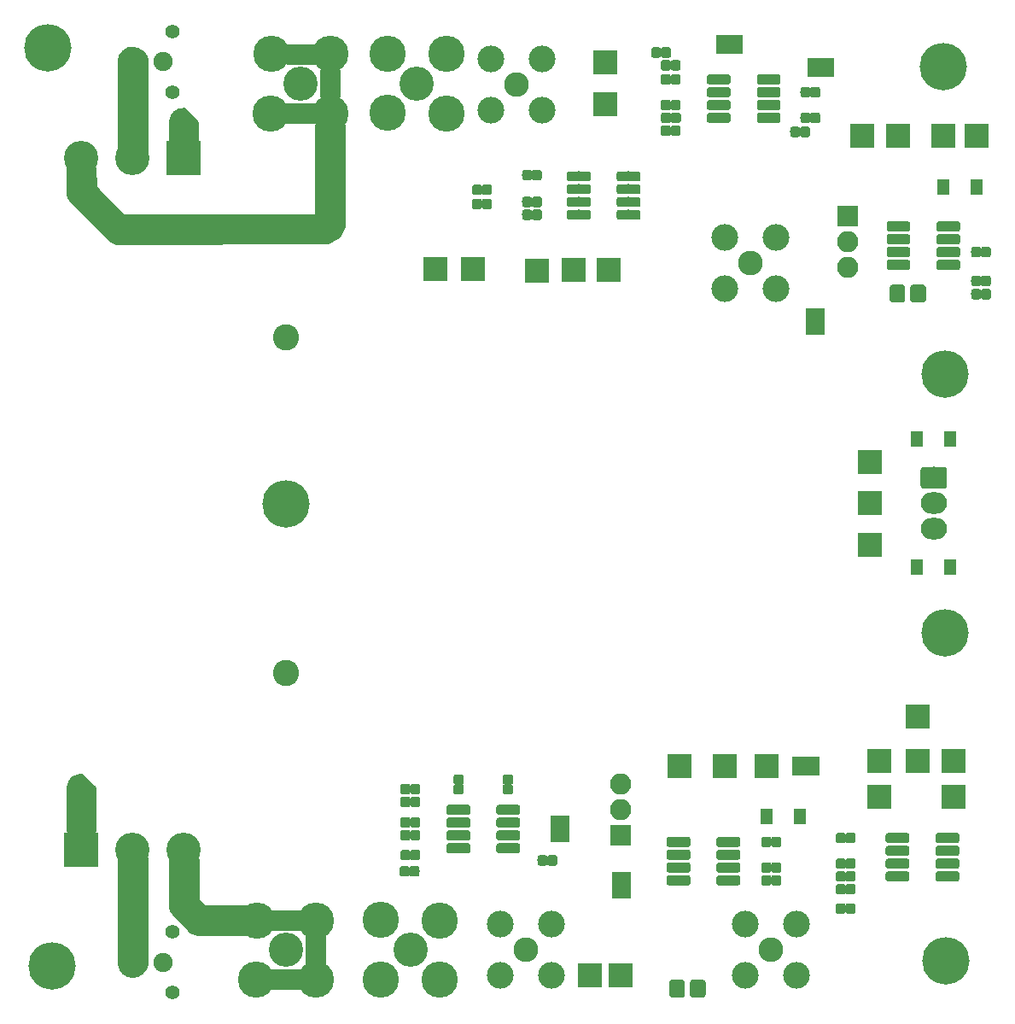
<source format=gbr>
G04 #@! TF.GenerationSoftware,KiCad,Pcbnew,(5.1.2-1)-1*
G04 #@! TF.CreationDate,2019-07-19T20:23:14+01:00*
G04 #@! TF.ProjectId,CurrentSinkModule,43757272-656e-4745-9369-6e6b4d6f6475,RevC*
G04 #@! TF.SameCoordinates,Original*
G04 #@! TF.FileFunction,Soldermask,Top*
G04 #@! TF.FilePolarity,Negative*
%FSLAX46Y46*%
G04 Gerber Fmt 4.6, Leading zero omitted, Abs format (unit mm)*
G04 Created by KiCad (PCBNEW (5.1.2-1)-1) date 2019-07-19 20:23:14*
%MOMM*%
%LPD*%
G04 APERTURE LIST*
%ADD10R,1.900000X1.400000*%
%ADD11R,1.400000X1.900000*%
%ADD12R,2.400000X2.400000*%
%ADD13C,3.600000*%
%ADD14C,3.400000*%
%ADD15C,4.700000*%
%ADD16C,0.100000*%
%ADD17C,1.000000*%
%ADD18R,3.400000X3.400000*%
%ADD19C,0.990000*%
%ADD20C,1.550000*%
%ADD21O,2.100000X2.100000*%
%ADD22R,2.100000X2.100000*%
%ADD23R,1.300000X1.600000*%
%ADD24C,2.600000*%
%ADD25C,2.450000*%
%ADD26C,2.650000*%
%ADD27C,1.900000*%
%ADD28C,1.400000*%
%ADD29C,2.140000*%
%ADD30O,2.600000X2.140000*%
%ADD31C,0.254000*%
G04 APERTURE END LIST*
D10*
X260667500Y-90185000D03*
X260667500Y-88885000D03*
D11*
X260365000Y-133604000D03*
X259065000Y-133604000D03*
D12*
X270764000Y-128651000D03*
D13*
X206654400Y-68859400D03*
X206679800Y-62992000D03*
X212521800Y-68859400D03*
X212547200Y-62992000D03*
D14*
X209600800Y-65938400D03*
X221107000Y-65913000D03*
D13*
X224053400Y-68859400D03*
X218186000Y-68834000D03*
X224053400Y-62992000D03*
X218186000Y-62966600D03*
X217551000Y-148844000D03*
X223418400Y-148869400D03*
X217551000Y-154711400D03*
X223418400Y-154736800D03*
D14*
X220472000Y-151790400D03*
X208153000Y-151828500D03*
D13*
X211099400Y-148882100D03*
X211074000Y-154749500D03*
X205232000Y-148882100D03*
X205206600Y-154749500D03*
D15*
X273532600Y-120370600D03*
D16*
G36*
X252979504Y-140598204D02*
G01*
X253003773Y-140601804D01*
X253027571Y-140607765D01*
X253050671Y-140616030D01*
X253072849Y-140626520D01*
X253093893Y-140639133D01*
X253113598Y-140653747D01*
X253131777Y-140670223D01*
X253148253Y-140688402D01*
X253162867Y-140708107D01*
X253175480Y-140729151D01*
X253185970Y-140751329D01*
X253194235Y-140774429D01*
X253200196Y-140798227D01*
X253203796Y-140822496D01*
X253205000Y-140847000D01*
X253205000Y-141347000D01*
X253203796Y-141371504D01*
X253200196Y-141395773D01*
X253194235Y-141419571D01*
X253185970Y-141442671D01*
X253175480Y-141464849D01*
X253162867Y-141485893D01*
X253148253Y-141505598D01*
X253131777Y-141523777D01*
X253113598Y-141540253D01*
X253093893Y-141554867D01*
X253072849Y-141567480D01*
X253050671Y-141577970D01*
X253027571Y-141586235D01*
X253003773Y-141592196D01*
X252979504Y-141595796D01*
X252955000Y-141597000D01*
X251105000Y-141597000D01*
X251080496Y-141595796D01*
X251056227Y-141592196D01*
X251032429Y-141586235D01*
X251009329Y-141577970D01*
X250987151Y-141567480D01*
X250966107Y-141554867D01*
X250946402Y-141540253D01*
X250928223Y-141523777D01*
X250911747Y-141505598D01*
X250897133Y-141485893D01*
X250884520Y-141464849D01*
X250874030Y-141442671D01*
X250865765Y-141419571D01*
X250859804Y-141395773D01*
X250856204Y-141371504D01*
X250855000Y-141347000D01*
X250855000Y-140847000D01*
X250856204Y-140822496D01*
X250859804Y-140798227D01*
X250865765Y-140774429D01*
X250874030Y-140751329D01*
X250884520Y-140729151D01*
X250897133Y-140708107D01*
X250911747Y-140688402D01*
X250928223Y-140670223D01*
X250946402Y-140653747D01*
X250966107Y-140639133D01*
X250987151Y-140626520D01*
X251009329Y-140616030D01*
X251032429Y-140607765D01*
X251056227Y-140601804D01*
X251080496Y-140598204D01*
X251105000Y-140597000D01*
X252955000Y-140597000D01*
X252979504Y-140598204D01*
X252979504Y-140598204D01*
G37*
D17*
X252030000Y-141097000D03*
D16*
G36*
X252979504Y-141868204D02*
G01*
X253003773Y-141871804D01*
X253027571Y-141877765D01*
X253050671Y-141886030D01*
X253072849Y-141896520D01*
X253093893Y-141909133D01*
X253113598Y-141923747D01*
X253131777Y-141940223D01*
X253148253Y-141958402D01*
X253162867Y-141978107D01*
X253175480Y-141999151D01*
X253185970Y-142021329D01*
X253194235Y-142044429D01*
X253200196Y-142068227D01*
X253203796Y-142092496D01*
X253205000Y-142117000D01*
X253205000Y-142617000D01*
X253203796Y-142641504D01*
X253200196Y-142665773D01*
X253194235Y-142689571D01*
X253185970Y-142712671D01*
X253175480Y-142734849D01*
X253162867Y-142755893D01*
X253148253Y-142775598D01*
X253131777Y-142793777D01*
X253113598Y-142810253D01*
X253093893Y-142824867D01*
X253072849Y-142837480D01*
X253050671Y-142847970D01*
X253027571Y-142856235D01*
X253003773Y-142862196D01*
X252979504Y-142865796D01*
X252955000Y-142867000D01*
X251105000Y-142867000D01*
X251080496Y-142865796D01*
X251056227Y-142862196D01*
X251032429Y-142856235D01*
X251009329Y-142847970D01*
X250987151Y-142837480D01*
X250966107Y-142824867D01*
X250946402Y-142810253D01*
X250928223Y-142793777D01*
X250911747Y-142775598D01*
X250897133Y-142755893D01*
X250884520Y-142734849D01*
X250874030Y-142712671D01*
X250865765Y-142689571D01*
X250859804Y-142665773D01*
X250856204Y-142641504D01*
X250855000Y-142617000D01*
X250855000Y-142117000D01*
X250856204Y-142092496D01*
X250859804Y-142068227D01*
X250865765Y-142044429D01*
X250874030Y-142021329D01*
X250884520Y-141999151D01*
X250897133Y-141978107D01*
X250911747Y-141958402D01*
X250928223Y-141940223D01*
X250946402Y-141923747D01*
X250966107Y-141909133D01*
X250987151Y-141896520D01*
X251009329Y-141886030D01*
X251032429Y-141877765D01*
X251056227Y-141871804D01*
X251080496Y-141868204D01*
X251105000Y-141867000D01*
X252955000Y-141867000D01*
X252979504Y-141868204D01*
X252979504Y-141868204D01*
G37*
D17*
X252030000Y-142367000D03*
D16*
G36*
X252979504Y-143138204D02*
G01*
X253003773Y-143141804D01*
X253027571Y-143147765D01*
X253050671Y-143156030D01*
X253072849Y-143166520D01*
X253093893Y-143179133D01*
X253113598Y-143193747D01*
X253131777Y-143210223D01*
X253148253Y-143228402D01*
X253162867Y-143248107D01*
X253175480Y-143269151D01*
X253185970Y-143291329D01*
X253194235Y-143314429D01*
X253200196Y-143338227D01*
X253203796Y-143362496D01*
X253205000Y-143387000D01*
X253205000Y-143887000D01*
X253203796Y-143911504D01*
X253200196Y-143935773D01*
X253194235Y-143959571D01*
X253185970Y-143982671D01*
X253175480Y-144004849D01*
X253162867Y-144025893D01*
X253148253Y-144045598D01*
X253131777Y-144063777D01*
X253113598Y-144080253D01*
X253093893Y-144094867D01*
X253072849Y-144107480D01*
X253050671Y-144117970D01*
X253027571Y-144126235D01*
X253003773Y-144132196D01*
X252979504Y-144135796D01*
X252955000Y-144137000D01*
X251105000Y-144137000D01*
X251080496Y-144135796D01*
X251056227Y-144132196D01*
X251032429Y-144126235D01*
X251009329Y-144117970D01*
X250987151Y-144107480D01*
X250966107Y-144094867D01*
X250946402Y-144080253D01*
X250928223Y-144063777D01*
X250911747Y-144045598D01*
X250897133Y-144025893D01*
X250884520Y-144004849D01*
X250874030Y-143982671D01*
X250865765Y-143959571D01*
X250859804Y-143935773D01*
X250856204Y-143911504D01*
X250855000Y-143887000D01*
X250855000Y-143387000D01*
X250856204Y-143362496D01*
X250859804Y-143338227D01*
X250865765Y-143314429D01*
X250874030Y-143291329D01*
X250884520Y-143269151D01*
X250897133Y-143248107D01*
X250911747Y-143228402D01*
X250928223Y-143210223D01*
X250946402Y-143193747D01*
X250966107Y-143179133D01*
X250987151Y-143166520D01*
X251009329Y-143156030D01*
X251032429Y-143147765D01*
X251056227Y-143141804D01*
X251080496Y-143138204D01*
X251105000Y-143137000D01*
X252955000Y-143137000D01*
X252979504Y-143138204D01*
X252979504Y-143138204D01*
G37*
D17*
X252030000Y-143637000D03*
D16*
G36*
X252979504Y-144408204D02*
G01*
X253003773Y-144411804D01*
X253027571Y-144417765D01*
X253050671Y-144426030D01*
X253072849Y-144436520D01*
X253093893Y-144449133D01*
X253113598Y-144463747D01*
X253131777Y-144480223D01*
X253148253Y-144498402D01*
X253162867Y-144518107D01*
X253175480Y-144539151D01*
X253185970Y-144561329D01*
X253194235Y-144584429D01*
X253200196Y-144608227D01*
X253203796Y-144632496D01*
X253205000Y-144657000D01*
X253205000Y-145157000D01*
X253203796Y-145181504D01*
X253200196Y-145205773D01*
X253194235Y-145229571D01*
X253185970Y-145252671D01*
X253175480Y-145274849D01*
X253162867Y-145295893D01*
X253148253Y-145315598D01*
X253131777Y-145333777D01*
X253113598Y-145350253D01*
X253093893Y-145364867D01*
X253072849Y-145377480D01*
X253050671Y-145387970D01*
X253027571Y-145396235D01*
X253003773Y-145402196D01*
X252979504Y-145405796D01*
X252955000Y-145407000D01*
X251105000Y-145407000D01*
X251080496Y-145405796D01*
X251056227Y-145402196D01*
X251032429Y-145396235D01*
X251009329Y-145387970D01*
X250987151Y-145377480D01*
X250966107Y-145364867D01*
X250946402Y-145350253D01*
X250928223Y-145333777D01*
X250911747Y-145315598D01*
X250897133Y-145295893D01*
X250884520Y-145274849D01*
X250874030Y-145252671D01*
X250865765Y-145229571D01*
X250859804Y-145205773D01*
X250856204Y-145181504D01*
X250855000Y-145157000D01*
X250855000Y-144657000D01*
X250856204Y-144632496D01*
X250859804Y-144608227D01*
X250865765Y-144584429D01*
X250874030Y-144561329D01*
X250884520Y-144539151D01*
X250897133Y-144518107D01*
X250911747Y-144498402D01*
X250928223Y-144480223D01*
X250946402Y-144463747D01*
X250966107Y-144449133D01*
X250987151Y-144436520D01*
X251009329Y-144426030D01*
X251032429Y-144417765D01*
X251056227Y-144411804D01*
X251080496Y-144408204D01*
X251105000Y-144407000D01*
X252955000Y-144407000D01*
X252979504Y-144408204D01*
X252979504Y-144408204D01*
G37*
D17*
X252030000Y-144907000D03*
D16*
G36*
X248029504Y-144408204D02*
G01*
X248053773Y-144411804D01*
X248077571Y-144417765D01*
X248100671Y-144426030D01*
X248122849Y-144436520D01*
X248143893Y-144449133D01*
X248163598Y-144463747D01*
X248181777Y-144480223D01*
X248198253Y-144498402D01*
X248212867Y-144518107D01*
X248225480Y-144539151D01*
X248235970Y-144561329D01*
X248244235Y-144584429D01*
X248250196Y-144608227D01*
X248253796Y-144632496D01*
X248255000Y-144657000D01*
X248255000Y-145157000D01*
X248253796Y-145181504D01*
X248250196Y-145205773D01*
X248244235Y-145229571D01*
X248235970Y-145252671D01*
X248225480Y-145274849D01*
X248212867Y-145295893D01*
X248198253Y-145315598D01*
X248181777Y-145333777D01*
X248163598Y-145350253D01*
X248143893Y-145364867D01*
X248122849Y-145377480D01*
X248100671Y-145387970D01*
X248077571Y-145396235D01*
X248053773Y-145402196D01*
X248029504Y-145405796D01*
X248005000Y-145407000D01*
X246155000Y-145407000D01*
X246130496Y-145405796D01*
X246106227Y-145402196D01*
X246082429Y-145396235D01*
X246059329Y-145387970D01*
X246037151Y-145377480D01*
X246016107Y-145364867D01*
X245996402Y-145350253D01*
X245978223Y-145333777D01*
X245961747Y-145315598D01*
X245947133Y-145295893D01*
X245934520Y-145274849D01*
X245924030Y-145252671D01*
X245915765Y-145229571D01*
X245909804Y-145205773D01*
X245906204Y-145181504D01*
X245905000Y-145157000D01*
X245905000Y-144657000D01*
X245906204Y-144632496D01*
X245909804Y-144608227D01*
X245915765Y-144584429D01*
X245924030Y-144561329D01*
X245934520Y-144539151D01*
X245947133Y-144518107D01*
X245961747Y-144498402D01*
X245978223Y-144480223D01*
X245996402Y-144463747D01*
X246016107Y-144449133D01*
X246037151Y-144436520D01*
X246059329Y-144426030D01*
X246082429Y-144417765D01*
X246106227Y-144411804D01*
X246130496Y-144408204D01*
X246155000Y-144407000D01*
X248005000Y-144407000D01*
X248029504Y-144408204D01*
X248029504Y-144408204D01*
G37*
D17*
X247080000Y-144907000D03*
D16*
G36*
X248029504Y-143138204D02*
G01*
X248053773Y-143141804D01*
X248077571Y-143147765D01*
X248100671Y-143156030D01*
X248122849Y-143166520D01*
X248143893Y-143179133D01*
X248163598Y-143193747D01*
X248181777Y-143210223D01*
X248198253Y-143228402D01*
X248212867Y-143248107D01*
X248225480Y-143269151D01*
X248235970Y-143291329D01*
X248244235Y-143314429D01*
X248250196Y-143338227D01*
X248253796Y-143362496D01*
X248255000Y-143387000D01*
X248255000Y-143887000D01*
X248253796Y-143911504D01*
X248250196Y-143935773D01*
X248244235Y-143959571D01*
X248235970Y-143982671D01*
X248225480Y-144004849D01*
X248212867Y-144025893D01*
X248198253Y-144045598D01*
X248181777Y-144063777D01*
X248163598Y-144080253D01*
X248143893Y-144094867D01*
X248122849Y-144107480D01*
X248100671Y-144117970D01*
X248077571Y-144126235D01*
X248053773Y-144132196D01*
X248029504Y-144135796D01*
X248005000Y-144137000D01*
X246155000Y-144137000D01*
X246130496Y-144135796D01*
X246106227Y-144132196D01*
X246082429Y-144126235D01*
X246059329Y-144117970D01*
X246037151Y-144107480D01*
X246016107Y-144094867D01*
X245996402Y-144080253D01*
X245978223Y-144063777D01*
X245961747Y-144045598D01*
X245947133Y-144025893D01*
X245934520Y-144004849D01*
X245924030Y-143982671D01*
X245915765Y-143959571D01*
X245909804Y-143935773D01*
X245906204Y-143911504D01*
X245905000Y-143887000D01*
X245905000Y-143387000D01*
X245906204Y-143362496D01*
X245909804Y-143338227D01*
X245915765Y-143314429D01*
X245924030Y-143291329D01*
X245934520Y-143269151D01*
X245947133Y-143248107D01*
X245961747Y-143228402D01*
X245978223Y-143210223D01*
X245996402Y-143193747D01*
X246016107Y-143179133D01*
X246037151Y-143166520D01*
X246059329Y-143156030D01*
X246082429Y-143147765D01*
X246106227Y-143141804D01*
X246130496Y-143138204D01*
X246155000Y-143137000D01*
X248005000Y-143137000D01*
X248029504Y-143138204D01*
X248029504Y-143138204D01*
G37*
D17*
X247080000Y-143637000D03*
D16*
G36*
X248029504Y-141868204D02*
G01*
X248053773Y-141871804D01*
X248077571Y-141877765D01*
X248100671Y-141886030D01*
X248122849Y-141896520D01*
X248143893Y-141909133D01*
X248163598Y-141923747D01*
X248181777Y-141940223D01*
X248198253Y-141958402D01*
X248212867Y-141978107D01*
X248225480Y-141999151D01*
X248235970Y-142021329D01*
X248244235Y-142044429D01*
X248250196Y-142068227D01*
X248253796Y-142092496D01*
X248255000Y-142117000D01*
X248255000Y-142617000D01*
X248253796Y-142641504D01*
X248250196Y-142665773D01*
X248244235Y-142689571D01*
X248235970Y-142712671D01*
X248225480Y-142734849D01*
X248212867Y-142755893D01*
X248198253Y-142775598D01*
X248181777Y-142793777D01*
X248163598Y-142810253D01*
X248143893Y-142824867D01*
X248122849Y-142837480D01*
X248100671Y-142847970D01*
X248077571Y-142856235D01*
X248053773Y-142862196D01*
X248029504Y-142865796D01*
X248005000Y-142867000D01*
X246155000Y-142867000D01*
X246130496Y-142865796D01*
X246106227Y-142862196D01*
X246082429Y-142856235D01*
X246059329Y-142847970D01*
X246037151Y-142837480D01*
X246016107Y-142824867D01*
X245996402Y-142810253D01*
X245978223Y-142793777D01*
X245961747Y-142775598D01*
X245947133Y-142755893D01*
X245934520Y-142734849D01*
X245924030Y-142712671D01*
X245915765Y-142689571D01*
X245909804Y-142665773D01*
X245906204Y-142641504D01*
X245905000Y-142617000D01*
X245905000Y-142117000D01*
X245906204Y-142092496D01*
X245909804Y-142068227D01*
X245915765Y-142044429D01*
X245924030Y-142021329D01*
X245934520Y-141999151D01*
X245947133Y-141978107D01*
X245961747Y-141958402D01*
X245978223Y-141940223D01*
X245996402Y-141923747D01*
X246016107Y-141909133D01*
X246037151Y-141896520D01*
X246059329Y-141886030D01*
X246082429Y-141877765D01*
X246106227Y-141871804D01*
X246130496Y-141868204D01*
X246155000Y-141867000D01*
X248005000Y-141867000D01*
X248029504Y-141868204D01*
X248029504Y-141868204D01*
G37*
D17*
X247080000Y-142367000D03*
D16*
G36*
X248029504Y-140598204D02*
G01*
X248053773Y-140601804D01*
X248077571Y-140607765D01*
X248100671Y-140616030D01*
X248122849Y-140626520D01*
X248143893Y-140639133D01*
X248163598Y-140653747D01*
X248181777Y-140670223D01*
X248198253Y-140688402D01*
X248212867Y-140708107D01*
X248225480Y-140729151D01*
X248235970Y-140751329D01*
X248244235Y-140774429D01*
X248250196Y-140798227D01*
X248253796Y-140822496D01*
X248255000Y-140847000D01*
X248255000Y-141347000D01*
X248253796Y-141371504D01*
X248250196Y-141395773D01*
X248244235Y-141419571D01*
X248235970Y-141442671D01*
X248225480Y-141464849D01*
X248212867Y-141485893D01*
X248198253Y-141505598D01*
X248181777Y-141523777D01*
X248163598Y-141540253D01*
X248143893Y-141554867D01*
X248122849Y-141567480D01*
X248100671Y-141577970D01*
X248077571Y-141586235D01*
X248053773Y-141592196D01*
X248029504Y-141595796D01*
X248005000Y-141597000D01*
X246155000Y-141597000D01*
X246130496Y-141595796D01*
X246106227Y-141592196D01*
X246082429Y-141586235D01*
X246059329Y-141577970D01*
X246037151Y-141567480D01*
X246016107Y-141554867D01*
X245996402Y-141540253D01*
X245978223Y-141523777D01*
X245961747Y-141505598D01*
X245947133Y-141485893D01*
X245934520Y-141464849D01*
X245924030Y-141442671D01*
X245915765Y-141419571D01*
X245909804Y-141395773D01*
X245906204Y-141371504D01*
X245905000Y-141347000D01*
X245905000Y-140847000D01*
X245906204Y-140822496D01*
X245909804Y-140798227D01*
X245915765Y-140774429D01*
X245924030Y-140751329D01*
X245934520Y-140729151D01*
X245947133Y-140708107D01*
X245961747Y-140688402D01*
X245978223Y-140670223D01*
X245996402Y-140653747D01*
X246016107Y-140639133D01*
X246037151Y-140626520D01*
X246059329Y-140616030D01*
X246082429Y-140607765D01*
X246106227Y-140601804D01*
X246130496Y-140598204D01*
X246155000Y-140597000D01*
X248005000Y-140597000D01*
X248029504Y-140598204D01*
X248029504Y-140598204D01*
G37*
D17*
X247080000Y-141097000D03*
D16*
G36*
X274785404Y-79587404D02*
G01*
X274809673Y-79591004D01*
X274833471Y-79596965D01*
X274856571Y-79605230D01*
X274878749Y-79615720D01*
X274899793Y-79628333D01*
X274919498Y-79642947D01*
X274937677Y-79659423D01*
X274954153Y-79677602D01*
X274968767Y-79697307D01*
X274981380Y-79718351D01*
X274991870Y-79740529D01*
X275000135Y-79763629D01*
X275006096Y-79787427D01*
X275009696Y-79811696D01*
X275010900Y-79836200D01*
X275010900Y-80336200D01*
X275009696Y-80360704D01*
X275006096Y-80384973D01*
X275000135Y-80408771D01*
X274991870Y-80431871D01*
X274981380Y-80454049D01*
X274968767Y-80475093D01*
X274954153Y-80494798D01*
X274937677Y-80512977D01*
X274919498Y-80529453D01*
X274899793Y-80544067D01*
X274878749Y-80556680D01*
X274856571Y-80567170D01*
X274833471Y-80575435D01*
X274809673Y-80581396D01*
X274785404Y-80584996D01*
X274760900Y-80586200D01*
X272910900Y-80586200D01*
X272886396Y-80584996D01*
X272862127Y-80581396D01*
X272838329Y-80575435D01*
X272815229Y-80567170D01*
X272793051Y-80556680D01*
X272772007Y-80544067D01*
X272752302Y-80529453D01*
X272734123Y-80512977D01*
X272717647Y-80494798D01*
X272703033Y-80475093D01*
X272690420Y-80454049D01*
X272679930Y-80431871D01*
X272671665Y-80408771D01*
X272665704Y-80384973D01*
X272662104Y-80360704D01*
X272660900Y-80336200D01*
X272660900Y-79836200D01*
X272662104Y-79811696D01*
X272665704Y-79787427D01*
X272671665Y-79763629D01*
X272679930Y-79740529D01*
X272690420Y-79718351D01*
X272703033Y-79697307D01*
X272717647Y-79677602D01*
X272734123Y-79659423D01*
X272752302Y-79642947D01*
X272772007Y-79628333D01*
X272793051Y-79615720D01*
X272815229Y-79605230D01*
X272838329Y-79596965D01*
X272862127Y-79591004D01*
X272886396Y-79587404D01*
X272910900Y-79586200D01*
X274760900Y-79586200D01*
X274785404Y-79587404D01*
X274785404Y-79587404D01*
G37*
D17*
X273835900Y-80086200D03*
D16*
G36*
X274785404Y-80857404D02*
G01*
X274809673Y-80861004D01*
X274833471Y-80866965D01*
X274856571Y-80875230D01*
X274878749Y-80885720D01*
X274899793Y-80898333D01*
X274919498Y-80912947D01*
X274937677Y-80929423D01*
X274954153Y-80947602D01*
X274968767Y-80967307D01*
X274981380Y-80988351D01*
X274991870Y-81010529D01*
X275000135Y-81033629D01*
X275006096Y-81057427D01*
X275009696Y-81081696D01*
X275010900Y-81106200D01*
X275010900Y-81606200D01*
X275009696Y-81630704D01*
X275006096Y-81654973D01*
X275000135Y-81678771D01*
X274991870Y-81701871D01*
X274981380Y-81724049D01*
X274968767Y-81745093D01*
X274954153Y-81764798D01*
X274937677Y-81782977D01*
X274919498Y-81799453D01*
X274899793Y-81814067D01*
X274878749Y-81826680D01*
X274856571Y-81837170D01*
X274833471Y-81845435D01*
X274809673Y-81851396D01*
X274785404Y-81854996D01*
X274760900Y-81856200D01*
X272910900Y-81856200D01*
X272886396Y-81854996D01*
X272862127Y-81851396D01*
X272838329Y-81845435D01*
X272815229Y-81837170D01*
X272793051Y-81826680D01*
X272772007Y-81814067D01*
X272752302Y-81799453D01*
X272734123Y-81782977D01*
X272717647Y-81764798D01*
X272703033Y-81745093D01*
X272690420Y-81724049D01*
X272679930Y-81701871D01*
X272671665Y-81678771D01*
X272665704Y-81654973D01*
X272662104Y-81630704D01*
X272660900Y-81606200D01*
X272660900Y-81106200D01*
X272662104Y-81081696D01*
X272665704Y-81057427D01*
X272671665Y-81033629D01*
X272679930Y-81010529D01*
X272690420Y-80988351D01*
X272703033Y-80967307D01*
X272717647Y-80947602D01*
X272734123Y-80929423D01*
X272752302Y-80912947D01*
X272772007Y-80898333D01*
X272793051Y-80885720D01*
X272815229Y-80875230D01*
X272838329Y-80866965D01*
X272862127Y-80861004D01*
X272886396Y-80857404D01*
X272910900Y-80856200D01*
X274760900Y-80856200D01*
X274785404Y-80857404D01*
X274785404Y-80857404D01*
G37*
D17*
X273835900Y-81356200D03*
D16*
G36*
X274785404Y-82127404D02*
G01*
X274809673Y-82131004D01*
X274833471Y-82136965D01*
X274856571Y-82145230D01*
X274878749Y-82155720D01*
X274899793Y-82168333D01*
X274919498Y-82182947D01*
X274937677Y-82199423D01*
X274954153Y-82217602D01*
X274968767Y-82237307D01*
X274981380Y-82258351D01*
X274991870Y-82280529D01*
X275000135Y-82303629D01*
X275006096Y-82327427D01*
X275009696Y-82351696D01*
X275010900Y-82376200D01*
X275010900Y-82876200D01*
X275009696Y-82900704D01*
X275006096Y-82924973D01*
X275000135Y-82948771D01*
X274991870Y-82971871D01*
X274981380Y-82994049D01*
X274968767Y-83015093D01*
X274954153Y-83034798D01*
X274937677Y-83052977D01*
X274919498Y-83069453D01*
X274899793Y-83084067D01*
X274878749Y-83096680D01*
X274856571Y-83107170D01*
X274833471Y-83115435D01*
X274809673Y-83121396D01*
X274785404Y-83124996D01*
X274760900Y-83126200D01*
X272910900Y-83126200D01*
X272886396Y-83124996D01*
X272862127Y-83121396D01*
X272838329Y-83115435D01*
X272815229Y-83107170D01*
X272793051Y-83096680D01*
X272772007Y-83084067D01*
X272752302Y-83069453D01*
X272734123Y-83052977D01*
X272717647Y-83034798D01*
X272703033Y-83015093D01*
X272690420Y-82994049D01*
X272679930Y-82971871D01*
X272671665Y-82948771D01*
X272665704Y-82924973D01*
X272662104Y-82900704D01*
X272660900Y-82876200D01*
X272660900Y-82376200D01*
X272662104Y-82351696D01*
X272665704Y-82327427D01*
X272671665Y-82303629D01*
X272679930Y-82280529D01*
X272690420Y-82258351D01*
X272703033Y-82237307D01*
X272717647Y-82217602D01*
X272734123Y-82199423D01*
X272752302Y-82182947D01*
X272772007Y-82168333D01*
X272793051Y-82155720D01*
X272815229Y-82145230D01*
X272838329Y-82136965D01*
X272862127Y-82131004D01*
X272886396Y-82127404D01*
X272910900Y-82126200D01*
X274760900Y-82126200D01*
X274785404Y-82127404D01*
X274785404Y-82127404D01*
G37*
D17*
X273835900Y-82626200D03*
D16*
G36*
X274785404Y-83397404D02*
G01*
X274809673Y-83401004D01*
X274833471Y-83406965D01*
X274856571Y-83415230D01*
X274878749Y-83425720D01*
X274899793Y-83438333D01*
X274919498Y-83452947D01*
X274937677Y-83469423D01*
X274954153Y-83487602D01*
X274968767Y-83507307D01*
X274981380Y-83528351D01*
X274991870Y-83550529D01*
X275000135Y-83573629D01*
X275006096Y-83597427D01*
X275009696Y-83621696D01*
X275010900Y-83646200D01*
X275010900Y-84146200D01*
X275009696Y-84170704D01*
X275006096Y-84194973D01*
X275000135Y-84218771D01*
X274991870Y-84241871D01*
X274981380Y-84264049D01*
X274968767Y-84285093D01*
X274954153Y-84304798D01*
X274937677Y-84322977D01*
X274919498Y-84339453D01*
X274899793Y-84354067D01*
X274878749Y-84366680D01*
X274856571Y-84377170D01*
X274833471Y-84385435D01*
X274809673Y-84391396D01*
X274785404Y-84394996D01*
X274760900Y-84396200D01*
X272910900Y-84396200D01*
X272886396Y-84394996D01*
X272862127Y-84391396D01*
X272838329Y-84385435D01*
X272815229Y-84377170D01*
X272793051Y-84366680D01*
X272772007Y-84354067D01*
X272752302Y-84339453D01*
X272734123Y-84322977D01*
X272717647Y-84304798D01*
X272703033Y-84285093D01*
X272690420Y-84264049D01*
X272679930Y-84241871D01*
X272671665Y-84218771D01*
X272665704Y-84194973D01*
X272662104Y-84170704D01*
X272660900Y-84146200D01*
X272660900Y-83646200D01*
X272662104Y-83621696D01*
X272665704Y-83597427D01*
X272671665Y-83573629D01*
X272679930Y-83550529D01*
X272690420Y-83528351D01*
X272703033Y-83507307D01*
X272717647Y-83487602D01*
X272734123Y-83469423D01*
X272752302Y-83452947D01*
X272772007Y-83438333D01*
X272793051Y-83425720D01*
X272815229Y-83415230D01*
X272838329Y-83406965D01*
X272862127Y-83401004D01*
X272886396Y-83397404D01*
X272910900Y-83396200D01*
X274760900Y-83396200D01*
X274785404Y-83397404D01*
X274785404Y-83397404D01*
G37*
D17*
X273835900Y-83896200D03*
D16*
G36*
X269835404Y-83397404D02*
G01*
X269859673Y-83401004D01*
X269883471Y-83406965D01*
X269906571Y-83415230D01*
X269928749Y-83425720D01*
X269949793Y-83438333D01*
X269969498Y-83452947D01*
X269987677Y-83469423D01*
X270004153Y-83487602D01*
X270018767Y-83507307D01*
X270031380Y-83528351D01*
X270041870Y-83550529D01*
X270050135Y-83573629D01*
X270056096Y-83597427D01*
X270059696Y-83621696D01*
X270060900Y-83646200D01*
X270060900Y-84146200D01*
X270059696Y-84170704D01*
X270056096Y-84194973D01*
X270050135Y-84218771D01*
X270041870Y-84241871D01*
X270031380Y-84264049D01*
X270018767Y-84285093D01*
X270004153Y-84304798D01*
X269987677Y-84322977D01*
X269969498Y-84339453D01*
X269949793Y-84354067D01*
X269928749Y-84366680D01*
X269906571Y-84377170D01*
X269883471Y-84385435D01*
X269859673Y-84391396D01*
X269835404Y-84394996D01*
X269810900Y-84396200D01*
X267960900Y-84396200D01*
X267936396Y-84394996D01*
X267912127Y-84391396D01*
X267888329Y-84385435D01*
X267865229Y-84377170D01*
X267843051Y-84366680D01*
X267822007Y-84354067D01*
X267802302Y-84339453D01*
X267784123Y-84322977D01*
X267767647Y-84304798D01*
X267753033Y-84285093D01*
X267740420Y-84264049D01*
X267729930Y-84241871D01*
X267721665Y-84218771D01*
X267715704Y-84194973D01*
X267712104Y-84170704D01*
X267710900Y-84146200D01*
X267710900Y-83646200D01*
X267712104Y-83621696D01*
X267715704Y-83597427D01*
X267721665Y-83573629D01*
X267729930Y-83550529D01*
X267740420Y-83528351D01*
X267753033Y-83507307D01*
X267767647Y-83487602D01*
X267784123Y-83469423D01*
X267802302Y-83452947D01*
X267822007Y-83438333D01*
X267843051Y-83425720D01*
X267865229Y-83415230D01*
X267888329Y-83406965D01*
X267912127Y-83401004D01*
X267936396Y-83397404D01*
X267960900Y-83396200D01*
X269810900Y-83396200D01*
X269835404Y-83397404D01*
X269835404Y-83397404D01*
G37*
D17*
X268885900Y-83896200D03*
D16*
G36*
X269835404Y-82127404D02*
G01*
X269859673Y-82131004D01*
X269883471Y-82136965D01*
X269906571Y-82145230D01*
X269928749Y-82155720D01*
X269949793Y-82168333D01*
X269969498Y-82182947D01*
X269987677Y-82199423D01*
X270004153Y-82217602D01*
X270018767Y-82237307D01*
X270031380Y-82258351D01*
X270041870Y-82280529D01*
X270050135Y-82303629D01*
X270056096Y-82327427D01*
X270059696Y-82351696D01*
X270060900Y-82376200D01*
X270060900Y-82876200D01*
X270059696Y-82900704D01*
X270056096Y-82924973D01*
X270050135Y-82948771D01*
X270041870Y-82971871D01*
X270031380Y-82994049D01*
X270018767Y-83015093D01*
X270004153Y-83034798D01*
X269987677Y-83052977D01*
X269969498Y-83069453D01*
X269949793Y-83084067D01*
X269928749Y-83096680D01*
X269906571Y-83107170D01*
X269883471Y-83115435D01*
X269859673Y-83121396D01*
X269835404Y-83124996D01*
X269810900Y-83126200D01*
X267960900Y-83126200D01*
X267936396Y-83124996D01*
X267912127Y-83121396D01*
X267888329Y-83115435D01*
X267865229Y-83107170D01*
X267843051Y-83096680D01*
X267822007Y-83084067D01*
X267802302Y-83069453D01*
X267784123Y-83052977D01*
X267767647Y-83034798D01*
X267753033Y-83015093D01*
X267740420Y-82994049D01*
X267729930Y-82971871D01*
X267721665Y-82948771D01*
X267715704Y-82924973D01*
X267712104Y-82900704D01*
X267710900Y-82876200D01*
X267710900Y-82376200D01*
X267712104Y-82351696D01*
X267715704Y-82327427D01*
X267721665Y-82303629D01*
X267729930Y-82280529D01*
X267740420Y-82258351D01*
X267753033Y-82237307D01*
X267767647Y-82217602D01*
X267784123Y-82199423D01*
X267802302Y-82182947D01*
X267822007Y-82168333D01*
X267843051Y-82155720D01*
X267865229Y-82145230D01*
X267888329Y-82136965D01*
X267912127Y-82131004D01*
X267936396Y-82127404D01*
X267960900Y-82126200D01*
X269810900Y-82126200D01*
X269835404Y-82127404D01*
X269835404Y-82127404D01*
G37*
D17*
X268885900Y-82626200D03*
D16*
G36*
X269835404Y-80857404D02*
G01*
X269859673Y-80861004D01*
X269883471Y-80866965D01*
X269906571Y-80875230D01*
X269928749Y-80885720D01*
X269949793Y-80898333D01*
X269969498Y-80912947D01*
X269987677Y-80929423D01*
X270004153Y-80947602D01*
X270018767Y-80967307D01*
X270031380Y-80988351D01*
X270041870Y-81010529D01*
X270050135Y-81033629D01*
X270056096Y-81057427D01*
X270059696Y-81081696D01*
X270060900Y-81106200D01*
X270060900Y-81606200D01*
X270059696Y-81630704D01*
X270056096Y-81654973D01*
X270050135Y-81678771D01*
X270041870Y-81701871D01*
X270031380Y-81724049D01*
X270018767Y-81745093D01*
X270004153Y-81764798D01*
X269987677Y-81782977D01*
X269969498Y-81799453D01*
X269949793Y-81814067D01*
X269928749Y-81826680D01*
X269906571Y-81837170D01*
X269883471Y-81845435D01*
X269859673Y-81851396D01*
X269835404Y-81854996D01*
X269810900Y-81856200D01*
X267960900Y-81856200D01*
X267936396Y-81854996D01*
X267912127Y-81851396D01*
X267888329Y-81845435D01*
X267865229Y-81837170D01*
X267843051Y-81826680D01*
X267822007Y-81814067D01*
X267802302Y-81799453D01*
X267784123Y-81782977D01*
X267767647Y-81764798D01*
X267753033Y-81745093D01*
X267740420Y-81724049D01*
X267729930Y-81701871D01*
X267721665Y-81678771D01*
X267715704Y-81654973D01*
X267712104Y-81630704D01*
X267710900Y-81606200D01*
X267710900Y-81106200D01*
X267712104Y-81081696D01*
X267715704Y-81057427D01*
X267721665Y-81033629D01*
X267729930Y-81010529D01*
X267740420Y-80988351D01*
X267753033Y-80967307D01*
X267767647Y-80947602D01*
X267784123Y-80929423D01*
X267802302Y-80912947D01*
X267822007Y-80898333D01*
X267843051Y-80885720D01*
X267865229Y-80875230D01*
X267888329Y-80866965D01*
X267912127Y-80861004D01*
X267936396Y-80857404D01*
X267960900Y-80856200D01*
X269810900Y-80856200D01*
X269835404Y-80857404D01*
X269835404Y-80857404D01*
G37*
D17*
X268885900Y-81356200D03*
D16*
G36*
X269835404Y-79587404D02*
G01*
X269859673Y-79591004D01*
X269883471Y-79596965D01*
X269906571Y-79605230D01*
X269928749Y-79615720D01*
X269949793Y-79628333D01*
X269969498Y-79642947D01*
X269987677Y-79659423D01*
X270004153Y-79677602D01*
X270018767Y-79697307D01*
X270031380Y-79718351D01*
X270041870Y-79740529D01*
X270050135Y-79763629D01*
X270056096Y-79787427D01*
X270059696Y-79811696D01*
X270060900Y-79836200D01*
X270060900Y-80336200D01*
X270059696Y-80360704D01*
X270056096Y-80384973D01*
X270050135Y-80408771D01*
X270041870Y-80431871D01*
X270031380Y-80454049D01*
X270018767Y-80475093D01*
X270004153Y-80494798D01*
X269987677Y-80512977D01*
X269969498Y-80529453D01*
X269949793Y-80544067D01*
X269928749Y-80556680D01*
X269906571Y-80567170D01*
X269883471Y-80575435D01*
X269859673Y-80581396D01*
X269835404Y-80584996D01*
X269810900Y-80586200D01*
X267960900Y-80586200D01*
X267936396Y-80584996D01*
X267912127Y-80581396D01*
X267888329Y-80575435D01*
X267865229Y-80567170D01*
X267843051Y-80556680D01*
X267822007Y-80544067D01*
X267802302Y-80529453D01*
X267784123Y-80512977D01*
X267767647Y-80494798D01*
X267753033Y-80475093D01*
X267740420Y-80454049D01*
X267729930Y-80431871D01*
X267721665Y-80408771D01*
X267715704Y-80384973D01*
X267712104Y-80360704D01*
X267710900Y-80336200D01*
X267710900Y-79836200D01*
X267712104Y-79811696D01*
X267715704Y-79787427D01*
X267721665Y-79763629D01*
X267729930Y-79740529D01*
X267740420Y-79718351D01*
X267753033Y-79697307D01*
X267767647Y-79677602D01*
X267784123Y-79659423D01*
X267802302Y-79642947D01*
X267822007Y-79628333D01*
X267843051Y-79615720D01*
X267865229Y-79605230D01*
X267888329Y-79596965D01*
X267912127Y-79591004D01*
X267936396Y-79587404D01*
X267960900Y-79586200D01*
X269810900Y-79586200D01*
X269835404Y-79587404D01*
X269835404Y-79587404D01*
G37*
D17*
X268885900Y-80086200D03*
D16*
G36*
X256967304Y-65007804D02*
G01*
X256991573Y-65011404D01*
X257015371Y-65017365D01*
X257038471Y-65025630D01*
X257060649Y-65036120D01*
X257081693Y-65048733D01*
X257101398Y-65063347D01*
X257119577Y-65079823D01*
X257136053Y-65098002D01*
X257150667Y-65117707D01*
X257163280Y-65138751D01*
X257173770Y-65160929D01*
X257182035Y-65184029D01*
X257187996Y-65207827D01*
X257191596Y-65232096D01*
X257192800Y-65256600D01*
X257192800Y-65756600D01*
X257191596Y-65781104D01*
X257187996Y-65805373D01*
X257182035Y-65829171D01*
X257173770Y-65852271D01*
X257163280Y-65874449D01*
X257150667Y-65895493D01*
X257136053Y-65915198D01*
X257119577Y-65933377D01*
X257101398Y-65949853D01*
X257081693Y-65964467D01*
X257060649Y-65977080D01*
X257038471Y-65987570D01*
X257015371Y-65995835D01*
X256991573Y-66001796D01*
X256967304Y-66005396D01*
X256942800Y-66006600D01*
X255092800Y-66006600D01*
X255068296Y-66005396D01*
X255044027Y-66001796D01*
X255020229Y-65995835D01*
X254997129Y-65987570D01*
X254974951Y-65977080D01*
X254953907Y-65964467D01*
X254934202Y-65949853D01*
X254916023Y-65933377D01*
X254899547Y-65915198D01*
X254884933Y-65895493D01*
X254872320Y-65874449D01*
X254861830Y-65852271D01*
X254853565Y-65829171D01*
X254847604Y-65805373D01*
X254844004Y-65781104D01*
X254842800Y-65756600D01*
X254842800Y-65256600D01*
X254844004Y-65232096D01*
X254847604Y-65207827D01*
X254853565Y-65184029D01*
X254861830Y-65160929D01*
X254872320Y-65138751D01*
X254884933Y-65117707D01*
X254899547Y-65098002D01*
X254916023Y-65079823D01*
X254934202Y-65063347D01*
X254953907Y-65048733D01*
X254974951Y-65036120D01*
X254997129Y-65025630D01*
X255020229Y-65017365D01*
X255044027Y-65011404D01*
X255068296Y-65007804D01*
X255092800Y-65006600D01*
X256942800Y-65006600D01*
X256967304Y-65007804D01*
X256967304Y-65007804D01*
G37*
D17*
X256017800Y-65506600D03*
D16*
G36*
X256967304Y-66277804D02*
G01*
X256991573Y-66281404D01*
X257015371Y-66287365D01*
X257038471Y-66295630D01*
X257060649Y-66306120D01*
X257081693Y-66318733D01*
X257101398Y-66333347D01*
X257119577Y-66349823D01*
X257136053Y-66368002D01*
X257150667Y-66387707D01*
X257163280Y-66408751D01*
X257173770Y-66430929D01*
X257182035Y-66454029D01*
X257187996Y-66477827D01*
X257191596Y-66502096D01*
X257192800Y-66526600D01*
X257192800Y-67026600D01*
X257191596Y-67051104D01*
X257187996Y-67075373D01*
X257182035Y-67099171D01*
X257173770Y-67122271D01*
X257163280Y-67144449D01*
X257150667Y-67165493D01*
X257136053Y-67185198D01*
X257119577Y-67203377D01*
X257101398Y-67219853D01*
X257081693Y-67234467D01*
X257060649Y-67247080D01*
X257038471Y-67257570D01*
X257015371Y-67265835D01*
X256991573Y-67271796D01*
X256967304Y-67275396D01*
X256942800Y-67276600D01*
X255092800Y-67276600D01*
X255068296Y-67275396D01*
X255044027Y-67271796D01*
X255020229Y-67265835D01*
X254997129Y-67257570D01*
X254974951Y-67247080D01*
X254953907Y-67234467D01*
X254934202Y-67219853D01*
X254916023Y-67203377D01*
X254899547Y-67185198D01*
X254884933Y-67165493D01*
X254872320Y-67144449D01*
X254861830Y-67122271D01*
X254853565Y-67099171D01*
X254847604Y-67075373D01*
X254844004Y-67051104D01*
X254842800Y-67026600D01*
X254842800Y-66526600D01*
X254844004Y-66502096D01*
X254847604Y-66477827D01*
X254853565Y-66454029D01*
X254861830Y-66430929D01*
X254872320Y-66408751D01*
X254884933Y-66387707D01*
X254899547Y-66368002D01*
X254916023Y-66349823D01*
X254934202Y-66333347D01*
X254953907Y-66318733D01*
X254974951Y-66306120D01*
X254997129Y-66295630D01*
X255020229Y-66287365D01*
X255044027Y-66281404D01*
X255068296Y-66277804D01*
X255092800Y-66276600D01*
X256942800Y-66276600D01*
X256967304Y-66277804D01*
X256967304Y-66277804D01*
G37*
D17*
X256017800Y-66776600D03*
D16*
G36*
X256967304Y-67547804D02*
G01*
X256991573Y-67551404D01*
X257015371Y-67557365D01*
X257038471Y-67565630D01*
X257060649Y-67576120D01*
X257081693Y-67588733D01*
X257101398Y-67603347D01*
X257119577Y-67619823D01*
X257136053Y-67638002D01*
X257150667Y-67657707D01*
X257163280Y-67678751D01*
X257173770Y-67700929D01*
X257182035Y-67724029D01*
X257187996Y-67747827D01*
X257191596Y-67772096D01*
X257192800Y-67796600D01*
X257192800Y-68296600D01*
X257191596Y-68321104D01*
X257187996Y-68345373D01*
X257182035Y-68369171D01*
X257173770Y-68392271D01*
X257163280Y-68414449D01*
X257150667Y-68435493D01*
X257136053Y-68455198D01*
X257119577Y-68473377D01*
X257101398Y-68489853D01*
X257081693Y-68504467D01*
X257060649Y-68517080D01*
X257038471Y-68527570D01*
X257015371Y-68535835D01*
X256991573Y-68541796D01*
X256967304Y-68545396D01*
X256942800Y-68546600D01*
X255092800Y-68546600D01*
X255068296Y-68545396D01*
X255044027Y-68541796D01*
X255020229Y-68535835D01*
X254997129Y-68527570D01*
X254974951Y-68517080D01*
X254953907Y-68504467D01*
X254934202Y-68489853D01*
X254916023Y-68473377D01*
X254899547Y-68455198D01*
X254884933Y-68435493D01*
X254872320Y-68414449D01*
X254861830Y-68392271D01*
X254853565Y-68369171D01*
X254847604Y-68345373D01*
X254844004Y-68321104D01*
X254842800Y-68296600D01*
X254842800Y-67796600D01*
X254844004Y-67772096D01*
X254847604Y-67747827D01*
X254853565Y-67724029D01*
X254861830Y-67700929D01*
X254872320Y-67678751D01*
X254884933Y-67657707D01*
X254899547Y-67638002D01*
X254916023Y-67619823D01*
X254934202Y-67603347D01*
X254953907Y-67588733D01*
X254974951Y-67576120D01*
X254997129Y-67565630D01*
X255020229Y-67557365D01*
X255044027Y-67551404D01*
X255068296Y-67547804D01*
X255092800Y-67546600D01*
X256942800Y-67546600D01*
X256967304Y-67547804D01*
X256967304Y-67547804D01*
G37*
D17*
X256017800Y-68046600D03*
D16*
G36*
X256967304Y-68817804D02*
G01*
X256991573Y-68821404D01*
X257015371Y-68827365D01*
X257038471Y-68835630D01*
X257060649Y-68846120D01*
X257081693Y-68858733D01*
X257101398Y-68873347D01*
X257119577Y-68889823D01*
X257136053Y-68908002D01*
X257150667Y-68927707D01*
X257163280Y-68948751D01*
X257173770Y-68970929D01*
X257182035Y-68994029D01*
X257187996Y-69017827D01*
X257191596Y-69042096D01*
X257192800Y-69066600D01*
X257192800Y-69566600D01*
X257191596Y-69591104D01*
X257187996Y-69615373D01*
X257182035Y-69639171D01*
X257173770Y-69662271D01*
X257163280Y-69684449D01*
X257150667Y-69705493D01*
X257136053Y-69725198D01*
X257119577Y-69743377D01*
X257101398Y-69759853D01*
X257081693Y-69774467D01*
X257060649Y-69787080D01*
X257038471Y-69797570D01*
X257015371Y-69805835D01*
X256991573Y-69811796D01*
X256967304Y-69815396D01*
X256942800Y-69816600D01*
X255092800Y-69816600D01*
X255068296Y-69815396D01*
X255044027Y-69811796D01*
X255020229Y-69805835D01*
X254997129Y-69797570D01*
X254974951Y-69787080D01*
X254953907Y-69774467D01*
X254934202Y-69759853D01*
X254916023Y-69743377D01*
X254899547Y-69725198D01*
X254884933Y-69705493D01*
X254872320Y-69684449D01*
X254861830Y-69662271D01*
X254853565Y-69639171D01*
X254847604Y-69615373D01*
X254844004Y-69591104D01*
X254842800Y-69566600D01*
X254842800Y-69066600D01*
X254844004Y-69042096D01*
X254847604Y-69017827D01*
X254853565Y-68994029D01*
X254861830Y-68970929D01*
X254872320Y-68948751D01*
X254884933Y-68927707D01*
X254899547Y-68908002D01*
X254916023Y-68889823D01*
X254934202Y-68873347D01*
X254953907Y-68858733D01*
X254974951Y-68846120D01*
X254997129Y-68835630D01*
X255020229Y-68827365D01*
X255044027Y-68821404D01*
X255068296Y-68817804D01*
X255092800Y-68816600D01*
X256942800Y-68816600D01*
X256967304Y-68817804D01*
X256967304Y-68817804D01*
G37*
D17*
X256017800Y-69316600D03*
D16*
G36*
X252017304Y-68817804D02*
G01*
X252041573Y-68821404D01*
X252065371Y-68827365D01*
X252088471Y-68835630D01*
X252110649Y-68846120D01*
X252131693Y-68858733D01*
X252151398Y-68873347D01*
X252169577Y-68889823D01*
X252186053Y-68908002D01*
X252200667Y-68927707D01*
X252213280Y-68948751D01*
X252223770Y-68970929D01*
X252232035Y-68994029D01*
X252237996Y-69017827D01*
X252241596Y-69042096D01*
X252242800Y-69066600D01*
X252242800Y-69566600D01*
X252241596Y-69591104D01*
X252237996Y-69615373D01*
X252232035Y-69639171D01*
X252223770Y-69662271D01*
X252213280Y-69684449D01*
X252200667Y-69705493D01*
X252186053Y-69725198D01*
X252169577Y-69743377D01*
X252151398Y-69759853D01*
X252131693Y-69774467D01*
X252110649Y-69787080D01*
X252088471Y-69797570D01*
X252065371Y-69805835D01*
X252041573Y-69811796D01*
X252017304Y-69815396D01*
X251992800Y-69816600D01*
X250142800Y-69816600D01*
X250118296Y-69815396D01*
X250094027Y-69811796D01*
X250070229Y-69805835D01*
X250047129Y-69797570D01*
X250024951Y-69787080D01*
X250003907Y-69774467D01*
X249984202Y-69759853D01*
X249966023Y-69743377D01*
X249949547Y-69725198D01*
X249934933Y-69705493D01*
X249922320Y-69684449D01*
X249911830Y-69662271D01*
X249903565Y-69639171D01*
X249897604Y-69615373D01*
X249894004Y-69591104D01*
X249892800Y-69566600D01*
X249892800Y-69066600D01*
X249894004Y-69042096D01*
X249897604Y-69017827D01*
X249903565Y-68994029D01*
X249911830Y-68970929D01*
X249922320Y-68948751D01*
X249934933Y-68927707D01*
X249949547Y-68908002D01*
X249966023Y-68889823D01*
X249984202Y-68873347D01*
X250003907Y-68858733D01*
X250024951Y-68846120D01*
X250047129Y-68835630D01*
X250070229Y-68827365D01*
X250094027Y-68821404D01*
X250118296Y-68817804D01*
X250142800Y-68816600D01*
X251992800Y-68816600D01*
X252017304Y-68817804D01*
X252017304Y-68817804D01*
G37*
D17*
X251067800Y-69316600D03*
D16*
G36*
X252017304Y-67547804D02*
G01*
X252041573Y-67551404D01*
X252065371Y-67557365D01*
X252088471Y-67565630D01*
X252110649Y-67576120D01*
X252131693Y-67588733D01*
X252151398Y-67603347D01*
X252169577Y-67619823D01*
X252186053Y-67638002D01*
X252200667Y-67657707D01*
X252213280Y-67678751D01*
X252223770Y-67700929D01*
X252232035Y-67724029D01*
X252237996Y-67747827D01*
X252241596Y-67772096D01*
X252242800Y-67796600D01*
X252242800Y-68296600D01*
X252241596Y-68321104D01*
X252237996Y-68345373D01*
X252232035Y-68369171D01*
X252223770Y-68392271D01*
X252213280Y-68414449D01*
X252200667Y-68435493D01*
X252186053Y-68455198D01*
X252169577Y-68473377D01*
X252151398Y-68489853D01*
X252131693Y-68504467D01*
X252110649Y-68517080D01*
X252088471Y-68527570D01*
X252065371Y-68535835D01*
X252041573Y-68541796D01*
X252017304Y-68545396D01*
X251992800Y-68546600D01*
X250142800Y-68546600D01*
X250118296Y-68545396D01*
X250094027Y-68541796D01*
X250070229Y-68535835D01*
X250047129Y-68527570D01*
X250024951Y-68517080D01*
X250003907Y-68504467D01*
X249984202Y-68489853D01*
X249966023Y-68473377D01*
X249949547Y-68455198D01*
X249934933Y-68435493D01*
X249922320Y-68414449D01*
X249911830Y-68392271D01*
X249903565Y-68369171D01*
X249897604Y-68345373D01*
X249894004Y-68321104D01*
X249892800Y-68296600D01*
X249892800Y-67796600D01*
X249894004Y-67772096D01*
X249897604Y-67747827D01*
X249903565Y-67724029D01*
X249911830Y-67700929D01*
X249922320Y-67678751D01*
X249934933Y-67657707D01*
X249949547Y-67638002D01*
X249966023Y-67619823D01*
X249984202Y-67603347D01*
X250003907Y-67588733D01*
X250024951Y-67576120D01*
X250047129Y-67565630D01*
X250070229Y-67557365D01*
X250094027Y-67551404D01*
X250118296Y-67547804D01*
X250142800Y-67546600D01*
X251992800Y-67546600D01*
X252017304Y-67547804D01*
X252017304Y-67547804D01*
G37*
D17*
X251067800Y-68046600D03*
D16*
G36*
X252017304Y-66277804D02*
G01*
X252041573Y-66281404D01*
X252065371Y-66287365D01*
X252088471Y-66295630D01*
X252110649Y-66306120D01*
X252131693Y-66318733D01*
X252151398Y-66333347D01*
X252169577Y-66349823D01*
X252186053Y-66368002D01*
X252200667Y-66387707D01*
X252213280Y-66408751D01*
X252223770Y-66430929D01*
X252232035Y-66454029D01*
X252237996Y-66477827D01*
X252241596Y-66502096D01*
X252242800Y-66526600D01*
X252242800Y-67026600D01*
X252241596Y-67051104D01*
X252237996Y-67075373D01*
X252232035Y-67099171D01*
X252223770Y-67122271D01*
X252213280Y-67144449D01*
X252200667Y-67165493D01*
X252186053Y-67185198D01*
X252169577Y-67203377D01*
X252151398Y-67219853D01*
X252131693Y-67234467D01*
X252110649Y-67247080D01*
X252088471Y-67257570D01*
X252065371Y-67265835D01*
X252041573Y-67271796D01*
X252017304Y-67275396D01*
X251992800Y-67276600D01*
X250142800Y-67276600D01*
X250118296Y-67275396D01*
X250094027Y-67271796D01*
X250070229Y-67265835D01*
X250047129Y-67257570D01*
X250024951Y-67247080D01*
X250003907Y-67234467D01*
X249984202Y-67219853D01*
X249966023Y-67203377D01*
X249949547Y-67185198D01*
X249934933Y-67165493D01*
X249922320Y-67144449D01*
X249911830Y-67122271D01*
X249903565Y-67099171D01*
X249897604Y-67075373D01*
X249894004Y-67051104D01*
X249892800Y-67026600D01*
X249892800Y-66526600D01*
X249894004Y-66502096D01*
X249897604Y-66477827D01*
X249903565Y-66454029D01*
X249911830Y-66430929D01*
X249922320Y-66408751D01*
X249934933Y-66387707D01*
X249949547Y-66368002D01*
X249966023Y-66349823D01*
X249984202Y-66333347D01*
X250003907Y-66318733D01*
X250024951Y-66306120D01*
X250047129Y-66295630D01*
X250070229Y-66287365D01*
X250094027Y-66281404D01*
X250118296Y-66277804D01*
X250142800Y-66276600D01*
X251992800Y-66276600D01*
X252017304Y-66277804D01*
X252017304Y-66277804D01*
G37*
D17*
X251067800Y-66776600D03*
D16*
G36*
X252017304Y-65007804D02*
G01*
X252041573Y-65011404D01*
X252065371Y-65017365D01*
X252088471Y-65025630D01*
X252110649Y-65036120D01*
X252131693Y-65048733D01*
X252151398Y-65063347D01*
X252169577Y-65079823D01*
X252186053Y-65098002D01*
X252200667Y-65117707D01*
X252213280Y-65138751D01*
X252223770Y-65160929D01*
X252232035Y-65184029D01*
X252237996Y-65207827D01*
X252241596Y-65232096D01*
X252242800Y-65256600D01*
X252242800Y-65756600D01*
X252241596Y-65781104D01*
X252237996Y-65805373D01*
X252232035Y-65829171D01*
X252223770Y-65852271D01*
X252213280Y-65874449D01*
X252200667Y-65895493D01*
X252186053Y-65915198D01*
X252169577Y-65933377D01*
X252151398Y-65949853D01*
X252131693Y-65964467D01*
X252110649Y-65977080D01*
X252088471Y-65987570D01*
X252065371Y-65995835D01*
X252041573Y-66001796D01*
X252017304Y-66005396D01*
X251992800Y-66006600D01*
X250142800Y-66006600D01*
X250118296Y-66005396D01*
X250094027Y-66001796D01*
X250070229Y-65995835D01*
X250047129Y-65987570D01*
X250024951Y-65977080D01*
X250003907Y-65964467D01*
X249984202Y-65949853D01*
X249966023Y-65933377D01*
X249949547Y-65915198D01*
X249934933Y-65895493D01*
X249922320Y-65874449D01*
X249911830Y-65852271D01*
X249903565Y-65829171D01*
X249897604Y-65805373D01*
X249894004Y-65781104D01*
X249892800Y-65756600D01*
X249892800Y-65256600D01*
X249894004Y-65232096D01*
X249897604Y-65207827D01*
X249903565Y-65184029D01*
X249911830Y-65160929D01*
X249922320Y-65138751D01*
X249934933Y-65117707D01*
X249949547Y-65098002D01*
X249966023Y-65079823D01*
X249984202Y-65063347D01*
X250003907Y-65048733D01*
X250024951Y-65036120D01*
X250047129Y-65025630D01*
X250070229Y-65017365D01*
X250094027Y-65011404D01*
X250118296Y-65007804D01*
X250142800Y-65006600D01*
X251992800Y-65006600D01*
X252017304Y-65007804D01*
X252017304Y-65007804D01*
G37*
D17*
X251067800Y-65506600D03*
D14*
X197993000Y-141859000D03*
X192913000Y-141859000D03*
D18*
X187833000Y-141859000D03*
D14*
X187833000Y-73279000D03*
X192913000Y-73279000D03*
D18*
X197993000Y-73279000D03*
D16*
G36*
X243073504Y-74621704D02*
G01*
X243097773Y-74625304D01*
X243121571Y-74631265D01*
X243144671Y-74639530D01*
X243166849Y-74650020D01*
X243187893Y-74662633D01*
X243207598Y-74677247D01*
X243225777Y-74693723D01*
X243242253Y-74711902D01*
X243256867Y-74731607D01*
X243269480Y-74752651D01*
X243279970Y-74774829D01*
X243288235Y-74797929D01*
X243294196Y-74821727D01*
X243297796Y-74845996D01*
X243299000Y-74870500D01*
X243299000Y-75370500D01*
X243297796Y-75395004D01*
X243294196Y-75419273D01*
X243288235Y-75443071D01*
X243279970Y-75466171D01*
X243269480Y-75488349D01*
X243256867Y-75509393D01*
X243242253Y-75529098D01*
X243225777Y-75547277D01*
X243207598Y-75563753D01*
X243187893Y-75578367D01*
X243166849Y-75590980D01*
X243144671Y-75601470D01*
X243121571Y-75609735D01*
X243097773Y-75615696D01*
X243073504Y-75619296D01*
X243049000Y-75620500D01*
X241199000Y-75620500D01*
X241174496Y-75619296D01*
X241150227Y-75615696D01*
X241126429Y-75609735D01*
X241103329Y-75601470D01*
X241081151Y-75590980D01*
X241060107Y-75578367D01*
X241040402Y-75563753D01*
X241022223Y-75547277D01*
X241005747Y-75529098D01*
X240991133Y-75509393D01*
X240978520Y-75488349D01*
X240968030Y-75466171D01*
X240959765Y-75443071D01*
X240953804Y-75419273D01*
X240950204Y-75395004D01*
X240949000Y-75370500D01*
X240949000Y-74870500D01*
X240950204Y-74845996D01*
X240953804Y-74821727D01*
X240959765Y-74797929D01*
X240968030Y-74774829D01*
X240978520Y-74752651D01*
X240991133Y-74731607D01*
X241005747Y-74711902D01*
X241022223Y-74693723D01*
X241040402Y-74677247D01*
X241060107Y-74662633D01*
X241081151Y-74650020D01*
X241103329Y-74639530D01*
X241126429Y-74631265D01*
X241150227Y-74625304D01*
X241174496Y-74621704D01*
X241199000Y-74620500D01*
X243049000Y-74620500D01*
X243073504Y-74621704D01*
X243073504Y-74621704D01*
G37*
D17*
X242124000Y-75120500D03*
D16*
G36*
X243073504Y-75891704D02*
G01*
X243097773Y-75895304D01*
X243121571Y-75901265D01*
X243144671Y-75909530D01*
X243166849Y-75920020D01*
X243187893Y-75932633D01*
X243207598Y-75947247D01*
X243225777Y-75963723D01*
X243242253Y-75981902D01*
X243256867Y-76001607D01*
X243269480Y-76022651D01*
X243279970Y-76044829D01*
X243288235Y-76067929D01*
X243294196Y-76091727D01*
X243297796Y-76115996D01*
X243299000Y-76140500D01*
X243299000Y-76640500D01*
X243297796Y-76665004D01*
X243294196Y-76689273D01*
X243288235Y-76713071D01*
X243279970Y-76736171D01*
X243269480Y-76758349D01*
X243256867Y-76779393D01*
X243242253Y-76799098D01*
X243225777Y-76817277D01*
X243207598Y-76833753D01*
X243187893Y-76848367D01*
X243166849Y-76860980D01*
X243144671Y-76871470D01*
X243121571Y-76879735D01*
X243097773Y-76885696D01*
X243073504Y-76889296D01*
X243049000Y-76890500D01*
X241199000Y-76890500D01*
X241174496Y-76889296D01*
X241150227Y-76885696D01*
X241126429Y-76879735D01*
X241103329Y-76871470D01*
X241081151Y-76860980D01*
X241060107Y-76848367D01*
X241040402Y-76833753D01*
X241022223Y-76817277D01*
X241005747Y-76799098D01*
X240991133Y-76779393D01*
X240978520Y-76758349D01*
X240968030Y-76736171D01*
X240959765Y-76713071D01*
X240953804Y-76689273D01*
X240950204Y-76665004D01*
X240949000Y-76640500D01*
X240949000Y-76140500D01*
X240950204Y-76115996D01*
X240953804Y-76091727D01*
X240959765Y-76067929D01*
X240968030Y-76044829D01*
X240978520Y-76022651D01*
X240991133Y-76001607D01*
X241005747Y-75981902D01*
X241022223Y-75963723D01*
X241040402Y-75947247D01*
X241060107Y-75932633D01*
X241081151Y-75920020D01*
X241103329Y-75909530D01*
X241126429Y-75901265D01*
X241150227Y-75895304D01*
X241174496Y-75891704D01*
X241199000Y-75890500D01*
X243049000Y-75890500D01*
X243073504Y-75891704D01*
X243073504Y-75891704D01*
G37*
D17*
X242124000Y-76390500D03*
D16*
G36*
X243073504Y-77161704D02*
G01*
X243097773Y-77165304D01*
X243121571Y-77171265D01*
X243144671Y-77179530D01*
X243166849Y-77190020D01*
X243187893Y-77202633D01*
X243207598Y-77217247D01*
X243225777Y-77233723D01*
X243242253Y-77251902D01*
X243256867Y-77271607D01*
X243269480Y-77292651D01*
X243279970Y-77314829D01*
X243288235Y-77337929D01*
X243294196Y-77361727D01*
X243297796Y-77385996D01*
X243299000Y-77410500D01*
X243299000Y-77910500D01*
X243297796Y-77935004D01*
X243294196Y-77959273D01*
X243288235Y-77983071D01*
X243279970Y-78006171D01*
X243269480Y-78028349D01*
X243256867Y-78049393D01*
X243242253Y-78069098D01*
X243225777Y-78087277D01*
X243207598Y-78103753D01*
X243187893Y-78118367D01*
X243166849Y-78130980D01*
X243144671Y-78141470D01*
X243121571Y-78149735D01*
X243097773Y-78155696D01*
X243073504Y-78159296D01*
X243049000Y-78160500D01*
X241199000Y-78160500D01*
X241174496Y-78159296D01*
X241150227Y-78155696D01*
X241126429Y-78149735D01*
X241103329Y-78141470D01*
X241081151Y-78130980D01*
X241060107Y-78118367D01*
X241040402Y-78103753D01*
X241022223Y-78087277D01*
X241005747Y-78069098D01*
X240991133Y-78049393D01*
X240978520Y-78028349D01*
X240968030Y-78006171D01*
X240959765Y-77983071D01*
X240953804Y-77959273D01*
X240950204Y-77935004D01*
X240949000Y-77910500D01*
X240949000Y-77410500D01*
X240950204Y-77385996D01*
X240953804Y-77361727D01*
X240959765Y-77337929D01*
X240968030Y-77314829D01*
X240978520Y-77292651D01*
X240991133Y-77271607D01*
X241005747Y-77251902D01*
X241022223Y-77233723D01*
X241040402Y-77217247D01*
X241060107Y-77202633D01*
X241081151Y-77190020D01*
X241103329Y-77179530D01*
X241126429Y-77171265D01*
X241150227Y-77165304D01*
X241174496Y-77161704D01*
X241199000Y-77160500D01*
X243049000Y-77160500D01*
X243073504Y-77161704D01*
X243073504Y-77161704D01*
G37*
D17*
X242124000Y-77660500D03*
D16*
G36*
X243073504Y-78431704D02*
G01*
X243097773Y-78435304D01*
X243121571Y-78441265D01*
X243144671Y-78449530D01*
X243166849Y-78460020D01*
X243187893Y-78472633D01*
X243207598Y-78487247D01*
X243225777Y-78503723D01*
X243242253Y-78521902D01*
X243256867Y-78541607D01*
X243269480Y-78562651D01*
X243279970Y-78584829D01*
X243288235Y-78607929D01*
X243294196Y-78631727D01*
X243297796Y-78655996D01*
X243299000Y-78680500D01*
X243299000Y-79180500D01*
X243297796Y-79205004D01*
X243294196Y-79229273D01*
X243288235Y-79253071D01*
X243279970Y-79276171D01*
X243269480Y-79298349D01*
X243256867Y-79319393D01*
X243242253Y-79339098D01*
X243225777Y-79357277D01*
X243207598Y-79373753D01*
X243187893Y-79388367D01*
X243166849Y-79400980D01*
X243144671Y-79411470D01*
X243121571Y-79419735D01*
X243097773Y-79425696D01*
X243073504Y-79429296D01*
X243049000Y-79430500D01*
X241199000Y-79430500D01*
X241174496Y-79429296D01*
X241150227Y-79425696D01*
X241126429Y-79419735D01*
X241103329Y-79411470D01*
X241081151Y-79400980D01*
X241060107Y-79388367D01*
X241040402Y-79373753D01*
X241022223Y-79357277D01*
X241005747Y-79339098D01*
X240991133Y-79319393D01*
X240978520Y-79298349D01*
X240968030Y-79276171D01*
X240959765Y-79253071D01*
X240953804Y-79229273D01*
X240950204Y-79205004D01*
X240949000Y-79180500D01*
X240949000Y-78680500D01*
X240950204Y-78655996D01*
X240953804Y-78631727D01*
X240959765Y-78607929D01*
X240968030Y-78584829D01*
X240978520Y-78562651D01*
X240991133Y-78541607D01*
X241005747Y-78521902D01*
X241022223Y-78503723D01*
X241040402Y-78487247D01*
X241060107Y-78472633D01*
X241081151Y-78460020D01*
X241103329Y-78449530D01*
X241126429Y-78441265D01*
X241150227Y-78435304D01*
X241174496Y-78431704D01*
X241199000Y-78430500D01*
X243049000Y-78430500D01*
X243073504Y-78431704D01*
X243073504Y-78431704D01*
G37*
D17*
X242124000Y-78930500D03*
D16*
G36*
X238123504Y-78431704D02*
G01*
X238147773Y-78435304D01*
X238171571Y-78441265D01*
X238194671Y-78449530D01*
X238216849Y-78460020D01*
X238237893Y-78472633D01*
X238257598Y-78487247D01*
X238275777Y-78503723D01*
X238292253Y-78521902D01*
X238306867Y-78541607D01*
X238319480Y-78562651D01*
X238329970Y-78584829D01*
X238338235Y-78607929D01*
X238344196Y-78631727D01*
X238347796Y-78655996D01*
X238349000Y-78680500D01*
X238349000Y-79180500D01*
X238347796Y-79205004D01*
X238344196Y-79229273D01*
X238338235Y-79253071D01*
X238329970Y-79276171D01*
X238319480Y-79298349D01*
X238306867Y-79319393D01*
X238292253Y-79339098D01*
X238275777Y-79357277D01*
X238257598Y-79373753D01*
X238237893Y-79388367D01*
X238216849Y-79400980D01*
X238194671Y-79411470D01*
X238171571Y-79419735D01*
X238147773Y-79425696D01*
X238123504Y-79429296D01*
X238099000Y-79430500D01*
X236249000Y-79430500D01*
X236224496Y-79429296D01*
X236200227Y-79425696D01*
X236176429Y-79419735D01*
X236153329Y-79411470D01*
X236131151Y-79400980D01*
X236110107Y-79388367D01*
X236090402Y-79373753D01*
X236072223Y-79357277D01*
X236055747Y-79339098D01*
X236041133Y-79319393D01*
X236028520Y-79298349D01*
X236018030Y-79276171D01*
X236009765Y-79253071D01*
X236003804Y-79229273D01*
X236000204Y-79205004D01*
X235999000Y-79180500D01*
X235999000Y-78680500D01*
X236000204Y-78655996D01*
X236003804Y-78631727D01*
X236009765Y-78607929D01*
X236018030Y-78584829D01*
X236028520Y-78562651D01*
X236041133Y-78541607D01*
X236055747Y-78521902D01*
X236072223Y-78503723D01*
X236090402Y-78487247D01*
X236110107Y-78472633D01*
X236131151Y-78460020D01*
X236153329Y-78449530D01*
X236176429Y-78441265D01*
X236200227Y-78435304D01*
X236224496Y-78431704D01*
X236249000Y-78430500D01*
X238099000Y-78430500D01*
X238123504Y-78431704D01*
X238123504Y-78431704D01*
G37*
D17*
X237174000Y-78930500D03*
D16*
G36*
X238123504Y-77161704D02*
G01*
X238147773Y-77165304D01*
X238171571Y-77171265D01*
X238194671Y-77179530D01*
X238216849Y-77190020D01*
X238237893Y-77202633D01*
X238257598Y-77217247D01*
X238275777Y-77233723D01*
X238292253Y-77251902D01*
X238306867Y-77271607D01*
X238319480Y-77292651D01*
X238329970Y-77314829D01*
X238338235Y-77337929D01*
X238344196Y-77361727D01*
X238347796Y-77385996D01*
X238349000Y-77410500D01*
X238349000Y-77910500D01*
X238347796Y-77935004D01*
X238344196Y-77959273D01*
X238338235Y-77983071D01*
X238329970Y-78006171D01*
X238319480Y-78028349D01*
X238306867Y-78049393D01*
X238292253Y-78069098D01*
X238275777Y-78087277D01*
X238257598Y-78103753D01*
X238237893Y-78118367D01*
X238216849Y-78130980D01*
X238194671Y-78141470D01*
X238171571Y-78149735D01*
X238147773Y-78155696D01*
X238123504Y-78159296D01*
X238099000Y-78160500D01*
X236249000Y-78160500D01*
X236224496Y-78159296D01*
X236200227Y-78155696D01*
X236176429Y-78149735D01*
X236153329Y-78141470D01*
X236131151Y-78130980D01*
X236110107Y-78118367D01*
X236090402Y-78103753D01*
X236072223Y-78087277D01*
X236055747Y-78069098D01*
X236041133Y-78049393D01*
X236028520Y-78028349D01*
X236018030Y-78006171D01*
X236009765Y-77983071D01*
X236003804Y-77959273D01*
X236000204Y-77935004D01*
X235999000Y-77910500D01*
X235999000Y-77410500D01*
X236000204Y-77385996D01*
X236003804Y-77361727D01*
X236009765Y-77337929D01*
X236018030Y-77314829D01*
X236028520Y-77292651D01*
X236041133Y-77271607D01*
X236055747Y-77251902D01*
X236072223Y-77233723D01*
X236090402Y-77217247D01*
X236110107Y-77202633D01*
X236131151Y-77190020D01*
X236153329Y-77179530D01*
X236176429Y-77171265D01*
X236200227Y-77165304D01*
X236224496Y-77161704D01*
X236249000Y-77160500D01*
X238099000Y-77160500D01*
X238123504Y-77161704D01*
X238123504Y-77161704D01*
G37*
D17*
X237174000Y-77660500D03*
D16*
G36*
X238123504Y-75891704D02*
G01*
X238147773Y-75895304D01*
X238171571Y-75901265D01*
X238194671Y-75909530D01*
X238216849Y-75920020D01*
X238237893Y-75932633D01*
X238257598Y-75947247D01*
X238275777Y-75963723D01*
X238292253Y-75981902D01*
X238306867Y-76001607D01*
X238319480Y-76022651D01*
X238329970Y-76044829D01*
X238338235Y-76067929D01*
X238344196Y-76091727D01*
X238347796Y-76115996D01*
X238349000Y-76140500D01*
X238349000Y-76640500D01*
X238347796Y-76665004D01*
X238344196Y-76689273D01*
X238338235Y-76713071D01*
X238329970Y-76736171D01*
X238319480Y-76758349D01*
X238306867Y-76779393D01*
X238292253Y-76799098D01*
X238275777Y-76817277D01*
X238257598Y-76833753D01*
X238237893Y-76848367D01*
X238216849Y-76860980D01*
X238194671Y-76871470D01*
X238171571Y-76879735D01*
X238147773Y-76885696D01*
X238123504Y-76889296D01*
X238099000Y-76890500D01*
X236249000Y-76890500D01*
X236224496Y-76889296D01*
X236200227Y-76885696D01*
X236176429Y-76879735D01*
X236153329Y-76871470D01*
X236131151Y-76860980D01*
X236110107Y-76848367D01*
X236090402Y-76833753D01*
X236072223Y-76817277D01*
X236055747Y-76799098D01*
X236041133Y-76779393D01*
X236028520Y-76758349D01*
X236018030Y-76736171D01*
X236009765Y-76713071D01*
X236003804Y-76689273D01*
X236000204Y-76665004D01*
X235999000Y-76640500D01*
X235999000Y-76140500D01*
X236000204Y-76115996D01*
X236003804Y-76091727D01*
X236009765Y-76067929D01*
X236018030Y-76044829D01*
X236028520Y-76022651D01*
X236041133Y-76001607D01*
X236055747Y-75981902D01*
X236072223Y-75963723D01*
X236090402Y-75947247D01*
X236110107Y-75932633D01*
X236131151Y-75920020D01*
X236153329Y-75909530D01*
X236176429Y-75901265D01*
X236200227Y-75895304D01*
X236224496Y-75891704D01*
X236249000Y-75890500D01*
X238099000Y-75890500D01*
X238123504Y-75891704D01*
X238123504Y-75891704D01*
G37*
D17*
X237174000Y-76390500D03*
D16*
G36*
X238123504Y-74621704D02*
G01*
X238147773Y-74625304D01*
X238171571Y-74631265D01*
X238194671Y-74639530D01*
X238216849Y-74650020D01*
X238237893Y-74662633D01*
X238257598Y-74677247D01*
X238275777Y-74693723D01*
X238292253Y-74711902D01*
X238306867Y-74731607D01*
X238319480Y-74752651D01*
X238329970Y-74774829D01*
X238338235Y-74797929D01*
X238344196Y-74821727D01*
X238347796Y-74845996D01*
X238349000Y-74870500D01*
X238349000Y-75370500D01*
X238347796Y-75395004D01*
X238344196Y-75419273D01*
X238338235Y-75443071D01*
X238329970Y-75466171D01*
X238319480Y-75488349D01*
X238306867Y-75509393D01*
X238292253Y-75529098D01*
X238275777Y-75547277D01*
X238257598Y-75563753D01*
X238237893Y-75578367D01*
X238216849Y-75590980D01*
X238194671Y-75601470D01*
X238171571Y-75609735D01*
X238147773Y-75615696D01*
X238123504Y-75619296D01*
X238099000Y-75620500D01*
X236249000Y-75620500D01*
X236224496Y-75619296D01*
X236200227Y-75615696D01*
X236176429Y-75609735D01*
X236153329Y-75601470D01*
X236131151Y-75590980D01*
X236110107Y-75578367D01*
X236090402Y-75563753D01*
X236072223Y-75547277D01*
X236055747Y-75529098D01*
X236041133Y-75509393D01*
X236028520Y-75488349D01*
X236018030Y-75466171D01*
X236009765Y-75443071D01*
X236003804Y-75419273D01*
X236000204Y-75395004D01*
X235999000Y-75370500D01*
X235999000Y-74870500D01*
X236000204Y-74845996D01*
X236003804Y-74821727D01*
X236009765Y-74797929D01*
X236018030Y-74774829D01*
X236028520Y-74752651D01*
X236041133Y-74731607D01*
X236055747Y-74711902D01*
X236072223Y-74693723D01*
X236090402Y-74677247D01*
X236110107Y-74662633D01*
X236131151Y-74650020D01*
X236153329Y-74639530D01*
X236176429Y-74631265D01*
X236200227Y-74625304D01*
X236224496Y-74621704D01*
X236249000Y-74620500D01*
X238099000Y-74620500D01*
X238123504Y-74621704D01*
X238123504Y-74621704D01*
G37*
D17*
X237174000Y-75120500D03*
D16*
G36*
X274696504Y-140217204D02*
G01*
X274720773Y-140220804D01*
X274744571Y-140226765D01*
X274767671Y-140235030D01*
X274789849Y-140245520D01*
X274810893Y-140258133D01*
X274830598Y-140272747D01*
X274848777Y-140289223D01*
X274865253Y-140307402D01*
X274879867Y-140327107D01*
X274892480Y-140348151D01*
X274902970Y-140370329D01*
X274911235Y-140393429D01*
X274917196Y-140417227D01*
X274920796Y-140441496D01*
X274922000Y-140466000D01*
X274922000Y-140966000D01*
X274920796Y-140990504D01*
X274917196Y-141014773D01*
X274911235Y-141038571D01*
X274902970Y-141061671D01*
X274892480Y-141083849D01*
X274879867Y-141104893D01*
X274865253Y-141124598D01*
X274848777Y-141142777D01*
X274830598Y-141159253D01*
X274810893Y-141173867D01*
X274789849Y-141186480D01*
X274767671Y-141196970D01*
X274744571Y-141205235D01*
X274720773Y-141211196D01*
X274696504Y-141214796D01*
X274672000Y-141216000D01*
X272822000Y-141216000D01*
X272797496Y-141214796D01*
X272773227Y-141211196D01*
X272749429Y-141205235D01*
X272726329Y-141196970D01*
X272704151Y-141186480D01*
X272683107Y-141173867D01*
X272663402Y-141159253D01*
X272645223Y-141142777D01*
X272628747Y-141124598D01*
X272614133Y-141104893D01*
X272601520Y-141083849D01*
X272591030Y-141061671D01*
X272582765Y-141038571D01*
X272576804Y-141014773D01*
X272573204Y-140990504D01*
X272572000Y-140966000D01*
X272572000Y-140466000D01*
X272573204Y-140441496D01*
X272576804Y-140417227D01*
X272582765Y-140393429D01*
X272591030Y-140370329D01*
X272601520Y-140348151D01*
X272614133Y-140327107D01*
X272628747Y-140307402D01*
X272645223Y-140289223D01*
X272663402Y-140272747D01*
X272683107Y-140258133D01*
X272704151Y-140245520D01*
X272726329Y-140235030D01*
X272749429Y-140226765D01*
X272773227Y-140220804D01*
X272797496Y-140217204D01*
X272822000Y-140216000D01*
X274672000Y-140216000D01*
X274696504Y-140217204D01*
X274696504Y-140217204D01*
G37*
D17*
X273747000Y-140716000D03*
D16*
G36*
X274696504Y-141487204D02*
G01*
X274720773Y-141490804D01*
X274744571Y-141496765D01*
X274767671Y-141505030D01*
X274789849Y-141515520D01*
X274810893Y-141528133D01*
X274830598Y-141542747D01*
X274848777Y-141559223D01*
X274865253Y-141577402D01*
X274879867Y-141597107D01*
X274892480Y-141618151D01*
X274902970Y-141640329D01*
X274911235Y-141663429D01*
X274917196Y-141687227D01*
X274920796Y-141711496D01*
X274922000Y-141736000D01*
X274922000Y-142236000D01*
X274920796Y-142260504D01*
X274917196Y-142284773D01*
X274911235Y-142308571D01*
X274902970Y-142331671D01*
X274892480Y-142353849D01*
X274879867Y-142374893D01*
X274865253Y-142394598D01*
X274848777Y-142412777D01*
X274830598Y-142429253D01*
X274810893Y-142443867D01*
X274789849Y-142456480D01*
X274767671Y-142466970D01*
X274744571Y-142475235D01*
X274720773Y-142481196D01*
X274696504Y-142484796D01*
X274672000Y-142486000D01*
X272822000Y-142486000D01*
X272797496Y-142484796D01*
X272773227Y-142481196D01*
X272749429Y-142475235D01*
X272726329Y-142466970D01*
X272704151Y-142456480D01*
X272683107Y-142443867D01*
X272663402Y-142429253D01*
X272645223Y-142412777D01*
X272628747Y-142394598D01*
X272614133Y-142374893D01*
X272601520Y-142353849D01*
X272591030Y-142331671D01*
X272582765Y-142308571D01*
X272576804Y-142284773D01*
X272573204Y-142260504D01*
X272572000Y-142236000D01*
X272572000Y-141736000D01*
X272573204Y-141711496D01*
X272576804Y-141687227D01*
X272582765Y-141663429D01*
X272591030Y-141640329D01*
X272601520Y-141618151D01*
X272614133Y-141597107D01*
X272628747Y-141577402D01*
X272645223Y-141559223D01*
X272663402Y-141542747D01*
X272683107Y-141528133D01*
X272704151Y-141515520D01*
X272726329Y-141505030D01*
X272749429Y-141496765D01*
X272773227Y-141490804D01*
X272797496Y-141487204D01*
X272822000Y-141486000D01*
X274672000Y-141486000D01*
X274696504Y-141487204D01*
X274696504Y-141487204D01*
G37*
D17*
X273747000Y-141986000D03*
D16*
G36*
X274696504Y-142757204D02*
G01*
X274720773Y-142760804D01*
X274744571Y-142766765D01*
X274767671Y-142775030D01*
X274789849Y-142785520D01*
X274810893Y-142798133D01*
X274830598Y-142812747D01*
X274848777Y-142829223D01*
X274865253Y-142847402D01*
X274879867Y-142867107D01*
X274892480Y-142888151D01*
X274902970Y-142910329D01*
X274911235Y-142933429D01*
X274917196Y-142957227D01*
X274920796Y-142981496D01*
X274922000Y-143006000D01*
X274922000Y-143506000D01*
X274920796Y-143530504D01*
X274917196Y-143554773D01*
X274911235Y-143578571D01*
X274902970Y-143601671D01*
X274892480Y-143623849D01*
X274879867Y-143644893D01*
X274865253Y-143664598D01*
X274848777Y-143682777D01*
X274830598Y-143699253D01*
X274810893Y-143713867D01*
X274789849Y-143726480D01*
X274767671Y-143736970D01*
X274744571Y-143745235D01*
X274720773Y-143751196D01*
X274696504Y-143754796D01*
X274672000Y-143756000D01*
X272822000Y-143756000D01*
X272797496Y-143754796D01*
X272773227Y-143751196D01*
X272749429Y-143745235D01*
X272726329Y-143736970D01*
X272704151Y-143726480D01*
X272683107Y-143713867D01*
X272663402Y-143699253D01*
X272645223Y-143682777D01*
X272628747Y-143664598D01*
X272614133Y-143644893D01*
X272601520Y-143623849D01*
X272591030Y-143601671D01*
X272582765Y-143578571D01*
X272576804Y-143554773D01*
X272573204Y-143530504D01*
X272572000Y-143506000D01*
X272572000Y-143006000D01*
X272573204Y-142981496D01*
X272576804Y-142957227D01*
X272582765Y-142933429D01*
X272591030Y-142910329D01*
X272601520Y-142888151D01*
X272614133Y-142867107D01*
X272628747Y-142847402D01*
X272645223Y-142829223D01*
X272663402Y-142812747D01*
X272683107Y-142798133D01*
X272704151Y-142785520D01*
X272726329Y-142775030D01*
X272749429Y-142766765D01*
X272773227Y-142760804D01*
X272797496Y-142757204D01*
X272822000Y-142756000D01*
X274672000Y-142756000D01*
X274696504Y-142757204D01*
X274696504Y-142757204D01*
G37*
D17*
X273747000Y-143256000D03*
D16*
G36*
X274696504Y-144027204D02*
G01*
X274720773Y-144030804D01*
X274744571Y-144036765D01*
X274767671Y-144045030D01*
X274789849Y-144055520D01*
X274810893Y-144068133D01*
X274830598Y-144082747D01*
X274848777Y-144099223D01*
X274865253Y-144117402D01*
X274879867Y-144137107D01*
X274892480Y-144158151D01*
X274902970Y-144180329D01*
X274911235Y-144203429D01*
X274917196Y-144227227D01*
X274920796Y-144251496D01*
X274922000Y-144276000D01*
X274922000Y-144776000D01*
X274920796Y-144800504D01*
X274917196Y-144824773D01*
X274911235Y-144848571D01*
X274902970Y-144871671D01*
X274892480Y-144893849D01*
X274879867Y-144914893D01*
X274865253Y-144934598D01*
X274848777Y-144952777D01*
X274830598Y-144969253D01*
X274810893Y-144983867D01*
X274789849Y-144996480D01*
X274767671Y-145006970D01*
X274744571Y-145015235D01*
X274720773Y-145021196D01*
X274696504Y-145024796D01*
X274672000Y-145026000D01*
X272822000Y-145026000D01*
X272797496Y-145024796D01*
X272773227Y-145021196D01*
X272749429Y-145015235D01*
X272726329Y-145006970D01*
X272704151Y-144996480D01*
X272683107Y-144983867D01*
X272663402Y-144969253D01*
X272645223Y-144952777D01*
X272628747Y-144934598D01*
X272614133Y-144914893D01*
X272601520Y-144893849D01*
X272591030Y-144871671D01*
X272582765Y-144848571D01*
X272576804Y-144824773D01*
X272573204Y-144800504D01*
X272572000Y-144776000D01*
X272572000Y-144276000D01*
X272573204Y-144251496D01*
X272576804Y-144227227D01*
X272582765Y-144203429D01*
X272591030Y-144180329D01*
X272601520Y-144158151D01*
X272614133Y-144137107D01*
X272628747Y-144117402D01*
X272645223Y-144099223D01*
X272663402Y-144082747D01*
X272683107Y-144068133D01*
X272704151Y-144055520D01*
X272726329Y-144045030D01*
X272749429Y-144036765D01*
X272773227Y-144030804D01*
X272797496Y-144027204D01*
X272822000Y-144026000D01*
X274672000Y-144026000D01*
X274696504Y-144027204D01*
X274696504Y-144027204D01*
G37*
D17*
X273747000Y-144526000D03*
D16*
G36*
X269746504Y-144027204D02*
G01*
X269770773Y-144030804D01*
X269794571Y-144036765D01*
X269817671Y-144045030D01*
X269839849Y-144055520D01*
X269860893Y-144068133D01*
X269880598Y-144082747D01*
X269898777Y-144099223D01*
X269915253Y-144117402D01*
X269929867Y-144137107D01*
X269942480Y-144158151D01*
X269952970Y-144180329D01*
X269961235Y-144203429D01*
X269967196Y-144227227D01*
X269970796Y-144251496D01*
X269972000Y-144276000D01*
X269972000Y-144776000D01*
X269970796Y-144800504D01*
X269967196Y-144824773D01*
X269961235Y-144848571D01*
X269952970Y-144871671D01*
X269942480Y-144893849D01*
X269929867Y-144914893D01*
X269915253Y-144934598D01*
X269898777Y-144952777D01*
X269880598Y-144969253D01*
X269860893Y-144983867D01*
X269839849Y-144996480D01*
X269817671Y-145006970D01*
X269794571Y-145015235D01*
X269770773Y-145021196D01*
X269746504Y-145024796D01*
X269722000Y-145026000D01*
X267872000Y-145026000D01*
X267847496Y-145024796D01*
X267823227Y-145021196D01*
X267799429Y-145015235D01*
X267776329Y-145006970D01*
X267754151Y-144996480D01*
X267733107Y-144983867D01*
X267713402Y-144969253D01*
X267695223Y-144952777D01*
X267678747Y-144934598D01*
X267664133Y-144914893D01*
X267651520Y-144893849D01*
X267641030Y-144871671D01*
X267632765Y-144848571D01*
X267626804Y-144824773D01*
X267623204Y-144800504D01*
X267622000Y-144776000D01*
X267622000Y-144276000D01*
X267623204Y-144251496D01*
X267626804Y-144227227D01*
X267632765Y-144203429D01*
X267641030Y-144180329D01*
X267651520Y-144158151D01*
X267664133Y-144137107D01*
X267678747Y-144117402D01*
X267695223Y-144099223D01*
X267713402Y-144082747D01*
X267733107Y-144068133D01*
X267754151Y-144055520D01*
X267776329Y-144045030D01*
X267799429Y-144036765D01*
X267823227Y-144030804D01*
X267847496Y-144027204D01*
X267872000Y-144026000D01*
X269722000Y-144026000D01*
X269746504Y-144027204D01*
X269746504Y-144027204D01*
G37*
D17*
X268797000Y-144526000D03*
D16*
G36*
X269746504Y-142757204D02*
G01*
X269770773Y-142760804D01*
X269794571Y-142766765D01*
X269817671Y-142775030D01*
X269839849Y-142785520D01*
X269860893Y-142798133D01*
X269880598Y-142812747D01*
X269898777Y-142829223D01*
X269915253Y-142847402D01*
X269929867Y-142867107D01*
X269942480Y-142888151D01*
X269952970Y-142910329D01*
X269961235Y-142933429D01*
X269967196Y-142957227D01*
X269970796Y-142981496D01*
X269972000Y-143006000D01*
X269972000Y-143506000D01*
X269970796Y-143530504D01*
X269967196Y-143554773D01*
X269961235Y-143578571D01*
X269952970Y-143601671D01*
X269942480Y-143623849D01*
X269929867Y-143644893D01*
X269915253Y-143664598D01*
X269898777Y-143682777D01*
X269880598Y-143699253D01*
X269860893Y-143713867D01*
X269839849Y-143726480D01*
X269817671Y-143736970D01*
X269794571Y-143745235D01*
X269770773Y-143751196D01*
X269746504Y-143754796D01*
X269722000Y-143756000D01*
X267872000Y-143756000D01*
X267847496Y-143754796D01*
X267823227Y-143751196D01*
X267799429Y-143745235D01*
X267776329Y-143736970D01*
X267754151Y-143726480D01*
X267733107Y-143713867D01*
X267713402Y-143699253D01*
X267695223Y-143682777D01*
X267678747Y-143664598D01*
X267664133Y-143644893D01*
X267651520Y-143623849D01*
X267641030Y-143601671D01*
X267632765Y-143578571D01*
X267626804Y-143554773D01*
X267623204Y-143530504D01*
X267622000Y-143506000D01*
X267622000Y-143006000D01*
X267623204Y-142981496D01*
X267626804Y-142957227D01*
X267632765Y-142933429D01*
X267641030Y-142910329D01*
X267651520Y-142888151D01*
X267664133Y-142867107D01*
X267678747Y-142847402D01*
X267695223Y-142829223D01*
X267713402Y-142812747D01*
X267733107Y-142798133D01*
X267754151Y-142785520D01*
X267776329Y-142775030D01*
X267799429Y-142766765D01*
X267823227Y-142760804D01*
X267847496Y-142757204D01*
X267872000Y-142756000D01*
X269722000Y-142756000D01*
X269746504Y-142757204D01*
X269746504Y-142757204D01*
G37*
D17*
X268797000Y-143256000D03*
D16*
G36*
X269746504Y-141487204D02*
G01*
X269770773Y-141490804D01*
X269794571Y-141496765D01*
X269817671Y-141505030D01*
X269839849Y-141515520D01*
X269860893Y-141528133D01*
X269880598Y-141542747D01*
X269898777Y-141559223D01*
X269915253Y-141577402D01*
X269929867Y-141597107D01*
X269942480Y-141618151D01*
X269952970Y-141640329D01*
X269961235Y-141663429D01*
X269967196Y-141687227D01*
X269970796Y-141711496D01*
X269972000Y-141736000D01*
X269972000Y-142236000D01*
X269970796Y-142260504D01*
X269967196Y-142284773D01*
X269961235Y-142308571D01*
X269952970Y-142331671D01*
X269942480Y-142353849D01*
X269929867Y-142374893D01*
X269915253Y-142394598D01*
X269898777Y-142412777D01*
X269880598Y-142429253D01*
X269860893Y-142443867D01*
X269839849Y-142456480D01*
X269817671Y-142466970D01*
X269794571Y-142475235D01*
X269770773Y-142481196D01*
X269746504Y-142484796D01*
X269722000Y-142486000D01*
X267872000Y-142486000D01*
X267847496Y-142484796D01*
X267823227Y-142481196D01*
X267799429Y-142475235D01*
X267776329Y-142466970D01*
X267754151Y-142456480D01*
X267733107Y-142443867D01*
X267713402Y-142429253D01*
X267695223Y-142412777D01*
X267678747Y-142394598D01*
X267664133Y-142374893D01*
X267651520Y-142353849D01*
X267641030Y-142331671D01*
X267632765Y-142308571D01*
X267626804Y-142284773D01*
X267623204Y-142260504D01*
X267622000Y-142236000D01*
X267622000Y-141736000D01*
X267623204Y-141711496D01*
X267626804Y-141687227D01*
X267632765Y-141663429D01*
X267641030Y-141640329D01*
X267651520Y-141618151D01*
X267664133Y-141597107D01*
X267678747Y-141577402D01*
X267695223Y-141559223D01*
X267713402Y-141542747D01*
X267733107Y-141528133D01*
X267754151Y-141515520D01*
X267776329Y-141505030D01*
X267799429Y-141496765D01*
X267823227Y-141490804D01*
X267847496Y-141487204D01*
X267872000Y-141486000D01*
X269722000Y-141486000D01*
X269746504Y-141487204D01*
X269746504Y-141487204D01*
G37*
D17*
X268797000Y-141986000D03*
D16*
G36*
X269746504Y-140217204D02*
G01*
X269770773Y-140220804D01*
X269794571Y-140226765D01*
X269817671Y-140235030D01*
X269839849Y-140245520D01*
X269860893Y-140258133D01*
X269880598Y-140272747D01*
X269898777Y-140289223D01*
X269915253Y-140307402D01*
X269929867Y-140327107D01*
X269942480Y-140348151D01*
X269952970Y-140370329D01*
X269961235Y-140393429D01*
X269967196Y-140417227D01*
X269970796Y-140441496D01*
X269972000Y-140466000D01*
X269972000Y-140966000D01*
X269970796Y-140990504D01*
X269967196Y-141014773D01*
X269961235Y-141038571D01*
X269952970Y-141061671D01*
X269942480Y-141083849D01*
X269929867Y-141104893D01*
X269915253Y-141124598D01*
X269898777Y-141142777D01*
X269880598Y-141159253D01*
X269860893Y-141173867D01*
X269839849Y-141186480D01*
X269817671Y-141196970D01*
X269794571Y-141205235D01*
X269770773Y-141211196D01*
X269746504Y-141214796D01*
X269722000Y-141216000D01*
X267872000Y-141216000D01*
X267847496Y-141214796D01*
X267823227Y-141211196D01*
X267799429Y-141205235D01*
X267776329Y-141196970D01*
X267754151Y-141186480D01*
X267733107Y-141173867D01*
X267713402Y-141159253D01*
X267695223Y-141142777D01*
X267678747Y-141124598D01*
X267664133Y-141104893D01*
X267651520Y-141083849D01*
X267641030Y-141061671D01*
X267632765Y-141038571D01*
X267626804Y-141014773D01*
X267623204Y-140990504D01*
X267622000Y-140966000D01*
X267622000Y-140466000D01*
X267623204Y-140441496D01*
X267626804Y-140417227D01*
X267632765Y-140393429D01*
X267641030Y-140370329D01*
X267651520Y-140348151D01*
X267664133Y-140327107D01*
X267678747Y-140307402D01*
X267695223Y-140289223D01*
X267713402Y-140272747D01*
X267733107Y-140258133D01*
X267754151Y-140245520D01*
X267776329Y-140235030D01*
X267799429Y-140226765D01*
X267823227Y-140220804D01*
X267847496Y-140217204D01*
X267872000Y-140216000D01*
X269722000Y-140216000D01*
X269746504Y-140217204D01*
X269746504Y-140217204D01*
G37*
D17*
X268797000Y-140716000D03*
D16*
G36*
X231135504Y-137423204D02*
G01*
X231159773Y-137426804D01*
X231183571Y-137432765D01*
X231206671Y-137441030D01*
X231228849Y-137451520D01*
X231249893Y-137464133D01*
X231269598Y-137478747D01*
X231287777Y-137495223D01*
X231304253Y-137513402D01*
X231318867Y-137533107D01*
X231331480Y-137554151D01*
X231341970Y-137576329D01*
X231350235Y-137599429D01*
X231356196Y-137623227D01*
X231359796Y-137647496D01*
X231361000Y-137672000D01*
X231361000Y-138172000D01*
X231359796Y-138196504D01*
X231356196Y-138220773D01*
X231350235Y-138244571D01*
X231341970Y-138267671D01*
X231331480Y-138289849D01*
X231318867Y-138310893D01*
X231304253Y-138330598D01*
X231287777Y-138348777D01*
X231269598Y-138365253D01*
X231249893Y-138379867D01*
X231228849Y-138392480D01*
X231206671Y-138402970D01*
X231183571Y-138411235D01*
X231159773Y-138417196D01*
X231135504Y-138420796D01*
X231111000Y-138422000D01*
X229261000Y-138422000D01*
X229236496Y-138420796D01*
X229212227Y-138417196D01*
X229188429Y-138411235D01*
X229165329Y-138402970D01*
X229143151Y-138392480D01*
X229122107Y-138379867D01*
X229102402Y-138365253D01*
X229084223Y-138348777D01*
X229067747Y-138330598D01*
X229053133Y-138310893D01*
X229040520Y-138289849D01*
X229030030Y-138267671D01*
X229021765Y-138244571D01*
X229015804Y-138220773D01*
X229012204Y-138196504D01*
X229011000Y-138172000D01*
X229011000Y-137672000D01*
X229012204Y-137647496D01*
X229015804Y-137623227D01*
X229021765Y-137599429D01*
X229030030Y-137576329D01*
X229040520Y-137554151D01*
X229053133Y-137533107D01*
X229067747Y-137513402D01*
X229084223Y-137495223D01*
X229102402Y-137478747D01*
X229122107Y-137464133D01*
X229143151Y-137451520D01*
X229165329Y-137441030D01*
X229188429Y-137432765D01*
X229212227Y-137426804D01*
X229236496Y-137423204D01*
X229261000Y-137422000D01*
X231111000Y-137422000D01*
X231135504Y-137423204D01*
X231135504Y-137423204D01*
G37*
D17*
X230186000Y-137922000D03*
D16*
G36*
X231135504Y-138693204D02*
G01*
X231159773Y-138696804D01*
X231183571Y-138702765D01*
X231206671Y-138711030D01*
X231228849Y-138721520D01*
X231249893Y-138734133D01*
X231269598Y-138748747D01*
X231287777Y-138765223D01*
X231304253Y-138783402D01*
X231318867Y-138803107D01*
X231331480Y-138824151D01*
X231341970Y-138846329D01*
X231350235Y-138869429D01*
X231356196Y-138893227D01*
X231359796Y-138917496D01*
X231361000Y-138942000D01*
X231361000Y-139442000D01*
X231359796Y-139466504D01*
X231356196Y-139490773D01*
X231350235Y-139514571D01*
X231341970Y-139537671D01*
X231331480Y-139559849D01*
X231318867Y-139580893D01*
X231304253Y-139600598D01*
X231287777Y-139618777D01*
X231269598Y-139635253D01*
X231249893Y-139649867D01*
X231228849Y-139662480D01*
X231206671Y-139672970D01*
X231183571Y-139681235D01*
X231159773Y-139687196D01*
X231135504Y-139690796D01*
X231111000Y-139692000D01*
X229261000Y-139692000D01*
X229236496Y-139690796D01*
X229212227Y-139687196D01*
X229188429Y-139681235D01*
X229165329Y-139672970D01*
X229143151Y-139662480D01*
X229122107Y-139649867D01*
X229102402Y-139635253D01*
X229084223Y-139618777D01*
X229067747Y-139600598D01*
X229053133Y-139580893D01*
X229040520Y-139559849D01*
X229030030Y-139537671D01*
X229021765Y-139514571D01*
X229015804Y-139490773D01*
X229012204Y-139466504D01*
X229011000Y-139442000D01*
X229011000Y-138942000D01*
X229012204Y-138917496D01*
X229015804Y-138893227D01*
X229021765Y-138869429D01*
X229030030Y-138846329D01*
X229040520Y-138824151D01*
X229053133Y-138803107D01*
X229067747Y-138783402D01*
X229084223Y-138765223D01*
X229102402Y-138748747D01*
X229122107Y-138734133D01*
X229143151Y-138721520D01*
X229165329Y-138711030D01*
X229188429Y-138702765D01*
X229212227Y-138696804D01*
X229236496Y-138693204D01*
X229261000Y-138692000D01*
X231111000Y-138692000D01*
X231135504Y-138693204D01*
X231135504Y-138693204D01*
G37*
D17*
X230186000Y-139192000D03*
D16*
G36*
X231135504Y-139963204D02*
G01*
X231159773Y-139966804D01*
X231183571Y-139972765D01*
X231206671Y-139981030D01*
X231228849Y-139991520D01*
X231249893Y-140004133D01*
X231269598Y-140018747D01*
X231287777Y-140035223D01*
X231304253Y-140053402D01*
X231318867Y-140073107D01*
X231331480Y-140094151D01*
X231341970Y-140116329D01*
X231350235Y-140139429D01*
X231356196Y-140163227D01*
X231359796Y-140187496D01*
X231361000Y-140212000D01*
X231361000Y-140712000D01*
X231359796Y-140736504D01*
X231356196Y-140760773D01*
X231350235Y-140784571D01*
X231341970Y-140807671D01*
X231331480Y-140829849D01*
X231318867Y-140850893D01*
X231304253Y-140870598D01*
X231287777Y-140888777D01*
X231269598Y-140905253D01*
X231249893Y-140919867D01*
X231228849Y-140932480D01*
X231206671Y-140942970D01*
X231183571Y-140951235D01*
X231159773Y-140957196D01*
X231135504Y-140960796D01*
X231111000Y-140962000D01*
X229261000Y-140962000D01*
X229236496Y-140960796D01*
X229212227Y-140957196D01*
X229188429Y-140951235D01*
X229165329Y-140942970D01*
X229143151Y-140932480D01*
X229122107Y-140919867D01*
X229102402Y-140905253D01*
X229084223Y-140888777D01*
X229067747Y-140870598D01*
X229053133Y-140850893D01*
X229040520Y-140829849D01*
X229030030Y-140807671D01*
X229021765Y-140784571D01*
X229015804Y-140760773D01*
X229012204Y-140736504D01*
X229011000Y-140712000D01*
X229011000Y-140212000D01*
X229012204Y-140187496D01*
X229015804Y-140163227D01*
X229021765Y-140139429D01*
X229030030Y-140116329D01*
X229040520Y-140094151D01*
X229053133Y-140073107D01*
X229067747Y-140053402D01*
X229084223Y-140035223D01*
X229102402Y-140018747D01*
X229122107Y-140004133D01*
X229143151Y-139991520D01*
X229165329Y-139981030D01*
X229188429Y-139972765D01*
X229212227Y-139966804D01*
X229236496Y-139963204D01*
X229261000Y-139962000D01*
X231111000Y-139962000D01*
X231135504Y-139963204D01*
X231135504Y-139963204D01*
G37*
D17*
X230186000Y-140462000D03*
D16*
G36*
X231135504Y-141233204D02*
G01*
X231159773Y-141236804D01*
X231183571Y-141242765D01*
X231206671Y-141251030D01*
X231228849Y-141261520D01*
X231249893Y-141274133D01*
X231269598Y-141288747D01*
X231287777Y-141305223D01*
X231304253Y-141323402D01*
X231318867Y-141343107D01*
X231331480Y-141364151D01*
X231341970Y-141386329D01*
X231350235Y-141409429D01*
X231356196Y-141433227D01*
X231359796Y-141457496D01*
X231361000Y-141482000D01*
X231361000Y-141982000D01*
X231359796Y-142006504D01*
X231356196Y-142030773D01*
X231350235Y-142054571D01*
X231341970Y-142077671D01*
X231331480Y-142099849D01*
X231318867Y-142120893D01*
X231304253Y-142140598D01*
X231287777Y-142158777D01*
X231269598Y-142175253D01*
X231249893Y-142189867D01*
X231228849Y-142202480D01*
X231206671Y-142212970D01*
X231183571Y-142221235D01*
X231159773Y-142227196D01*
X231135504Y-142230796D01*
X231111000Y-142232000D01*
X229261000Y-142232000D01*
X229236496Y-142230796D01*
X229212227Y-142227196D01*
X229188429Y-142221235D01*
X229165329Y-142212970D01*
X229143151Y-142202480D01*
X229122107Y-142189867D01*
X229102402Y-142175253D01*
X229084223Y-142158777D01*
X229067747Y-142140598D01*
X229053133Y-142120893D01*
X229040520Y-142099849D01*
X229030030Y-142077671D01*
X229021765Y-142054571D01*
X229015804Y-142030773D01*
X229012204Y-142006504D01*
X229011000Y-141982000D01*
X229011000Y-141482000D01*
X229012204Y-141457496D01*
X229015804Y-141433227D01*
X229021765Y-141409429D01*
X229030030Y-141386329D01*
X229040520Y-141364151D01*
X229053133Y-141343107D01*
X229067747Y-141323402D01*
X229084223Y-141305223D01*
X229102402Y-141288747D01*
X229122107Y-141274133D01*
X229143151Y-141261520D01*
X229165329Y-141251030D01*
X229188429Y-141242765D01*
X229212227Y-141236804D01*
X229236496Y-141233204D01*
X229261000Y-141232000D01*
X231111000Y-141232000D01*
X231135504Y-141233204D01*
X231135504Y-141233204D01*
G37*
D17*
X230186000Y-141732000D03*
D16*
G36*
X226185504Y-141233204D02*
G01*
X226209773Y-141236804D01*
X226233571Y-141242765D01*
X226256671Y-141251030D01*
X226278849Y-141261520D01*
X226299893Y-141274133D01*
X226319598Y-141288747D01*
X226337777Y-141305223D01*
X226354253Y-141323402D01*
X226368867Y-141343107D01*
X226381480Y-141364151D01*
X226391970Y-141386329D01*
X226400235Y-141409429D01*
X226406196Y-141433227D01*
X226409796Y-141457496D01*
X226411000Y-141482000D01*
X226411000Y-141982000D01*
X226409796Y-142006504D01*
X226406196Y-142030773D01*
X226400235Y-142054571D01*
X226391970Y-142077671D01*
X226381480Y-142099849D01*
X226368867Y-142120893D01*
X226354253Y-142140598D01*
X226337777Y-142158777D01*
X226319598Y-142175253D01*
X226299893Y-142189867D01*
X226278849Y-142202480D01*
X226256671Y-142212970D01*
X226233571Y-142221235D01*
X226209773Y-142227196D01*
X226185504Y-142230796D01*
X226161000Y-142232000D01*
X224311000Y-142232000D01*
X224286496Y-142230796D01*
X224262227Y-142227196D01*
X224238429Y-142221235D01*
X224215329Y-142212970D01*
X224193151Y-142202480D01*
X224172107Y-142189867D01*
X224152402Y-142175253D01*
X224134223Y-142158777D01*
X224117747Y-142140598D01*
X224103133Y-142120893D01*
X224090520Y-142099849D01*
X224080030Y-142077671D01*
X224071765Y-142054571D01*
X224065804Y-142030773D01*
X224062204Y-142006504D01*
X224061000Y-141982000D01*
X224061000Y-141482000D01*
X224062204Y-141457496D01*
X224065804Y-141433227D01*
X224071765Y-141409429D01*
X224080030Y-141386329D01*
X224090520Y-141364151D01*
X224103133Y-141343107D01*
X224117747Y-141323402D01*
X224134223Y-141305223D01*
X224152402Y-141288747D01*
X224172107Y-141274133D01*
X224193151Y-141261520D01*
X224215329Y-141251030D01*
X224238429Y-141242765D01*
X224262227Y-141236804D01*
X224286496Y-141233204D01*
X224311000Y-141232000D01*
X226161000Y-141232000D01*
X226185504Y-141233204D01*
X226185504Y-141233204D01*
G37*
D17*
X225236000Y-141732000D03*
D16*
G36*
X226185504Y-139963204D02*
G01*
X226209773Y-139966804D01*
X226233571Y-139972765D01*
X226256671Y-139981030D01*
X226278849Y-139991520D01*
X226299893Y-140004133D01*
X226319598Y-140018747D01*
X226337777Y-140035223D01*
X226354253Y-140053402D01*
X226368867Y-140073107D01*
X226381480Y-140094151D01*
X226391970Y-140116329D01*
X226400235Y-140139429D01*
X226406196Y-140163227D01*
X226409796Y-140187496D01*
X226411000Y-140212000D01*
X226411000Y-140712000D01*
X226409796Y-140736504D01*
X226406196Y-140760773D01*
X226400235Y-140784571D01*
X226391970Y-140807671D01*
X226381480Y-140829849D01*
X226368867Y-140850893D01*
X226354253Y-140870598D01*
X226337777Y-140888777D01*
X226319598Y-140905253D01*
X226299893Y-140919867D01*
X226278849Y-140932480D01*
X226256671Y-140942970D01*
X226233571Y-140951235D01*
X226209773Y-140957196D01*
X226185504Y-140960796D01*
X226161000Y-140962000D01*
X224311000Y-140962000D01*
X224286496Y-140960796D01*
X224262227Y-140957196D01*
X224238429Y-140951235D01*
X224215329Y-140942970D01*
X224193151Y-140932480D01*
X224172107Y-140919867D01*
X224152402Y-140905253D01*
X224134223Y-140888777D01*
X224117747Y-140870598D01*
X224103133Y-140850893D01*
X224090520Y-140829849D01*
X224080030Y-140807671D01*
X224071765Y-140784571D01*
X224065804Y-140760773D01*
X224062204Y-140736504D01*
X224061000Y-140712000D01*
X224061000Y-140212000D01*
X224062204Y-140187496D01*
X224065804Y-140163227D01*
X224071765Y-140139429D01*
X224080030Y-140116329D01*
X224090520Y-140094151D01*
X224103133Y-140073107D01*
X224117747Y-140053402D01*
X224134223Y-140035223D01*
X224152402Y-140018747D01*
X224172107Y-140004133D01*
X224193151Y-139991520D01*
X224215329Y-139981030D01*
X224238429Y-139972765D01*
X224262227Y-139966804D01*
X224286496Y-139963204D01*
X224311000Y-139962000D01*
X226161000Y-139962000D01*
X226185504Y-139963204D01*
X226185504Y-139963204D01*
G37*
D17*
X225236000Y-140462000D03*
D16*
G36*
X226185504Y-138693204D02*
G01*
X226209773Y-138696804D01*
X226233571Y-138702765D01*
X226256671Y-138711030D01*
X226278849Y-138721520D01*
X226299893Y-138734133D01*
X226319598Y-138748747D01*
X226337777Y-138765223D01*
X226354253Y-138783402D01*
X226368867Y-138803107D01*
X226381480Y-138824151D01*
X226391970Y-138846329D01*
X226400235Y-138869429D01*
X226406196Y-138893227D01*
X226409796Y-138917496D01*
X226411000Y-138942000D01*
X226411000Y-139442000D01*
X226409796Y-139466504D01*
X226406196Y-139490773D01*
X226400235Y-139514571D01*
X226391970Y-139537671D01*
X226381480Y-139559849D01*
X226368867Y-139580893D01*
X226354253Y-139600598D01*
X226337777Y-139618777D01*
X226319598Y-139635253D01*
X226299893Y-139649867D01*
X226278849Y-139662480D01*
X226256671Y-139672970D01*
X226233571Y-139681235D01*
X226209773Y-139687196D01*
X226185504Y-139690796D01*
X226161000Y-139692000D01*
X224311000Y-139692000D01*
X224286496Y-139690796D01*
X224262227Y-139687196D01*
X224238429Y-139681235D01*
X224215329Y-139672970D01*
X224193151Y-139662480D01*
X224172107Y-139649867D01*
X224152402Y-139635253D01*
X224134223Y-139618777D01*
X224117747Y-139600598D01*
X224103133Y-139580893D01*
X224090520Y-139559849D01*
X224080030Y-139537671D01*
X224071765Y-139514571D01*
X224065804Y-139490773D01*
X224062204Y-139466504D01*
X224061000Y-139442000D01*
X224061000Y-138942000D01*
X224062204Y-138917496D01*
X224065804Y-138893227D01*
X224071765Y-138869429D01*
X224080030Y-138846329D01*
X224090520Y-138824151D01*
X224103133Y-138803107D01*
X224117747Y-138783402D01*
X224134223Y-138765223D01*
X224152402Y-138748747D01*
X224172107Y-138734133D01*
X224193151Y-138721520D01*
X224215329Y-138711030D01*
X224238429Y-138702765D01*
X224262227Y-138696804D01*
X224286496Y-138693204D01*
X224311000Y-138692000D01*
X226161000Y-138692000D01*
X226185504Y-138693204D01*
X226185504Y-138693204D01*
G37*
D17*
X225236000Y-139192000D03*
D16*
G36*
X226185504Y-137423204D02*
G01*
X226209773Y-137426804D01*
X226233571Y-137432765D01*
X226256671Y-137441030D01*
X226278849Y-137451520D01*
X226299893Y-137464133D01*
X226319598Y-137478747D01*
X226337777Y-137495223D01*
X226354253Y-137513402D01*
X226368867Y-137533107D01*
X226381480Y-137554151D01*
X226391970Y-137576329D01*
X226400235Y-137599429D01*
X226406196Y-137623227D01*
X226409796Y-137647496D01*
X226411000Y-137672000D01*
X226411000Y-138172000D01*
X226409796Y-138196504D01*
X226406196Y-138220773D01*
X226400235Y-138244571D01*
X226391970Y-138267671D01*
X226381480Y-138289849D01*
X226368867Y-138310893D01*
X226354253Y-138330598D01*
X226337777Y-138348777D01*
X226319598Y-138365253D01*
X226299893Y-138379867D01*
X226278849Y-138392480D01*
X226256671Y-138402970D01*
X226233571Y-138411235D01*
X226209773Y-138417196D01*
X226185504Y-138420796D01*
X226161000Y-138422000D01*
X224311000Y-138422000D01*
X224286496Y-138420796D01*
X224262227Y-138417196D01*
X224238429Y-138411235D01*
X224215329Y-138402970D01*
X224193151Y-138392480D01*
X224172107Y-138379867D01*
X224152402Y-138365253D01*
X224134223Y-138348777D01*
X224117747Y-138330598D01*
X224103133Y-138310893D01*
X224090520Y-138289849D01*
X224080030Y-138267671D01*
X224071765Y-138244571D01*
X224065804Y-138220773D01*
X224062204Y-138196504D01*
X224061000Y-138172000D01*
X224061000Y-137672000D01*
X224062204Y-137647496D01*
X224065804Y-137623227D01*
X224071765Y-137599429D01*
X224080030Y-137576329D01*
X224090520Y-137554151D01*
X224103133Y-137533107D01*
X224117747Y-137513402D01*
X224134223Y-137495223D01*
X224152402Y-137478747D01*
X224172107Y-137464133D01*
X224193151Y-137451520D01*
X224215329Y-137441030D01*
X224238429Y-137432765D01*
X224262227Y-137426804D01*
X224286496Y-137423204D01*
X224311000Y-137422000D01*
X226161000Y-137422000D01*
X226185504Y-137423204D01*
X226185504Y-137423204D01*
G37*
D17*
X225236000Y-137922000D03*
D12*
X255778000Y-133604000D03*
X276631400Y-71120000D03*
X274320000Y-133096000D03*
X240131600Y-84416900D03*
X270764000Y-133096000D03*
X266954000Y-133096000D03*
X226695000Y-84340700D03*
X233019600Y-84480400D03*
X239826800Y-63855600D03*
X238277400Y-154305000D03*
X266039600Y-103416100D03*
X266039600Y-111671100D03*
D16*
G36*
X259933559Y-68797792D02*
G01*
X259957585Y-68801356D01*
X259981145Y-68807257D01*
X260004014Y-68815440D01*
X260025971Y-68825824D01*
X260046804Y-68838311D01*
X260066312Y-68852780D01*
X260084309Y-68869091D01*
X260100620Y-68887088D01*
X260115089Y-68906596D01*
X260127576Y-68927429D01*
X260137960Y-68949386D01*
X260146143Y-68972255D01*
X260152044Y-68995815D01*
X260155608Y-69019841D01*
X260156800Y-69044100D01*
X260156800Y-69589100D01*
X260155608Y-69613359D01*
X260152044Y-69637385D01*
X260146143Y-69660945D01*
X260137960Y-69683814D01*
X260127576Y-69705771D01*
X260115089Y-69726604D01*
X260100620Y-69746112D01*
X260084309Y-69764109D01*
X260066312Y-69780420D01*
X260046804Y-69794889D01*
X260025971Y-69807376D01*
X260004014Y-69817760D01*
X259981145Y-69825943D01*
X259957585Y-69831844D01*
X259933559Y-69835408D01*
X259909300Y-69836600D01*
X259414300Y-69836600D01*
X259390041Y-69835408D01*
X259366015Y-69831844D01*
X259342455Y-69825943D01*
X259319586Y-69817760D01*
X259297629Y-69807376D01*
X259276796Y-69794889D01*
X259257288Y-69780420D01*
X259239291Y-69764109D01*
X259222980Y-69746112D01*
X259208511Y-69726604D01*
X259196024Y-69705771D01*
X259185640Y-69683814D01*
X259177457Y-69660945D01*
X259171556Y-69637385D01*
X259167992Y-69613359D01*
X259166800Y-69589100D01*
X259166800Y-69044100D01*
X259167992Y-69019841D01*
X259171556Y-68995815D01*
X259177457Y-68972255D01*
X259185640Y-68949386D01*
X259196024Y-68927429D01*
X259208511Y-68906596D01*
X259222980Y-68887088D01*
X259239291Y-68869091D01*
X259257288Y-68852780D01*
X259276796Y-68838311D01*
X259297629Y-68825824D01*
X259319586Y-68815440D01*
X259342455Y-68807257D01*
X259366015Y-68801356D01*
X259390041Y-68797792D01*
X259414300Y-68796600D01*
X259909300Y-68796600D01*
X259933559Y-68797792D01*
X259933559Y-68797792D01*
G37*
D19*
X259661800Y-69316600D03*
D16*
G36*
X260903559Y-68797792D02*
G01*
X260927585Y-68801356D01*
X260951145Y-68807257D01*
X260974014Y-68815440D01*
X260995971Y-68825824D01*
X261016804Y-68838311D01*
X261036312Y-68852780D01*
X261054309Y-68869091D01*
X261070620Y-68887088D01*
X261085089Y-68906596D01*
X261097576Y-68927429D01*
X261107960Y-68949386D01*
X261116143Y-68972255D01*
X261122044Y-68995815D01*
X261125608Y-69019841D01*
X261126800Y-69044100D01*
X261126800Y-69589100D01*
X261125608Y-69613359D01*
X261122044Y-69637385D01*
X261116143Y-69660945D01*
X261107960Y-69683814D01*
X261097576Y-69705771D01*
X261085089Y-69726604D01*
X261070620Y-69746112D01*
X261054309Y-69764109D01*
X261036312Y-69780420D01*
X261016804Y-69794889D01*
X260995971Y-69807376D01*
X260974014Y-69817760D01*
X260951145Y-69825943D01*
X260927585Y-69831844D01*
X260903559Y-69835408D01*
X260879300Y-69836600D01*
X260384300Y-69836600D01*
X260360041Y-69835408D01*
X260336015Y-69831844D01*
X260312455Y-69825943D01*
X260289586Y-69817760D01*
X260267629Y-69807376D01*
X260246796Y-69794889D01*
X260227288Y-69780420D01*
X260209291Y-69764109D01*
X260192980Y-69746112D01*
X260178511Y-69726604D01*
X260166024Y-69705771D01*
X260155640Y-69683814D01*
X260147457Y-69660945D01*
X260141556Y-69637385D01*
X260137992Y-69613359D01*
X260136800Y-69589100D01*
X260136800Y-69044100D01*
X260137992Y-69019841D01*
X260141556Y-68995815D01*
X260147457Y-68972255D01*
X260155640Y-68949386D01*
X260166024Y-68927429D01*
X260178511Y-68906596D01*
X260192980Y-68887088D01*
X260209291Y-68869091D01*
X260227288Y-68852780D01*
X260246796Y-68838311D01*
X260267629Y-68825824D01*
X260289586Y-68815440D01*
X260312455Y-68807257D01*
X260336015Y-68801356D01*
X260360041Y-68797792D01*
X260384300Y-68796600D01*
X260879300Y-68796600D01*
X260903559Y-68797792D01*
X260903559Y-68797792D01*
G37*
D19*
X260631800Y-69316600D03*
D16*
G36*
X259887559Y-70194792D02*
G01*
X259911585Y-70198356D01*
X259935145Y-70204257D01*
X259958014Y-70212440D01*
X259979971Y-70222824D01*
X260000804Y-70235311D01*
X260020312Y-70249780D01*
X260038309Y-70266091D01*
X260054620Y-70284088D01*
X260069089Y-70303596D01*
X260081576Y-70324429D01*
X260091960Y-70346386D01*
X260100143Y-70369255D01*
X260106044Y-70392815D01*
X260109608Y-70416841D01*
X260110800Y-70441100D01*
X260110800Y-70986100D01*
X260109608Y-71010359D01*
X260106044Y-71034385D01*
X260100143Y-71057945D01*
X260091960Y-71080814D01*
X260081576Y-71102771D01*
X260069089Y-71123604D01*
X260054620Y-71143112D01*
X260038309Y-71161109D01*
X260020312Y-71177420D01*
X260000804Y-71191889D01*
X259979971Y-71204376D01*
X259958014Y-71214760D01*
X259935145Y-71222943D01*
X259911585Y-71228844D01*
X259887559Y-71232408D01*
X259863300Y-71233600D01*
X259368300Y-71233600D01*
X259344041Y-71232408D01*
X259320015Y-71228844D01*
X259296455Y-71222943D01*
X259273586Y-71214760D01*
X259251629Y-71204376D01*
X259230796Y-71191889D01*
X259211288Y-71177420D01*
X259193291Y-71161109D01*
X259176980Y-71143112D01*
X259162511Y-71123604D01*
X259150024Y-71102771D01*
X259139640Y-71080814D01*
X259131457Y-71057945D01*
X259125556Y-71034385D01*
X259121992Y-71010359D01*
X259120800Y-70986100D01*
X259120800Y-70441100D01*
X259121992Y-70416841D01*
X259125556Y-70392815D01*
X259131457Y-70369255D01*
X259139640Y-70346386D01*
X259150024Y-70324429D01*
X259162511Y-70303596D01*
X259176980Y-70284088D01*
X259193291Y-70266091D01*
X259211288Y-70249780D01*
X259230796Y-70235311D01*
X259251629Y-70222824D01*
X259273586Y-70212440D01*
X259296455Y-70204257D01*
X259320015Y-70198356D01*
X259344041Y-70194792D01*
X259368300Y-70193600D01*
X259863300Y-70193600D01*
X259887559Y-70194792D01*
X259887559Y-70194792D01*
G37*
D19*
X259615800Y-70713600D03*
D16*
G36*
X258917559Y-70194792D02*
G01*
X258941585Y-70198356D01*
X258965145Y-70204257D01*
X258988014Y-70212440D01*
X259009971Y-70222824D01*
X259030804Y-70235311D01*
X259050312Y-70249780D01*
X259068309Y-70266091D01*
X259084620Y-70284088D01*
X259099089Y-70303596D01*
X259111576Y-70324429D01*
X259121960Y-70346386D01*
X259130143Y-70369255D01*
X259136044Y-70392815D01*
X259139608Y-70416841D01*
X259140800Y-70441100D01*
X259140800Y-70986100D01*
X259139608Y-71010359D01*
X259136044Y-71034385D01*
X259130143Y-71057945D01*
X259121960Y-71080814D01*
X259111576Y-71102771D01*
X259099089Y-71123604D01*
X259084620Y-71143112D01*
X259068309Y-71161109D01*
X259050312Y-71177420D01*
X259030804Y-71191889D01*
X259009971Y-71204376D01*
X258988014Y-71214760D01*
X258965145Y-71222943D01*
X258941585Y-71228844D01*
X258917559Y-71232408D01*
X258893300Y-71233600D01*
X258398300Y-71233600D01*
X258374041Y-71232408D01*
X258350015Y-71228844D01*
X258326455Y-71222943D01*
X258303586Y-71214760D01*
X258281629Y-71204376D01*
X258260796Y-71191889D01*
X258241288Y-71177420D01*
X258223291Y-71161109D01*
X258206980Y-71143112D01*
X258192511Y-71123604D01*
X258180024Y-71102771D01*
X258169640Y-71080814D01*
X258161457Y-71057945D01*
X258155556Y-71034385D01*
X258151992Y-71010359D01*
X258150800Y-70986100D01*
X258150800Y-70441100D01*
X258151992Y-70416841D01*
X258155556Y-70392815D01*
X258161457Y-70369255D01*
X258169640Y-70346386D01*
X258180024Y-70324429D01*
X258192511Y-70303596D01*
X258206980Y-70284088D01*
X258223291Y-70266091D01*
X258241288Y-70249780D01*
X258260796Y-70235311D01*
X258281629Y-70222824D01*
X258303586Y-70212440D01*
X258326455Y-70204257D01*
X258350015Y-70198356D01*
X258374041Y-70194792D01*
X258398300Y-70193600D01*
X258893300Y-70193600D01*
X258917559Y-70194792D01*
X258917559Y-70194792D01*
G37*
D19*
X258645800Y-70713600D03*
D16*
G36*
X271307571Y-85842623D02*
G01*
X271340281Y-85847475D01*
X271372357Y-85855509D01*
X271403491Y-85866649D01*
X271433384Y-85880787D01*
X271461747Y-85897787D01*
X271488307Y-85917485D01*
X271512808Y-85939692D01*
X271535015Y-85964193D01*
X271554713Y-85990753D01*
X271571713Y-86019116D01*
X271585851Y-86049009D01*
X271596991Y-86080143D01*
X271605025Y-86112219D01*
X271609877Y-86144929D01*
X271611500Y-86177956D01*
X271611500Y-87304044D01*
X271609877Y-87337071D01*
X271605025Y-87369781D01*
X271596991Y-87401857D01*
X271585851Y-87432991D01*
X271571713Y-87462884D01*
X271554713Y-87491247D01*
X271535015Y-87517807D01*
X271512808Y-87542308D01*
X271488307Y-87564515D01*
X271461747Y-87584213D01*
X271433384Y-87601213D01*
X271403491Y-87615351D01*
X271372357Y-87626491D01*
X271340281Y-87634525D01*
X271307571Y-87639377D01*
X271274544Y-87641000D01*
X270398456Y-87641000D01*
X270365429Y-87639377D01*
X270332719Y-87634525D01*
X270300643Y-87626491D01*
X270269509Y-87615351D01*
X270239616Y-87601213D01*
X270211253Y-87584213D01*
X270184693Y-87564515D01*
X270160192Y-87542308D01*
X270137985Y-87517807D01*
X270118287Y-87491247D01*
X270101287Y-87462884D01*
X270087149Y-87432991D01*
X270076009Y-87401857D01*
X270067975Y-87369781D01*
X270063123Y-87337071D01*
X270061500Y-87304044D01*
X270061500Y-86177956D01*
X270063123Y-86144929D01*
X270067975Y-86112219D01*
X270076009Y-86080143D01*
X270087149Y-86049009D01*
X270101287Y-86019116D01*
X270118287Y-85990753D01*
X270137985Y-85964193D01*
X270160192Y-85939692D01*
X270184693Y-85917485D01*
X270211253Y-85897787D01*
X270239616Y-85880787D01*
X270269509Y-85866649D01*
X270300643Y-85855509D01*
X270332719Y-85847475D01*
X270365429Y-85842623D01*
X270398456Y-85841000D01*
X271274544Y-85841000D01*
X271307571Y-85842623D01*
X271307571Y-85842623D01*
G37*
D20*
X270836500Y-86741000D03*
D16*
G36*
X269257571Y-85842623D02*
G01*
X269290281Y-85847475D01*
X269322357Y-85855509D01*
X269353491Y-85866649D01*
X269383384Y-85880787D01*
X269411747Y-85897787D01*
X269438307Y-85917485D01*
X269462808Y-85939692D01*
X269485015Y-85964193D01*
X269504713Y-85990753D01*
X269521713Y-86019116D01*
X269535851Y-86049009D01*
X269546991Y-86080143D01*
X269555025Y-86112219D01*
X269559877Y-86144929D01*
X269561500Y-86177956D01*
X269561500Y-87304044D01*
X269559877Y-87337071D01*
X269555025Y-87369781D01*
X269546991Y-87401857D01*
X269535851Y-87432991D01*
X269521713Y-87462884D01*
X269504713Y-87491247D01*
X269485015Y-87517807D01*
X269462808Y-87542308D01*
X269438307Y-87564515D01*
X269411747Y-87584213D01*
X269383384Y-87601213D01*
X269353491Y-87615351D01*
X269322357Y-87626491D01*
X269290281Y-87634525D01*
X269257571Y-87639377D01*
X269224544Y-87641000D01*
X268348456Y-87641000D01*
X268315429Y-87639377D01*
X268282719Y-87634525D01*
X268250643Y-87626491D01*
X268219509Y-87615351D01*
X268189616Y-87601213D01*
X268161253Y-87584213D01*
X268134693Y-87564515D01*
X268110192Y-87542308D01*
X268087985Y-87517807D01*
X268068287Y-87491247D01*
X268051287Y-87462884D01*
X268037149Y-87432991D01*
X268026009Y-87401857D01*
X268017975Y-87369781D01*
X268013123Y-87337071D01*
X268011500Y-87304044D01*
X268011500Y-86177956D01*
X268013123Y-86144929D01*
X268017975Y-86112219D01*
X268026009Y-86080143D01*
X268037149Y-86049009D01*
X268051287Y-86019116D01*
X268068287Y-85990753D01*
X268087985Y-85964193D01*
X268110192Y-85939692D01*
X268134693Y-85917485D01*
X268161253Y-85897787D01*
X268189616Y-85880787D01*
X268219509Y-85866649D01*
X268250643Y-85855509D01*
X268282719Y-85847475D01*
X268315429Y-85842623D01*
X268348456Y-85841000D01*
X269224544Y-85841000D01*
X269257571Y-85842623D01*
X269257571Y-85842623D01*
G37*
D20*
X268786500Y-86741000D03*
D16*
G36*
X276862659Y-82107392D02*
G01*
X276886685Y-82110956D01*
X276910245Y-82116857D01*
X276933114Y-82125040D01*
X276955071Y-82135424D01*
X276975904Y-82147911D01*
X276995412Y-82162380D01*
X277013409Y-82178691D01*
X277029720Y-82196688D01*
X277044189Y-82216196D01*
X277056676Y-82237029D01*
X277067060Y-82258986D01*
X277075243Y-82281855D01*
X277081144Y-82305415D01*
X277084708Y-82329441D01*
X277085900Y-82353700D01*
X277085900Y-82898700D01*
X277084708Y-82922959D01*
X277081144Y-82946985D01*
X277075243Y-82970545D01*
X277067060Y-82993414D01*
X277056676Y-83015371D01*
X277044189Y-83036204D01*
X277029720Y-83055712D01*
X277013409Y-83073709D01*
X276995412Y-83090020D01*
X276975904Y-83104489D01*
X276955071Y-83116976D01*
X276933114Y-83127360D01*
X276910245Y-83135543D01*
X276886685Y-83141444D01*
X276862659Y-83145008D01*
X276838400Y-83146200D01*
X276343400Y-83146200D01*
X276319141Y-83145008D01*
X276295115Y-83141444D01*
X276271555Y-83135543D01*
X276248686Y-83127360D01*
X276226729Y-83116976D01*
X276205896Y-83104489D01*
X276186388Y-83090020D01*
X276168391Y-83073709D01*
X276152080Y-83055712D01*
X276137611Y-83036204D01*
X276125124Y-83015371D01*
X276114740Y-82993414D01*
X276106557Y-82970545D01*
X276100656Y-82946985D01*
X276097092Y-82922959D01*
X276095900Y-82898700D01*
X276095900Y-82353700D01*
X276097092Y-82329441D01*
X276100656Y-82305415D01*
X276106557Y-82281855D01*
X276114740Y-82258986D01*
X276125124Y-82237029D01*
X276137611Y-82216196D01*
X276152080Y-82196688D01*
X276168391Y-82178691D01*
X276186388Y-82162380D01*
X276205896Y-82147911D01*
X276226729Y-82135424D01*
X276248686Y-82125040D01*
X276271555Y-82116857D01*
X276295115Y-82110956D01*
X276319141Y-82107392D01*
X276343400Y-82106200D01*
X276838400Y-82106200D01*
X276862659Y-82107392D01*
X276862659Y-82107392D01*
G37*
D19*
X276590900Y-82626200D03*
D16*
G36*
X277832659Y-82107392D02*
G01*
X277856685Y-82110956D01*
X277880245Y-82116857D01*
X277903114Y-82125040D01*
X277925071Y-82135424D01*
X277945904Y-82147911D01*
X277965412Y-82162380D01*
X277983409Y-82178691D01*
X277999720Y-82196688D01*
X278014189Y-82216196D01*
X278026676Y-82237029D01*
X278037060Y-82258986D01*
X278045243Y-82281855D01*
X278051144Y-82305415D01*
X278054708Y-82329441D01*
X278055900Y-82353700D01*
X278055900Y-82898700D01*
X278054708Y-82922959D01*
X278051144Y-82946985D01*
X278045243Y-82970545D01*
X278037060Y-82993414D01*
X278026676Y-83015371D01*
X278014189Y-83036204D01*
X277999720Y-83055712D01*
X277983409Y-83073709D01*
X277965412Y-83090020D01*
X277945904Y-83104489D01*
X277925071Y-83116976D01*
X277903114Y-83127360D01*
X277880245Y-83135543D01*
X277856685Y-83141444D01*
X277832659Y-83145008D01*
X277808400Y-83146200D01*
X277313400Y-83146200D01*
X277289141Y-83145008D01*
X277265115Y-83141444D01*
X277241555Y-83135543D01*
X277218686Y-83127360D01*
X277196729Y-83116976D01*
X277175896Y-83104489D01*
X277156388Y-83090020D01*
X277138391Y-83073709D01*
X277122080Y-83055712D01*
X277107611Y-83036204D01*
X277095124Y-83015371D01*
X277084740Y-82993414D01*
X277076557Y-82970545D01*
X277070656Y-82946985D01*
X277067092Y-82922959D01*
X277065900Y-82898700D01*
X277065900Y-82353700D01*
X277067092Y-82329441D01*
X277070656Y-82305415D01*
X277076557Y-82281855D01*
X277084740Y-82258986D01*
X277095124Y-82237029D01*
X277107611Y-82216196D01*
X277122080Y-82196688D01*
X277138391Y-82178691D01*
X277156388Y-82162380D01*
X277175896Y-82147911D01*
X277196729Y-82135424D01*
X277218686Y-82125040D01*
X277241555Y-82116857D01*
X277265115Y-82110956D01*
X277289141Y-82107392D01*
X277313400Y-82106200D01*
X277808400Y-82106200D01*
X277832659Y-82107392D01*
X277832659Y-82107392D01*
G37*
D19*
X277560900Y-82626200D03*
D16*
G36*
X257042759Y-144388192D02*
G01*
X257066785Y-144391756D01*
X257090345Y-144397657D01*
X257113214Y-144405840D01*
X257135171Y-144416224D01*
X257156004Y-144428711D01*
X257175512Y-144443180D01*
X257193509Y-144459491D01*
X257209820Y-144477488D01*
X257224289Y-144496996D01*
X257236776Y-144517829D01*
X257247160Y-144539786D01*
X257255343Y-144562655D01*
X257261244Y-144586215D01*
X257264808Y-144610241D01*
X257266000Y-144634500D01*
X257266000Y-145179500D01*
X257264808Y-145203759D01*
X257261244Y-145227785D01*
X257255343Y-145251345D01*
X257247160Y-145274214D01*
X257236776Y-145296171D01*
X257224289Y-145317004D01*
X257209820Y-145336512D01*
X257193509Y-145354509D01*
X257175512Y-145370820D01*
X257156004Y-145385289D01*
X257135171Y-145397776D01*
X257113214Y-145408160D01*
X257090345Y-145416343D01*
X257066785Y-145422244D01*
X257042759Y-145425808D01*
X257018500Y-145427000D01*
X256523500Y-145427000D01*
X256499241Y-145425808D01*
X256475215Y-145422244D01*
X256451655Y-145416343D01*
X256428786Y-145408160D01*
X256406829Y-145397776D01*
X256385996Y-145385289D01*
X256366488Y-145370820D01*
X256348491Y-145354509D01*
X256332180Y-145336512D01*
X256317711Y-145317004D01*
X256305224Y-145296171D01*
X256294840Y-145274214D01*
X256286657Y-145251345D01*
X256280756Y-145227785D01*
X256277192Y-145203759D01*
X256276000Y-145179500D01*
X256276000Y-144634500D01*
X256277192Y-144610241D01*
X256280756Y-144586215D01*
X256286657Y-144562655D01*
X256294840Y-144539786D01*
X256305224Y-144517829D01*
X256317711Y-144496996D01*
X256332180Y-144477488D01*
X256348491Y-144459491D01*
X256366488Y-144443180D01*
X256385996Y-144428711D01*
X256406829Y-144416224D01*
X256428786Y-144405840D01*
X256451655Y-144397657D01*
X256475215Y-144391756D01*
X256499241Y-144388192D01*
X256523500Y-144387000D01*
X257018500Y-144387000D01*
X257042759Y-144388192D01*
X257042759Y-144388192D01*
G37*
D19*
X256771000Y-144907000D03*
D16*
G36*
X256072759Y-144388192D02*
G01*
X256096785Y-144391756D01*
X256120345Y-144397657D01*
X256143214Y-144405840D01*
X256165171Y-144416224D01*
X256186004Y-144428711D01*
X256205512Y-144443180D01*
X256223509Y-144459491D01*
X256239820Y-144477488D01*
X256254289Y-144496996D01*
X256266776Y-144517829D01*
X256277160Y-144539786D01*
X256285343Y-144562655D01*
X256291244Y-144586215D01*
X256294808Y-144610241D01*
X256296000Y-144634500D01*
X256296000Y-145179500D01*
X256294808Y-145203759D01*
X256291244Y-145227785D01*
X256285343Y-145251345D01*
X256277160Y-145274214D01*
X256266776Y-145296171D01*
X256254289Y-145317004D01*
X256239820Y-145336512D01*
X256223509Y-145354509D01*
X256205512Y-145370820D01*
X256186004Y-145385289D01*
X256165171Y-145397776D01*
X256143214Y-145408160D01*
X256120345Y-145416343D01*
X256096785Y-145422244D01*
X256072759Y-145425808D01*
X256048500Y-145427000D01*
X255553500Y-145427000D01*
X255529241Y-145425808D01*
X255505215Y-145422244D01*
X255481655Y-145416343D01*
X255458786Y-145408160D01*
X255436829Y-145397776D01*
X255415996Y-145385289D01*
X255396488Y-145370820D01*
X255378491Y-145354509D01*
X255362180Y-145336512D01*
X255347711Y-145317004D01*
X255335224Y-145296171D01*
X255324840Y-145274214D01*
X255316657Y-145251345D01*
X255310756Y-145227785D01*
X255307192Y-145203759D01*
X255306000Y-145179500D01*
X255306000Y-144634500D01*
X255307192Y-144610241D01*
X255310756Y-144586215D01*
X255316657Y-144562655D01*
X255324840Y-144539786D01*
X255335224Y-144517829D01*
X255347711Y-144496996D01*
X255362180Y-144477488D01*
X255378491Y-144459491D01*
X255396488Y-144443180D01*
X255415996Y-144428711D01*
X255436829Y-144416224D01*
X255458786Y-144405840D01*
X255481655Y-144397657D01*
X255505215Y-144391756D01*
X255529241Y-144388192D01*
X255553500Y-144387000D01*
X256048500Y-144387000D01*
X256072759Y-144388192D01*
X256072759Y-144388192D01*
G37*
D19*
X255801000Y-144907000D03*
D16*
G36*
X249463571Y-154740123D02*
G01*
X249496281Y-154744975D01*
X249528357Y-154753009D01*
X249559491Y-154764149D01*
X249589384Y-154778287D01*
X249617747Y-154795287D01*
X249644307Y-154814985D01*
X249668808Y-154837192D01*
X249691015Y-154861693D01*
X249710713Y-154888253D01*
X249727713Y-154916616D01*
X249741851Y-154946509D01*
X249752991Y-154977643D01*
X249761025Y-155009719D01*
X249765877Y-155042429D01*
X249767500Y-155075456D01*
X249767500Y-156201544D01*
X249765877Y-156234571D01*
X249761025Y-156267281D01*
X249752991Y-156299357D01*
X249741851Y-156330491D01*
X249727713Y-156360384D01*
X249710713Y-156388747D01*
X249691015Y-156415307D01*
X249668808Y-156439808D01*
X249644307Y-156462015D01*
X249617747Y-156481713D01*
X249589384Y-156498713D01*
X249559491Y-156512851D01*
X249528357Y-156523991D01*
X249496281Y-156532025D01*
X249463571Y-156536877D01*
X249430544Y-156538500D01*
X248554456Y-156538500D01*
X248521429Y-156536877D01*
X248488719Y-156532025D01*
X248456643Y-156523991D01*
X248425509Y-156512851D01*
X248395616Y-156498713D01*
X248367253Y-156481713D01*
X248340693Y-156462015D01*
X248316192Y-156439808D01*
X248293985Y-156415307D01*
X248274287Y-156388747D01*
X248257287Y-156360384D01*
X248243149Y-156330491D01*
X248232009Y-156299357D01*
X248223975Y-156267281D01*
X248219123Y-156234571D01*
X248217500Y-156201544D01*
X248217500Y-155075456D01*
X248219123Y-155042429D01*
X248223975Y-155009719D01*
X248232009Y-154977643D01*
X248243149Y-154946509D01*
X248257287Y-154916616D01*
X248274287Y-154888253D01*
X248293985Y-154861693D01*
X248316192Y-154837192D01*
X248340693Y-154814985D01*
X248367253Y-154795287D01*
X248395616Y-154778287D01*
X248425509Y-154764149D01*
X248456643Y-154753009D01*
X248488719Y-154744975D01*
X248521429Y-154740123D01*
X248554456Y-154738500D01*
X249430544Y-154738500D01*
X249463571Y-154740123D01*
X249463571Y-154740123D01*
G37*
D20*
X248992500Y-155638500D03*
D16*
G36*
X247413571Y-154740123D02*
G01*
X247446281Y-154744975D01*
X247478357Y-154753009D01*
X247509491Y-154764149D01*
X247539384Y-154778287D01*
X247567747Y-154795287D01*
X247594307Y-154814985D01*
X247618808Y-154837192D01*
X247641015Y-154861693D01*
X247660713Y-154888253D01*
X247677713Y-154916616D01*
X247691851Y-154946509D01*
X247702991Y-154977643D01*
X247711025Y-155009719D01*
X247715877Y-155042429D01*
X247717500Y-155075456D01*
X247717500Y-156201544D01*
X247715877Y-156234571D01*
X247711025Y-156267281D01*
X247702991Y-156299357D01*
X247691851Y-156330491D01*
X247677713Y-156360384D01*
X247660713Y-156388747D01*
X247641015Y-156415307D01*
X247618808Y-156439808D01*
X247594307Y-156462015D01*
X247567747Y-156481713D01*
X247539384Y-156498713D01*
X247509491Y-156512851D01*
X247478357Y-156523991D01*
X247446281Y-156532025D01*
X247413571Y-156536877D01*
X247380544Y-156538500D01*
X246504456Y-156538500D01*
X246471429Y-156536877D01*
X246438719Y-156532025D01*
X246406643Y-156523991D01*
X246375509Y-156512851D01*
X246345616Y-156498713D01*
X246317253Y-156481713D01*
X246290693Y-156462015D01*
X246266192Y-156439808D01*
X246243985Y-156415307D01*
X246224287Y-156388747D01*
X246207287Y-156360384D01*
X246193149Y-156330491D01*
X246182009Y-156299357D01*
X246173975Y-156267281D01*
X246169123Y-156234571D01*
X246167500Y-156201544D01*
X246167500Y-155075456D01*
X246169123Y-155042429D01*
X246173975Y-155009719D01*
X246182009Y-154977643D01*
X246193149Y-154946509D01*
X246207287Y-154916616D01*
X246224287Y-154888253D01*
X246243985Y-154861693D01*
X246266192Y-154837192D01*
X246290693Y-154814985D01*
X246317253Y-154795287D01*
X246345616Y-154778287D01*
X246375509Y-154764149D01*
X246406643Y-154753009D01*
X246438719Y-154744975D01*
X246471429Y-154740123D01*
X246504456Y-154738500D01*
X247380544Y-154738500D01*
X247413571Y-154740123D01*
X247413571Y-154740123D01*
G37*
D20*
X246942500Y-155638500D03*
D16*
G36*
X246090559Y-64987792D02*
G01*
X246114585Y-64991356D01*
X246138145Y-64997257D01*
X246161014Y-65005440D01*
X246182971Y-65015824D01*
X246203804Y-65028311D01*
X246223312Y-65042780D01*
X246241309Y-65059091D01*
X246257620Y-65077088D01*
X246272089Y-65096596D01*
X246284576Y-65117429D01*
X246294960Y-65139386D01*
X246303143Y-65162255D01*
X246309044Y-65185815D01*
X246312608Y-65209841D01*
X246313800Y-65234100D01*
X246313800Y-65779100D01*
X246312608Y-65803359D01*
X246309044Y-65827385D01*
X246303143Y-65850945D01*
X246294960Y-65873814D01*
X246284576Y-65895771D01*
X246272089Y-65916604D01*
X246257620Y-65936112D01*
X246241309Y-65954109D01*
X246223312Y-65970420D01*
X246203804Y-65984889D01*
X246182971Y-65997376D01*
X246161014Y-66007760D01*
X246138145Y-66015943D01*
X246114585Y-66021844D01*
X246090559Y-66025408D01*
X246066300Y-66026600D01*
X245571300Y-66026600D01*
X245547041Y-66025408D01*
X245523015Y-66021844D01*
X245499455Y-66015943D01*
X245476586Y-66007760D01*
X245454629Y-65997376D01*
X245433796Y-65984889D01*
X245414288Y-65970420D01*
X245396291Y-65954109D01*
X245379980Y-65936112D01*
X245365511Y-65916604D01*
X245353024Y-65895771D01*
X245342640Y-65873814D01*
X245334457Y-65850945D01*
X245328556Y-65827385D01*
X245324992Y-65803359D01*
X245323800Y-65779100D01*
X245323800Y-65234100D01*
X245324992Y-65209841D01*
X245328556Y-65185815D01*
X245334457Y-65162255D01*
X245342640Y-65139386D01*
X245353024Y-65117429D01*
X245365511Y-65096596D01*
X245379980Y-65077088D01*
X245396291Y-65059091D01*
X245414288Y-65042780D01*
X245433796Y-65028311D01*
X245454629Y-65015824D01*
X245476586Y-65005440D01*
X245499455Y-64997257D01*
X245523015Y-64991356D01*
X245547041Y-64987792D01*
X245571300Y-64986600D01*
X246066300Y-64986600D01*
X246090559Y-64987792D01*
X246090559Y-64987792D01*
G37*
D19*
X245818800Y-65506600D03*
D16*
G36*
X247060559Y-64987792D02*
G01*
X247084585Y-64991356D01*
X247108145Y-64997257D01*
X247131014Y-65005440D01*
X247152971Y-65015824D01*
X247173804Y-65028311D01*
X247193312Y-65042780D01*
X247211309Y-65059091D01*
X247227620Y-65077088D01*
X247242089Y-65096596D01*
X247254576Y-65117429D01*
X247264960Y-65139386D01*
X247273143Y-65162255D01*
X247279044Y-65185815D01*
X247282608Y-65209841D01*
X247283800Y-65234100D01*
X247283800Y-65779100D01*
X247282608Y-65803359D01*
X247279044Y-65827385D01*
X247273143Y-65850945D01*
X247264960Y-65873814D01*
X247254576Y-65895771D01*
X247242089Y-65916604D01*
X247227620Y-65936112D01*
X247211309Y-65954109D01*
X247193312Y-65970420D01*
X247173804Y-65984889D01*
X247152971Y-65997376D01*
X247131014Y-66007760D01*
X247108145Y-66015943D01*
X247084585Y-66021844D01*
X247060559Y-66025408D01*
X247036300Y-66026600D01*
X246541300Y-66026600D01*
X246517041Y-66025408D01*
X246493015Y-66021844D01*
X246469455Y-66015943D01*
X246446586Y-66007760D01*
X246424629Y-65997376D01*
X246403796Y-65984889D01*
X246384288Y-65970420D01*
X246366291Y-65954109D01*
X246349980Y-65936112D01*
X246335511Y-65916604D01*
X246323024Y-65895771D01*
X246312640Y-65873814D01*
X246304457Y-65850945D01*
X246298556Y-65827385D01*
X246294992Y-65803359D01*
X246293800Y-65779100D01*
X246293800Y-65234100D01*
X246294992Y-65209841D01*
X246298556Y-65185815D01*
X246304457Y-65162255D01*
X246312640Y-65139386D01*
X246323024Y-65117429D01*
X246335511Y-65096596D01*
X246349980Y-65077088D01*
X246366291Y-65059091D01*
X246384288Y-65042780D01*
X246403796Y-65028311D01*
X246424629Y-65015824D01*
X246446586Y-65005440D01*
X246469455Y-64997257D01*
X246493015Y-64991356D01*
X246517041Y-64987792D01*
X246541300Y-64986600D01*
X247036300Y-64986600D01*
X247060559Y-64987792D01*
X247060559Y-64987792D01*
G37*
D19*
X246788800Y-65506600D03*
D16*
G36*
X220258759Y-136615792D02*
G01*
X220282785Y-136619356D01*
X220306345Y-136625257D01*
X220329214Y-136633440D01*
X220351171Y-136643824D01*
X220372004Y-136656311D01*
X220391512Y-136670780D01*
X220409509Y-136687091D01*
X220425820Y-136705088D01*
X220440289Y-136724596D01*
X220452776Y-136745429D01*
X220463160Y-136767386D01*
X220471343Y-136790255D01*
X220477244Y-136813815D01*
X220480808Y-136837841D01*
X220482000Y-136862100D01*
X220482000Y-137407100D01*
X220480808Y-137431359D01*
X220477244Y-137455385D01*
X220471343Y-137478945D01*
X220463160Y-137501814D01*
X220452776Y-137523771D01*
X220440289Y-137544604D01*
X220425820Y-137564112D01*
X220409509Y-137582109D01*
X220391512Y-137598420D01*
X220372004Y-137612889D01*
X220351171Y-137625376D01*
X220329214Y-137635760D01*
X220306345Y-137643943D01*
X220282785Y-137649844D01*
X220258759Y-137653408D01*
X220234500Y-137654600D01*
X219739500Y-137654600D01*
X219715241Y-137653408D01*
X219691215Y-137649844D01*
X219667655Y-137643943D01*
X219644786Y-137635760D01*
X219622829Y-137625376D01*
X219601996Y-137612889D01*
X219582488Y-137598420D01*
X219564491Y-137582109D01*
X219548180Y-137564112D01*
X219533711Y-137544604D01*
X219521224Y-137523771D01*
X219510840Y-137501814D01*
X219502657Y-137478945D01*
X219496756Y-137455385D01*
X219493192Y-137431359D01*
X219492000Y-137407100D01*
X219492000Y-136862100D01*
X219493192Y-136837841D01*
X219496756Y-136813815D01*
X219502657Y-136790255D01*
X219510840Y-136767386D01*
X219521224Y-136745429D01*
X219533711Y-136724596D01*
X219548180Y-136705088D01*
X219564491Y-136687091D01*
X219582488Y-136670780D01*
X219601996Y-136656311D01*
X219622829Y-136643824D01*
X219644786Y-136633440D01*
X219667655Y-136625257D01*
X219691215Y-136619356D01*
X219715241Y-136615792D01*
X219739500Y-136614600D01*
X220234500Y-136614600D01*
X220258759Y-136615792D01*
X220258759Y-136615792D01*
G37*
D19*
X219987000Y-137134600D03*
D16*
G36*
X221228759Y-136615792D02*
G01*
X221252785Y-136619356D01*
X221276345Y-136625257D01*
X221299214Y-136633440D01*
X221321171Y-136643824D01*
X221342004Y-136656311D01*
X221361512Y-136670780D01*
X221379509Y-136687091D01*
X221395820Y-136705088D01*
X221410289Y-136724596D01*
X221422776Y-136745429D01*
X221433160Y-136767386D01*
X221441343Y-136790255D01*
X221447244Y-136813815D01*
X221450808Y-136837841D01*
X221452000Y-136862100D01*
X221452000Y-137407100D01*
X221450808Y-137431359D01*
X221447244Y-137455385D01*
X221441343Y-137478945D01*
X221433160Y-137501814D01*
X221422776Y-137523771D01*
X221410289Y-137544604D01*
X221395820Y-137564112D01*
X221379509Y-137582109D01*
X221361512Y-137598420D01*
X221342004Y-137612889D01*
X221321171Y-137625376D01*
X221299214Y-137635760D01*
X221276345Y-137643943D01*
X221252785Y-137649844D01*
X221228759Y-137653408D01*
X221204500Y-137654600D01*
X220709500Y-137654600D01*
X220685241Y-137653408D01*
X220661215Y-137649844D01*
X220637655Y-137643943D01*
X220614786Y-137635760D01*
X220592829Y-137625376D01*
X220571996Y-137612889D01*
X220552488Y-137598420D01*
X220534491Y-137582109D01*
X220518180Y-137564112D01*
X220503711Y-137544604D01*
X220491224Y-137523771D01*
X220480840Y-137501814D01*
X220472657Y-137478945D01*
X220466756Y-137455385D01*
X220463192Y-137431359D01*
X220462000Y-137407100D01*
X220462000Y-136862100D01*
X220463192Y-136837841D01*
X220466756Y-136813815D01*
X220472657Y-136790255D01*
X220480840Y-136767386D01*
X220491224Y-136745429D01*
X220503711Y-136724596D01*
X220518180Y-136705088D01*
X220534491Y-136687091D01*
X220552488Y-136670780D01*
X220571996Y-136656311D01*
X220592829Y-136643824D01*
X220614786Y-136633440D01*
X220637655Y-136625257D01*
X220661215Y-136619356D01*
X220685241Y-136615792D01*
X220709500Y-136614600D01*
X221204500Y-136614600D01*
X221228759Y-136615792D01*
X221228759Y-136615792D01*
G37*
D19*
X220957000Y-137134600D03*
D16*
G36*
X247060559Y-70067792D02*
G01*
X247084585Y-70071356D01*
X247108145Y-70077257D01*
X247131014Y-70085440D01*
X247152971Y-70095824D01*
X247173804Y-70108311D01*
X247193312Y-70122780D01*
X247211309Y-70139091D01*
X247227620Y-70157088D01*
X247242089Y-70176596D01*
X247254576Y-70197429D01*
X247264960Y-70219386D01*
X247273143Y-70242255D01*
X247279044Y-70265815D01*
X247282608Y-70289841D01*
X247283800Y-70314100D01*
X247283800Y-70859100D01*
X247282608Y-70883359D01*
X247279044Y-70907385D01*
X247273143Y-70930945D01*
X247264960Y-70953814D01*
X247254576Y-70975771D01*
X247242089Y-70996604D01*
X247227620Y-71016112D01*
X247211309Y-71034109D01*
X247193312Y-71050420D01*
X247173804Y-71064889D01*
X247152971Y-71077376D01*
X247131014Y-71087760D01*
X247108145Y-71095943D01*
X247084585Y-71101844D01*
X247060559Y-71105408D01*
X247036300Y-71106600D01*
X246541300Y-71106600D01*
X246517041Y-71105408D01*
X246493015Y-71101844D01*
X246469455Y-71095943D01*
X246446586Y-71087760D01*
X246424629Y-71077376D01*
X246403796Y-71064889D01*
X246384288Y-71050420D01*
X246366291Y-71034109D01*
X246349980Y-71016112D01*
X246335511Y-70996604D01*
X246323024Y-70975771D01*
X246312640Y-70953814D01*
X246304457Y-70930945D01*
X246298556Y-70907385D01*
X246294992Y-70883359D01*
X246293800Y-70859100D01*
X246293800Y-70314100D01*
X246294992Y-70289841D01*
X246298556Y-70265815D01*
X246304457Y-70242255D01*
X246312640Y-70219386D01*
X246323024Y-70197429D01*
X246335511Y-70176596D01*
X246349980Y-70157088D01*
X246366291Y-70139091D01*
X246384288Y-70122780D01*
X246403796Y-70108311D01*
X246424629Y-70095824D01*
X246446586Y-70085440D01*
X246469455Y-70077257D01*
X246493015Y-70071356D01*
X246517041Y-70067792D01*
X246541300Y-70066600D01*
X247036300Y-70066600D01*
X247060559Y-70067792D01*
X247060559Y-70067792D01*
G37*
D19*
X246788800Y-70586600D03*
D16*
G36*
X246090559Y-70067792D02*
G01*
X246114585Y-70071356D01*
X246138145Y-70077257D01*
X246161014Y-70085440D01*
X246182971Y-70095824D01*
X246203804Y-70108311D01*
X246223312Y-70122780D01*
X246241309Y-70139091D01*
X246257620Y-70157088D01*
X246272089Y-70176596D01*
X246284576Y-70197429D01*
X246294960Y-70219386D01*
X246303143Y-70242255D01*
X246309044Y-70265815D01*
X246312608Y-70289841D01*
X246313800Y-70314100D01*
X246313800Y-70859100D01*
X246312608Y-70883359D01*
X246309044Y-70907385D01*
X246303143Y-70930945D01*
X246294960Y-70953814D01*
X246284576Y-70975771D01*
X246272089Y-70996604D01*
X246257620Y-71016112D01*
X246241309Y-71034109D01*
X246223312Y-71050420D01*
X246203804Y-71064889D01*
X246182971Y-71077376D01*
X246161014Y-71087760D01*
X246138145Y-71095943D01*
X246114585Y-71101844D01*
X246090559Y-71105408D01*
X246066300Y-71106600D01*
X245571300Y-71106600D01*
X245547041Y-71105408D01*
X245523015Y-71101844D01*
X245499455Y-71095943D01*
X245476586Y-71087760D01*
X245454629Y-71077376D01*
X245433796Y-71064889D01*
X245414288Y-71050420D01*
X245396291Y-71034109D01*
X245379980Y-71016112D01*
X245365511Y-70996604D01*
X245353024Y-70975771D01*
X245342640Y-70953814D01*
X245334457Y-70930945D01*
X245328556Y-70907385D01*
X245324992Y-70883359D01*
X245323800Y-70859100D01*
X245323800Y-70314100D01*
X245324992Y-70289841D01*
X245328556Y-70265815D01*
X245334457Y-70242255D01*
X245342640Y-70219386D01*
X245353024Y-70197429D01*
X245365511Y-70176596D01*
X245379980Y-70157088D01*
X245396291Y-70139091D01*
X245414288Y-70122780D01*
X245433796Y-70108311D01*
X245454629Y-70095824D01*
X245476586Y-70085440D01*
X245499455Y-70077257D01*
X245523015Y-70071356D01*
X245547041Y-70067792D01*
X245571300Y-70066600D01*
X246066300Y-70066600D01*
X246090559Y-70067792D01*
X246090559Y-70067792D01*
G37*
D19*
X245818800Y-70586600D03*
D16*
G36*
X221228759Y-139917792D02*
G01*
X221252785Y-139921356D01*
X221276345Y-139927257D01*
X221299214Y-139935440D01*
X221321171Y-139945824D01*
X221342004Y-139958311D01*
X221361512Y-139972780D01*
X221379509Y-139989091D01*
X221395820Y-140007088D01*
X221410289Y-140026596D01*
X221422776Y-140047429D01*
X221433160Y-140069386D01*
X221441343Y-140092255D01*
X221447244Y-140115815D01*
X221450808Y-140139841D01*
X221452000Y-140164100D01*
X221452000Y-140709100D01*
X221450808Y-140733359D01*
X221447244Y-140757385D01*
X221441343Y-140780945D01*
X221433160Y-140803814D01*
X221422776Y-140825771D01*
X221410289Y-140846604D01*
X221395820Y-140866112D01*
X221379509Y-140884109D01*
X221361512Y-140900420D01*
X221342004Y-140914889D01*
X221321171Y-140927376D01*
X221299214Y-140937760D01*
X221276345Y-140945943D01*
X221252785Y-140951844D01*
X221228759Y-140955408D01*
X221204500Y-140956600D01*
X220709500Y-140956600D01*
X220685241Y-140955408D01*
X220661215Y-140951844D01*
X220637655Y-140945943D01*
X220614786Y-140937760D01*
X220592829Y-140927376D01*
X220571996Y-140914889D01*
X220552488Y-140900420D01*
X220534491Y-140884109D01*
X220518180Y-140866112D01*
X220503711Y-140846604D01*
X220491224Y-140825771D01*
X220480840Y-140803814D01*
X220472657Y-140780945D01*
X220466756Y-140757385D01*
X220463192Y-140733359D01*
X220462000Y-140709100D01*
X220462000Y-140164100D01*
X220463192Y-140139841D01*
X220466756Y-140115815D01*
X220472657Y-140092255D01*
X220480840Y-140069386D01*
X220491224Y-140047429D01*
X220503711Y-140026596D01*
X220518180Y-140007088D01*
X220534491Y-139989091D01*
X220552488Y-139972780D01*
X220571996Y-139958311D01*
X220592829Y-139945824D01*
X220614786Y-139935440D01*
X220637655Y-139927257D01*
X220661215Y-139921356D01*
X220685241Y-139917792D01*
X220709500Y-139916600D01*
X221204500Y-139916600D01*
X221228759Y-139917792D01*
X221228759Y-139917792D01*
G37*
D19*
X220957000Y-140436600D03*
D16*
G36*
X220258759Y-139917792D02*
G01*
X220282785Y-139921356D01*
X220306345Y-139927257D01*
X220329214Y-139935440D01*
X220351171Y-139945824D01*
X220372004Y-139958311D01*
X220391512Y-139972780D01*
X220409509Y-139989091D01*
X220425820Y-140007088D01*
X220440289Y-140026596D01*
X220452776Y-140047429D01*
X220463160Y-140069386D01*
X220471343Y-140092255D01*
X220477244Y-140115815D01*
X220480808Y-140139841D01*
X220482000Y-140164100D01*
X220482000Y-140709100D01*
X220480808Y-140733359D01*
X220477244Y-140757385D01*
X220471343Y-140780945D01*
X220463160Y-140803814D01*
X220452776Y-140825771D01*
X220440289Y-140846604D01*
X220425820Y-140866112D01*
X220409509Y-140884109D01*
X220391512Y-140900420D01*
X220372004Y-140914889D01*
X220351171Y-140927376D01*
X220329214Y-140937760D01*
X220306345Y-140945943D01*
X220282785Y-140951844D01*
X220258759Y-140955408D01*
X220234500Y-140956600D01*
X219739500Y-140956600D01*
X219715241Y-140955408D01*
X219691215Y-140951844D01*
X219667655Y-140945943D01*
X219644786Y-140937760D01*
X219622829Y-140927376D01*
X219601996Y-140914889D01*
X219582488Y-140900420D01*
X219564491Y-140884109D01*
X219548180Y-140866112D01*
X219533711Y-140846604D01*
X219521224Y-140825771D01*
X219510840Y-140803814D01*
X219502657Y-140780945D01*
X219496756Y-140757385D01*
X219493192Y-140733359D01*
X219492000Y-140709100D01*
X219492000Y-140164100D01*
X219493192Y-140139841D01*
X219496756Y-140115815D01*
X219502657Y-140092255D01*
X219510840Y-140069386D01*
X219521224Y-140047429D01*
X219533711Y-140026596D01*
X219548180Y-140007088D01*
X219564491Y-139989091D01*
X219582488Y-139972780D01*
X219601996Y-139958311D01*
X219622829Y-139945824D01*
X219644786Y-139935440D01*
X219667655Y-139927257D01*
X219691215Y-139921356D01*
X219715241Y-139917792D01*
X219739500Y-139916600D01*
X220234500Y-139916600D01*
X220258759Y-139917792D01*
X220258759Y-139917792D01*
G37*
D19*
X219987000Y-140436600D03*
D16*
G36*
X256072759Y-140578192D02*
G01*
X256096785Y-140581756D01*
X256120345Y-140587657D01*
X256143214Y-140595840D01*
X256165171Y-140606224D01*
X256186004Y-140618711D01*
X256205512Y-140633180D01*
X256223509Y-140649491D01*
X256239820Y-140667488D01*
X256254289Y-140686996D01*
X256266776Y-140707829D01*
X256277160Y-140729786D01*
X256285343Y-140752655D01*
X256291244Y-140776215D01*
X256294808Y-140800241D01*
X256296000Y-140824500D01*
X256296000Y-141369500D01*
X256294808Y-141393759D01*
X256291244Y-141417785D01*
X256285343Y-141441345D01*
X256277160Y-141464214D01*
X256266776Y-141486171D01*
X256254289Y-141507004D01*
X256239820Y-141526512D01*
X256223509Y-141544509D01*
X256205512Y-141560820D01*
X256186004Y-141575289D01*
X256165171Y-141587776D01*
X256143214Y-141598160D01*
X256120345Y-141606343D01*
X256096785Y-141612244D01*
X256072759Y-141615808D01*
X256048500Y-141617000D01*
X255553500Y-141617000D01*
X255529241Y-141615808D01*
X255505215Y-141612244D01*
X255481655Y-141606343D01*
X255458786Y-141598160D01*
X255436829Y-141587776D01*
X255415996Y-141575289D01*
X255396488Y-141560820D01*
X255378491Y-141544509D01*
X255362180Y-141526512D01*
X255347711Y-141507004D01*
X255335224Y-141486171D01*
X255324840Y-141464214D01*
X255316657Y-141441345D01*
X255310756Y-141417785D01*
X255307192Y-141393759D01*
X255306000Y-141369500D01*
X255306000Y-140824500D01*
X255307192Y-140800241D01*
X255310756Y-140776215D01*
X255316657Y-140752655D01*
X255324840Y-140729786D01*
X255335224Y-140707829D01*
X255347711Y-140686996D01*
X255362180Y-140667488D01*
X255378491Y-140649491D01*
X255396488Y-140633180D01*
X255415996Y-140618711D01*
X255436829Y-140606224D01*
X255458786Y-140595840D01*
X255481655Y-140587657D01*
X255505215Y-140581756D01*
X255529241Y-140578192D01*
X255553500Y-140577000D01*
X256048500Y-140577000D01*
X256072759Y-140578192D01*
X256072759Y-140578192D01*
G37*
D19*
X255801000Y-141097000D03*
D16*
G36*
X257042759Y-140578192D02*
G01*
X257066785Y-140581756D01*
X257090345Y-140587657D01*
X257113214Y-140595840D01*
X257135171Y-140606224D01*
X257156004Y-140618711D01*
X257175512Y-140633180D01*
X257193509Y-140649491D01*
X257209820Y-140667488D01*
X257224289Y-140686996D01*
X257236776Y-140707829D01*
X257247160Y-140729786D01*
X257255343Y-140752655D01*
X257261244Y-140776215D01*
X257264808Y-140800241D01*
X257266000Y-140824500D01*
X257266000Y-141369500D01*
X257264808Y-141393759D01*
X257261244Y-141417785D01*
X257255343Y-141441345D01*
X257247160Y-141464214D01*
X257236776Y-141486171D01*
X257224289Y-141507004D01*
X257209820Y-141526512D01*
X257193509Y-141544509D01*
X257175512Y-141560820D01*
X257156004Y-141575289D01*
X257135171Y-141587776D01*
X257113214Y-141598160D01*
X257090345Y-141606343D01*
X257066785Y-141612244D01*
X257042759Y-141615808D01*
X257018500Y-141617000D01*
X256523500Y-141617000D01*
X256499241Y-141615808D01*
X256475215Y-141612244D01*
X256451655Y-141606343D01*
X256428786Y-141598160D01*
X256406829Y-141587776D01*
X256385996Y-141575289D01*
X256366488Y-141560820D01*
X256348491Y-141544509D01*
X256332180Y-141526512D01*
X256317711Y-141507004D01*
X256305224Y-141486171D01*
X256294840Y-141464214D01*
X256286657Y-141441345D01*
X256280756Y-141417785D01*
X256277192Y-141393759D01*
X256276000Y-141369500D01*
X256276000Y-140824500D01*
X256277192Y-140800241D01*
X256280756Y-140776215D01*
X256286657Y-140752655D01*
X256294840Y-140729786D01*
X256305224Y-140707829D01*
X256317711Y-140686996D01*
X256332180Y-140667488D01*
X256348491Y-140649491D01*
X256366488Y-140633180D01*
X256385996Y-140618711D01*
X256406829Y-140606224D01*
X256428786Y-140595840D01*
X256451655Y-140587657D01*
X256475215Y-140581756D01*
X256499241Y-140578192D01*
X256523500Y-140577000D01*
X257018500Y-140577000D01*
X257042759Y-140578192D01*
X257042759Y-140578192D01*
G37*
D19*
X256771000Y-141097000D03*
D16*
G36*
X276862659Y-84964892D02*
G01*
X276886685Y-84968456D01*
X276910245Y-84974357D01*
X276933114Y-84982540D01*
X276955071Y-84992924D01*
X276975904Y-85005411D01*
X276995412Y-85019880D01*
X277013409Y-85036191D01*
X277029720Y-85054188D01*
X277044189Y-85073696D01*
X277056676Y-85094529D01*
X277067060Y-85116486D01*
X277075243Y-85139355D01*
X277081144Y-85162915D01*
X277084708Y-85186941D01*
X277085900Y-85211200D01*
X277085900Y-85756200D01*
X277084708Y-85780459D01*
X277081144Y-85804485D01*
X277075243Y-85828045D01*
X277067060Y-85850914D01*
X277056676Y-85872871D01*
X277044189Y-85893704D01*
X277029720Y-85913212D01*
X277013409Y-85931209D01*
X276995412Y-85947520D01*
X276975904Y-85961989D01*
X276955071Y-85974476D01*
X276933114Y-85984860D01*
X276910245Y-85993043D01*
X276886685Y-85998944D01*
X276862659Y-86002508D01*
X276838400Y-86003700D01*
X276343400Y-86003700D01*
X276319141Y-86002508D01*
X276295115Y-85998944D01*
X276271555Y-85993043D01*
X276248686Y-85984860D01*
X276226729Y-85974476D01*
X276205896Y-85961989D01*
X276186388Y-85947520D01*
X276168391Y-85931209D01*
X276152080Y-85913212D01*
X276137611Y-85893704D01*
X276125124Y-85872871D01*
X276114740Y-85850914D01*
X276106557Y-85828045D01*
X276100656Y-85804485D01*
X276097092Y-85780459D01*
X276095900Y-85756200D01*
X276095900Y-85211200D01*
X276097092Y-85186941D01*
X276100656Y-85162915D01*
X276106557Y-85139355D01*
X276114740Y-85116486D01*
X276125124Y-85094529D01*
X276137611Y-85073696D01*
X276152080Y-85054188D01*
X276168391Y-85036191D01*
X276186388Y-85019880D01*
X276205896Y-85005411D01*
X276226729Y-84992924D01*
X276248686Y-84982540D01*
X276271555Y-84974357D01*
X276295115Y-84968456D01*
X276319141Y-84964892D01*
X276343400Y-84963700D01*
X276838400Y-84963700D01*
X276862659Y-84964892D01*
X276862659Y-84964892D01*
G37*
D19*
X276590900Y-85483700D03*
D16*
G36*
X277832659Y-84964892D02*
G01*
X277856685Y-84968456D01*
X277880245Y-84974357D01*
X277903114Y-84982540D01*
X277925071Y-84992924D01*
X277945904Y-85005411D01*
X277965412Y-85019880D01*
X277983409Y-85036191D01*
X277999720Y-85054188D01*
X278014189Y-85073696D01*
X278026676Y-85094529D01*
X278037060Y-85116486D01*
X278045243Y-85139355D01*
X278051144Y-85162915D01*
X278054708Y-85186941D01*
X278055900Y-85211200D01*
X278055900Y-85756200D01*
X278054708Y-85780459D01*
X278051144Y-85804485D01*
X278045243Y-85828045D01*
X278037060Y-85850914D01*
X278026676Y-85872871D01*
X278014189Y-85893704D01*
X277999720Y-85913212D01*
X277983409Y-85931209D01*
X277965412Y-85947520D01*
X277945904Y-85961989D01*
X277925071Y-85974476D01*
X277903114Y-85984860D01*
X277880245Y-85993043D01*
X277856685Y-85998944D01*
X277832659Y-86002508D01*
X277808400Y-86003700D01*
X277313400Y-86003700D01*
X277289141Y-86002508D01*
X277265115Y-85998944D01*
X277241555Y-85993043D01*
X277218686Y-85984860D01*
X277196729Y-85974476D01*
X277175896Y-85961989D01*
X277156388Y-85947520D01*
X277138391Y-85931209D01*
X277122080Y-85913212D01*
X277107611Y-85893704D01*
X277095124Y-85872871D01*
X277084740Y-85850914D01*
X277076557Y-85828045D01*
X277070656Y-85804485D01*
X277067092Y-85780459D01*
X277065900Y-85756200D01*
X277065900Y-85211200D01*
X277067092Y-85186941D01*
X277070656Y-85162915D01*
X277076557Y-85139355D01*
X277084740Y-85116486D01*
X277095124Y-85094529D01*
X277107611Y-85073696D01*
X277122080Y-85054188D01*
X277138391Y-85036191D01*
X277156388Y-85019880D01*
X277175896Y-85005411D01*
X277196729Y-84992924D01*
X277218686Y-84982540D01*
X277241555Y-84974357D01*
X277265115Y-84968456D01*
X277289141Y-84964892D01*
X277313400Y-84963700D01*
X277808400Y-84963700D01*
X277832659Y-84964892D01*
X277832659Y-84964892D01*
G37*
D19*
X277560900Y-85483700D03*
D16*
G36*
X277832659Y-86285692D02*
G01*
X277856685Y-86289256D01*
X277880245Y-86295157D01*
X277903114Y-86303340D01*
X277925071Y-86313724D01*
X277945904Y-86326211D01*
X277965412Y-86340680D01*
X277983409Y-86356991D01*
X277999720Y-86374988D01*
X278014189Y-86394496D01*
X278026676Y-86415329D01*
X278037060Y-86437286D01*
X278045243Y-86460155D01*
X278051144Y-86483715D01*
X278054708Y-86507741D01*
X278055900Y-86532000D01*
X278055900Y-87077000D01*
X278054708Y-87101259D01*
X278051144Y-87125285D01*
X278045243Y-87148845D01*
X278037060Y-87171714D01*
X278026676Y-87193671D01*
X278014189Y-87214504D01*
X277999720Y-87234012D01*
X277983409Y-87252009D01*
X277965412Y-87268320D01*
X277945904Y-87282789D01*
X277925071Y-87295276D01*
X277903114Y-87305660D01*
X277880245Y-87313843D01*
X277856685Y-87319744D01*
X277832659Y-87323308D01*
X277808400Y-87324500D01*
X277313400Y-87324500D01*
X277289141Y-87323308D01*
X277265115Y-87319744D01*
X277241555Y-87313843D01*
X277218686Y-87305660D01*
X277196729Y-87295276D01*
X277175896Y-87282789D01*
X277156388Y-87268320D01*
X277138391Y-87252009D01*
X277122080Y-87234012D01*
X277107611Y-87214504D01*
X277095124Y-87193671D01*
X277084740Y-87171714D01*
X277076557Y-87148845D01*
X277070656Y-87125285D01*
X277067092Y-87101259D01*
X277065900Y-87077000D01*
X277065900Y-86532000D01*
X277067092Y-86507741D01*
X277070656Y-86483715D01*
X277076557Y-86460155D01*
X277084740Y-86437286D01*
X277095124Y-86415329D01*
X277107611Y-86394496D01*
X277122080Y-86374988D01*
X277138391Y-86356991D01*
X277156388Y-86340680D01*
X277175896Y-86326211D01*
X277196729Y-86313724D01*
X277218686Y-86303340D01*
X277241555Y-86295157D01*
X277265115Y-86289256D01*
X277289141Y-86285692D01*
X277313400Y-86284500D01*
X277808400Y-86284500D01*
X277832659Y-86285692D01*
X277832659Y-86285692D01*
G37*
D19*
X277560900Y-86804500D03*
D16*
G36*
X276862659Y-86285692D02*
G01*
X276886685Y-86289256D01*
X276910245Y-86295157D01*
X276933114Y-86303340D01*
X276955071Y-86313724D01*
X276975904Y-86326211D01*
X276995412Y-86340680D01*
X277013409Y-86356991D01*
X277029720Y-86374988D01*
X277044189Y-86394496D01*
X277056676Y-86415329D01*
X277067060Y-86437286D01*
X277075243Y-86460155D01*
X277081144Y-86483715D01*
X277084708Y-86507741D01*
X277085900Y-86532000D01*
X277085900Y-87077000D01*
X277084708Y-87101259D01*
X277081144Y-87125285D01*
X277075243Y-87148845D01*
X277067060Y-87171714D01*
X277056676Y-87193671D01*
X277044189Y-87214504D01*
X277029720Y-87234012D01*
X277013409Y-87252009D01*
X276995412Y-87268320D01*
X276975904Y-87282789D01*
X276955071Y-87295276D01*
X276933114Y-87305660D01*
X276910245Y-87313843D01*
X276886685Y-87319744D01*
X276862659Y-87323308D01*
X276838400Y-87324500D01*
X276343400Y-87324500D01*
X276319141Y-87323308D01*
X276295115Y-87319744D01*
X276271555Y-87313843D01*
X276248686Y-87305660D01*
X276226729Y-87295276D01*
X276205896Y-87282789D01*
X276186388Y-87268320D01*
X276168391Y-87252009D01*
X276152080Y-87234012D01*
X276137611Y-87214504D01*
X276125124Y-87193671D01*
X276114740Y-87171714D01*
X276106557Y-87148845D01*
X276100656Y-87125285D01*
X276097092Y-87101259D01*
X276095900Y-87077000D01*
X276095900Y-86532000D01*
X276097092Y-86507741D01*
X276100656Y-86483715D01*
X276106557Y-86460155D01*
X276114740Y-86437286D01*
X276125124Y-86415329D01*
X276137611Y-86394496D01*
X276152080Y-86374988D01*
X276168391Y-86356991D01*
X276186388Y-86340680D01*
X276205896Y-86326211D01*
X276226729Y-86313724D01*
X276248686Y-86303340D01*
X276271555Y-86295157D01*
X276295115Y-86289256D01*
X276319141Y-86285692D01*
X276343400Y-86284500D01*
X276838400Y-86284500D01*
X276862659Y-86285692D01*
X276862659Y-86285692D01*
G37*
D19*
X276590900Y-86804500D03*
D16*
G36*
X257042759Y-143118192D02*
G01*
X257066785Y-143121756D01*
X257090345Y-143127657D01*
X257113214Y-143135840D01*
X257135171Y-143146224D01*
X257156004Y-143158711D01*
X257175512Y-143173180D01*
X257193509Y-143189491D01*
X257209820Y-143207488D01*
X257224289Y-143226996D01*
X257236776Y-143247829D01*
X257247160Y-143269786D01*
X257255343Y-143292655D01*
X257261244Y-143316215D01*
X257264808Y-143340241D01*
X257266000Y-143364500D01*
X257266000Y-143909500D01*
X257264808Y-143933759D01*
X257261244Y-143957785D01*
X257255343Y-143981345D01*
X257247160Y-144004214D01*
X257236776Y-144026171D01*
X257224289Y-144047004D01*
X257209820Y-144066512D01*
X257193509Y-144084509D01*
X257175512Y-144100820D01*
X257156004Y-144115289D01*
X257135171Y-144127776D01*
X257113214Y-144138160D01*
X257090345Y-144146343D01*
X257066785Y-144152244D01*
X257042759Y-144155808D01*
X257018500Y-144157000D01*
X256523500Y-144157000D01*
X256499241Y-144155808D01*
X256475215Y-144152244D01*
X256451655Y-144146343D01*
X256428786Y-144138160D01*
X256406829Y-144127776D01*
X256385996Y-144115289D01*
X256366488Y-144100820D01*
X256348491Y-144084509D01*
X256332180Y-144066512D01*
X256317711Y-144047004D01*
X256305224Y-144026171D01*
X256294840Y-144004214D01*
X256286657Y-143981345D01*
X256280756Y-143957785D01*
X256277192Y-143933759D01*
X256276000Y-143909500D01*
X256276000Y-143364500D01*
X256277192Y-143340241D01*
X256280756Y-143316215D01*
X256286657Y-143292655D01*
X256294840Y-143269786D01*
X256305224Y-143247829D01*
X256317711Y-143226996D01*
X256332180Y-143207488D01*
X256348491Y-143189491D01*
X256366488Y-143173180D01*
X256385996Y-143158711D01*
X256406829Y-143146224D01*
X256428786Y-143135840D01*
X256451655Y-143127657D01*
X256475215Y-143121756D01*
X256499241Y-143118192D01*
X256523500Y-143117000D01*
X257018500Y-143117000D01*
X257042759Y-143118192D01*
X257042759Y-143118192D01*
G37*
D19*
X256771000Y-143637000D03*
D16*
G36*
X256072759Y-143118192D02*
G01*
X256096785Y-143121756D01*
X256120345Y-143127657D01*
X256143214Y-143135840D01*
X256165171Y-143146224D01*
X256186004Y-143158711D01*
X256205512Y-143173180D01*
X256223509Y-143189491D01*
X256239820Y-143207488D01*
X256254289Y-143226996D01*
X256266776Y-143247829D01*
X256277160Y-143269786D01*
X256285343Y-143292655D01*
X256291244Y-143316215D01*
X256294808Y-143340241D01*
X256296000Y-143364500D01*
X256296000Y-143909500D01*
X256294808Y-143933759D01*
X256291244Y-143957785D01*
X256285343Y-143981345D01*
X256277160Y-144004214D01*
X256266776Y-144026171D01*
X256254289Y-144047004D01*
X256239820Y-144066512D01*
X256223509Y-144084509D01*
X256205512Y-144100820D01*
X256186004Y-144115289D01*
X256165171Y-144127776D01*
X256143214Y-144138160D01*
X256120345Y-144146343D01*
X256096785Y-144152244D01*
X256072759Y-144155808D01*
X256048500Y-144157000D01*
X255553500Y-144157000D01*
X255529241Y-144155808D01*
X255505215Y-144152244D01*
X255481655Y-144146343D01*
X255458786Y-144138160D01*
X255436829Y-144127776D01*
X255415996Y-144115289D01*
X255396488Y-144100820D01*
X255378491Y-144084509D01*
X255362180Y-144066512D01*
X255347711Y-144047004D01*
X255335224Y-144026171D01*
X255324840Y-144004214D01*
X255316657Y-143981345D01*
X255310756Y-143957785D01*
X255307192Y-143933759D01*
X255306000Y-143909500D01*
X255306000Y-143364500D01*
X255307192Y-143340241D01*
X255310756Y-143316215D01*
X255316657Y-143292655D01*
X255324840Y-143269786D01*
X255335224Y-143247829D01*
X255347711Y-143226996D01*
X255362180Y-143207488D01*
X255378491Y-143189491D01*
X255396488Y-143173180D01*
X255415996Y-143158711D01*
X255436829Y-143146224D01*
X255458786Y-143135840D01*
X255481655Y-143127657D01*
X255505215Y-143121756D01*
X255529241Y-143118192D01*
X255553500Y-143117000D01*
X256048500Y-143117000D01*
X256072759Y-143118192D01*
X256072759Y-143118192D01*
G37*
D19*
X255801000Y-143637000D03*
D16*
G36*
X264408759Y-147182192D02*
G01*
X264432785Y-147185756D01*
X264456345Y-147191657D01*
X264479214Y-147199840D01*
X264501171Y-147210224D01*
X264522004Y-147222711D01*
X264541512Y-147237180D01*
X264559509Y-147253491D01*
X264575820Y-147271488D01*
X264590289Y-147290996D01*
X264602776Y-147311829D01*
X264613160Y-147333786D01*
X264621343Y-147356655D01*
X264627244Y-147380215D01*
X264630808Y-147404241D01*
X264632000Y-147428500D01*
X264632000Y-147973500D01*
X264630808Y-147997759D01*
X264627244Y-148021785D01*
X264621343Y-148045345D01*
X264613160Y-148068214D01*
X264602776Y-148090171D01*
X264590289Y-148111004D01*
X264575820Y-148130512D01*
X264559509Y-148148509D01*
X264541512Y-148164820D01*
X264522004Y-148179289D01*
X264501171Y-148191776D01*
X264479214Y-148202160D01*
X264456345Y-148210343D01*
X264432785Y-148216244D01*
X264408759Y-148219808D01*
X264384500Y-148221000D01*
X263889500Y-148221000D01*
X263865241Y-148219808D01*
X263841215Y-148216244D01*
X263817655Y-148210343D01*
X263794786Y-148202160D01*
X263772829Y-148191776D01*
X263751996Y-148179289D01*
X263732488Y-148164820D01*
X263714491Y-148148509D01*
X263698180Y-148130512D01*
X263683711Y-148111004D01*
X263671224Y-148090171D01*
X263660840Y-148068214D01*
X263652657Y-148045345D01*
X263646756Y-148021785D01*
X263643192Y-147997759D01*
X263642000Y-147973500D01*
X263642000Y-147428500D01*
X263643192Y-147404241D01*
X263646756Y-147380215D01*
X263652657Y-147356655D01*
X263660840Y-147333786D01*
X263671224Y-147311829D01*
X263683711Y-147290996D01*
X263698180Y-147271488D01*
X263714491Y-147253491D01*
X263732488Y-147237180D01*
X263751996Y-147222711D01*
X263772829Y-147210224D01*
X263794786Y-147199840D01*
X263817655Y-147191657D01*
X263841215Y-147185756D01*
X263865241Y-147182192D01*
X263889500Y-147181000D01*
X264384500Y-147181000D01*
X264408759Y-147182192D01*
X264408759Y-147182192D01*
G37*
D19*
X264137000Y-147701000D03*
D16*
G36*
X263438759Y-147182192D02*
G01*
X263462785Y-147185756D01*
X263486345Y-147191657D01*
X263509214Y-147199840D01*
X263531171Y-147210224D01*
X263552004Y-147222711D01*
X263571512Y-147237180D01*
X263589509Y-147253491D01*
X263605820Y-147271488D01*
X263620289Y-147290996D01*
X263632776Y-147311829D01*
X263643160Y-147333786D01*
X263651343Y-147356655D01*
X263657244Y-147380215D01*
X263660808Y-147404241D01*
X263662000Y-147428500D01*
X263662000Y-147973500D01*
X263660808Y-147997759D01*
X263657244Y-148021785D01*
X263651343Y-148045345D01*
X263643160Y-148068214D01*
X263632776Y-148090171D01*
X263620289Y-148111004D01*
X263605820Y-148130512D01*
X263589509Y-148148509D01*
X263571512Y-148164820D01*
X263552004Y-148179289D01*
X263531171Y-148191776D01*
X263509214Y-148202160D01*
X263486345Y-148210343D01*
X263462785Y-148216244D01*
X263438759Y-148219808D01*
X263414500Y-148221000D01*
X262919500Y-148221000D01*
X262895241Y-148219808D01*
X262871215Y-148216244D01*
X262847655Y-148210343D01*
X262824786Y-148202160D01*
X262802829Y-148191776D01*
X262781996Y-148179289D01*
X262762488Y-148164820D01*
X262744491Y-148148509D01*
X262728180Y-148130512D01*
X262713711Y-148111004D01*
X262701224Y-148090171D01*
X262690840Y-148068214D01*
X262682657Y-148045345D01*
X262676756Y-148021785D01*
X262673192Y-147997759D01*
X262672000Y-147973500D01*
X262672000Y-147428500D01*
X262673192Y-147404241D01*
X262676756Y-147380215D01*
X262682657Y-147356655D01*
X262690840Y-147333786D01*
X262701224Y-147311829D01*
X262713711Y-147290996D01*
X262728180Y-147271488D01*
X262744491Y-147253491D01*
X262762488Y-147237180D01*
X262781996Y-147222711D01*
X262802829Y-147210224D01*
X262824786Y-147199840D01*
X262847655Y-147191657D01*
X262871215Y-147185756D01*
X262895241Y-147182192D01*
X262919500Y-147181000D01*
X263414500Y-147181000D01*
X263438759Y-147182192D01*
X263438759Y-147182192D01*
G37*
D19*
X263167000Y-147701000D03*
D16*
G36*
X264408759Y-144007192D02*
G01*
X264432785Y-144010756D01*
X264456345Y-144016657D01*
X264479214Y-144024840D01*
X264501171Y-144035224D01*
X264522004Y-144047711D01*
X264541512Y-144062180D01*
X264559509Y-144078491D01*
X264575820Y-144096488D01*
X264590289Y-144115996D01*
X264602776Y-144136829D01*
X264613160Y-144158786D01*
X264621343Y-144181655D01*
X264627244Y-144205215D01*
X264630808Y-144229241D01*
X264632000Y-144253500D01*
X264632000Y-144798500D01*
X264630808Y-144822759D01*
X264627244Y-144846785D01*
X264621343Y-144870345D01*
X264613160Y-144893214D01*
X264602776Y-144915171D01*
X264590289Y-144936004D01*
X264575820Y-144955512D01*
X264559509Y-144973509D01*
X264541512Y-144989820D01*
X264522004Y-145004289D01*
X264501171Y-145016776D01*
X264479214Y-145027160D01*
X264456345Y-145035343D01*
X264432785Y-145041244D01*
X264408759Y-145044808D01*
X264384500Y-145046000D01*
X263889500Y-145046000D01*
X263865241Y-145044808D01*
X263841215Y-145041244D01*
X263817655Y-145035343D01*
X263794786Y-145027160D01*
X263772829Y-145016776D01*
X263751996Y-145004289D01*
X263732488Y-144989820D01*
X263714491Y-144973509D01*
X263698180Y-144955512D01*
X263683711Y-144936004D01*
X263671224Y-144915171D01*
X263660840Y-144893214D01*
X263652657Y-144870345D01*
X263646756Y-144846785D01*
X263643192Y-144822759D01*
X263642000Y-144798500D01*
X263642000Y-144253500D01*
X263643192Y-144229241D01*
X263646756Y-144205215D01*
X263652657Y-144181655D01*
X263660840Y-144158786D01*
X263671224Y-144136829D01*
X263683711Y-144115996D01*
X263698180Y-144096488D01*
X263714491Y-144078491D01*
X263732488Y-144062180D01*
X263751996Y-144047711D01*
X263772829Y-144035224D01*
X263794786Y-144024840D01*
X263817655Y-144016657D01*
X263841215Y-144010756D01*
X263865241Y-144007192D01*
X263889500Y-144006000D01*
X264384500Y-144006000D01*
X264408759Y-144007192D01*
X264408759Y-144007192D01*
G37*
D19*
X264137000Y-144526000D03*
D16*
G36*
X263438759Y-144007192D02*
G01*
X263462785Y-144010756D01*
X263486345Y-144016657D01*
X263509214Y-144024840D01*
X263531171Y-144035224D01*
X263552004Y-144047711D01*
X263571512Y-144062180D01*
X263589509Y-144078491D01*
X263605820Y-144096488D01*
X263620289Y-144115996D01*
X263632776Y-144136829D01*
X263643160Y-144158786D01*
X263651343Y-144181655D01*
X263657244Y-144205215D01*
X263660808Y-144229241D01*
X263662000Y-144253500D01*
X263662000Y-144798500D01*
X263660808Y-144822759D01*
X263657244Y-144846785D01*
X263651343Y-144870345D01*
X263643160Y-144893214D01*
X263632776Y-144915171D01*
X263620289Y-144936004D01*
X263605820Y-144955512D01*
X263589509Y-144973509D01*
X263571512Y-144989820D01*
X263552004Y-145004289D01*
X263531171Y-145016776D01*
X263509214Y-145027160D01*
X263486345Y-145035343D01*
X263462785Y-145041244D01*
X263438759Y-145044808D01*
X263414500Y-145046000D01*
X262919500Y-145046000D01*
X262895241Y-145044808D01*
X262871215Y-145041244D01*
X262847655Y-145035343D01*
X262824786Y-145027160D01*
X262802829Y-145016776D01*
X262781996Y-145004289D01*
X262762488Y-144989820D01*
X262744491Y-144973509D01*
X262728180Y-144955512D01*
X262713711Y-144936004D01*
X262701224Y-144915171D01*
X262690840Y-144893214D01*
X262682657Y-144870345D01*
X262676756Y-144846785D01*
X262673192Y-144822759D01*
X262672000Y-144798500D01*
X262672000Y-144253500D01*
X262673192Y-144229241D01*
X262676756Y-144205215D01*
X262682657Y-144181655D01*
X262690840Y-144158786D01*
X262701224Y-144136829D01*
X262713711Y-144115996D01*
X262728180Y-144096488D01*
X262744491Y-144078491D01*
X262762488Y-144062180D01*
X262781996Y-144047711D01*
X262802829Y-144035224D01*
X262824786Y-144024840D01*
X262847655Y-144016657D01*
X262871215Y-144010756D01*
X262895241Y-144007192D01*
X262919500Y-144006000D01*
X263414500Y-144006000D01*
X263438759Y-144007192D01*
X263438759Y-144007192D01*
G37*
D19*
X263167000Y-144526000D03*
D16*
G36*
X228340759Y-77332192D02*
G01*
X228364785Y-77335756D01*
X228388345Y-77341657D01*
X228411214Y-77349840D01*
X228433171Y-77360224D01*
X228454004Y-77372711D01*
X228473512Y-77387180D01*
X228491509Y-77403491D01*
X228507820Y-77421488D01*
X228522289Y-77440996D01*
X228534776Y-77461829D01*
X228545160Y-77483786D01*
X228553343Y-77506655D01*
X228559244Y-77530215D01*
X228562808Y-77554241D01*
X228564000Y-77578500D01*
X228564000Y-78123500D01*
X228562808Y-78147759D01*
X228559244Y-78171785D01*
X228553343Y-78195345D01*
X228545160Y-78218214D01*
X228534776Y-78240171D01*
X228522289Y-78261004D01*
X228507820Y-78280512D01*
X228491509Y-78298509D01*
X228473512Y-78314820D01*
X228454004Y-78329289D01*
X228433171Y-78341776D01*
X228411214Y-78352160D01*
X228388345Y-78360343D01*
X228364785Y-78366244D01*
X228340759Y-78369808D01*
X228316500Y-78371000D01*
X227821500Y-78371000D01*
X227797241Y-78369808D01*
X227773215Y-78366244D01*
X227749655Y-78360343D01*
X227726786Y-78352160D01*
X227704829Y-78341776D01*
X227683996Y-78329289D01*
X227664488Y-78314820D01*
X227646491Y-78298509D01*
X227630180Y-78280512D01*
X227615711Y-78261004D01*
X227603224Y-78240171D01*
X227592840Y-78218214D01*
X227584657Y-78195345D01*
X227578756Y-78171785D01*
X227575192Y-78147759D01*
X227574000Y-78123500D01*
X227574000Y-77578500D01*
X227575192Y-77554241D01*
X227578756Y-77530215D01*
X227584657Y-77506655D01*
X227592840Y-77483786D01*
X227603224Y-77461829D01*
X227615711Y-77440996D01*
X227630180Y-77421488D01*
X227646491Y-77403491D01*
X227664488Y-77387180D01*
X227683996Y-77372711D01*
X227704829Y-77360224D01*
X227726786Y-77349840D01*
X227749655Y-77341657D01*
X227773215Y-77335756D01*
X227797241Y-77332192D01*
X227821500Y-77331000D01*
X228316500Y-77331000D01*
X228340759Y-77332192D01*
X228340759Y-77332192D01*
G37*
D19*
X228069000Y-77851000D03*
D16*
G36*
X227370759Y-77332192D02*
G01*
X227394785Y-77335756D01*
X227418345Y-77341657D01*
X227441214Y-77349840D01*
X227463171Y-77360224D01*
X227484004Y-77372711D01*
X227503512Y-77387180D01*
X227521509Y-77403491D01*
X227537820Y-77421488D01*
X227552289Y-77440996D01*
X227564776Y-77461829D01*
X227575160Y-77483786D01*
X227583343Y-77506655D01*
X227589244Y-77530215D01*
X227592808Y-77554241D01*
X227594000Y-77578500D01*
X227594000Y-78123500D01*
X227592808Y-78147759D01*
X227589244Y-78171785D01*
X227583343Y-78195345D01*
X227575160Y-78218214D01*
X227564776Y-78240171D01*
X227552289Y-78261004D01*
X227537820Y-78280512D01*
X227521509Y-78298509D01*
X227503512Y-78314820D01*
X227484004Y-78329289D01*
X227463171Y-78341776D01*
X227441214Y-78352160D01*
X227418345Y-78360343D01*
X227394785Y-78366244D01*
X227370759Y-78369808D01*
X227346500Y-78371000D01*
X226851500Y-78371000D01*
X226827241Y-78369808D01*
X226803215Y-78366244D01*
X226779655Y-78360343D01*
X226756786Y-78352160D01*
X226734829Y-78341776D01*
X226713996Y-78329289D01*
X226694488Y-78314820D01*
X226676491Y-78298509D01*
X226660180Y-78280512D01*
X226645711Y-78261004D01*
X226633224Y-78240171D01*
X226622840Y-78218214D01*
X226614657Y-78195345D01*
X226608756Y-78171785D01*
X226605192Y-78147759D01*
X226604000Y-78123500D01*
X226604000Y-77578500D01*
X226605192Y-77554241D01*
X226608756Y-77530215D01*
X226614657Y-77506655D01*
X226622840Y-77483786D01*
X226633224Y-77461829D01*
X226645711Y-77440996D01*
X226660180Y-77421488D01*
X226676491Y-77403491D01*
X226694488Y-77387180D01*
X226713996Y-77372711D01*
X226734829Y-77360224D01*
X226756786Y-77349840D01*
X226779655Y-77341657D01*
X226803215Y-77335756D01*
X226827241Y-77332192D01*
X226851500Y-77331000D01*
X227346500Y-77331000D01*
X227370759Y-77332192D01*
X227370759Y-77332192D01*
G37*
D19*
X227099000Y-77851000D03*
D16*
G36*
X233293759Y-78411692D02*
G01*
X233317785Y-78415256D01*
X233341345Y-78421157D01*
X233364214Y-78429340D01*
X233386171Y-78439724D01*
X233407004Y-78452211D01*
X233426512Y-78466680D01*
X233444509Y-78482991D01*
X233460820Y-78500988D01*
X233475289Y-78520496D01*
X233487776Y-78541329D01*
X233498160Y-78563286D01*
X233506343Y-78586155D01*
X233512244Y-78609715D01*
X233515808Y-78633741D01*
X233517000Y-78658000D01*
X233517000Y-79203000D01*
X233515808Y-79227259D01*
X233512244Y-79251285D01*
X233506343Y-79274845D01*
X233498160Y-79297714D01*
X233487776Y-79319671D01*
X233475289Y-79340504D01*
X233460820Y-79360012D01*
X233444509Y-79378009D01*
X233426512Y-79394320D01*
X233407004Y-79408789D01*
X233386171Y-79421276D01*
X233364214Y-79431660D01*
X233341345Y-79439843D01*
X233317785Y-79445744D01*
X233293759Y-79449308D01*
X233269500Y-79450500D01*
X232774500Y-79450500D01*
X232750241Y-79449308D01*
X232726215Y-79445744D01*
X232702655Y-79439843D01*
X232679786Y-79431660D01*
X232657829Y-79421276D01*
X232636996Y-79408789D01*
X232617488Y-79394320D01*
X232599491Y-79378009D01*
X232583180Y-79360012D01*
X232568711Y-79340504D01*
X232556224Y-79319671D01*
X232545840Y-79297714D01*
X232537657Y-79274845D01*
X232531756Y-79251285D01*
X232528192Y-79227259D01*
X232527000Y-79203000D01*
X232527000Y-78658000D01*
X232528192Y-78633741D01*
X232531756Y-78609715D01*
X232537657Y-78586155D01*
X232545840Y-78563286D01*
X232556224Y-78541329D01*
X232568711Y-78520496D01*
X232583180Y-78500988D01*
X232599491Y-78482991D01*
X232617488Y-78466680D01*
X232636996Y-78452211D01*
X232657829Y-78439724D01*
X232679786Y-78429340D01*
X232702655Y-78421157D01*
X232726215Y-78415256D01*
X232750241Y-78411692D01*
X232774500Y-78410500D01*
X233269500Y-78410500D01*
X233293759Y-78411692D01*
X233293759Y-78411692D01*
G37*
D19*
X233022000Y-78930500D03*
D16*
G36*
X232323759Y-78411692D02*
G01*
X232347785Y-78415256D01*
X232371345Y-78421157D01*
X232394214Y-78429340D01*
X232416171Y-78439724D01*
X232437004Y-78452211D01*
X232456512Y-78466680D01*
X232474509Y-78482991D01*
X232490820Y-78500988D01*
X232505289Y-78520496D01*
X232517776Y-78541329D01*
X232528160Y-78563286D01*
X232536343Y-78586155D01*
X232542244Y-78609715D01*
X232545808Y-78633741D01*
X232547000Y-78658000D01*
X232547000Y-79203000D01*
X232545808Y-79227259D01*
X232542244Y-79251285D01*
X232536343Y-79274845D01*
X232528160Y-79297714D01*
X232517776Y-79319671D01*
X232505289Y-79340504D01*
X232490820Y-79360012D01*
X232474509Y-79378009D01*
X232456512Y-79394320D01*
X232437004Y-79408789D01*
X232416171Y-79421276D01*
X232394214Y-79431660D01*
X232371345Y-79439843D01*
X232347785Y-79445744D01*
X232323759Y-79449308D01*
X232299500Y-79450500D01*
X231804500Y-79450500D01*
X231780241Y-79449308D01*
X231756215Y-79445744D01*
X231732655Y-79439843D01*
X231709786Y-79431660D01*
X231687829Y-79421276D01*
X231666996Y-79408789D01*
X231647488Y-79394320D01*
X231629491Y-79378009D01*
X231613180Y-79360012D01*
X231598711Y-79340504D01*
X231586224Y-79319671D01*
X231575840Y-79297714D01*
X231567657Y-79274845D01*
X231561756Y-79251285D01*
X231558192Y-79227259D01*
X231557000Y-79203000D01*
X231557000Y-78658000D01*
X231558192Y-78633741D01*
X231561756Y-78609715D01*
X231567657Y-78586155D01*
X231575840Y-78563286D01*
X231586224Y-78541329D01*
X231598711Y-78520496D01*
X231613180Y-78500988D01*
X231629491Y-78482991D01*
X231647488Y-78466680D01*
X231666996Y-78452211D01*
X231687829Y-78439724D01*
X231709786Y-78429340D01*
X231732655Y-78421157D01*
X231756215Y-78415256D01*
X231780241Y-78411692D01*
X231804500Y-78410500D01*
X232299500Y-78410500D01*
X232323759Y-78411692D01*
X232323759Y-78411692D01*
G37*
D19*
X232052000Y-78930500D03*
D16*
G36*
X230446159Y-135398592D02*
G01*
X230470185Y-135402156D01*
X230493745Y-135408057D01*
X230516614Y-135416240D01*
X230538571Y-135426624D01*
X230559404Y-135439111D01*
X230578912Y-135453580D01*
X230596909Y-135469891D01*
X230613220Y-135487888D01*
X230627689Y-135507396D01*
X230640176Y-135528229D01*
X230650560Y-135550186D01*
X230658743Y-135573055D01*
X230664644Y-135596615D01*
X230668208Y-135620641D01*
X230669400Y-135644900D01*
X230669400Y-136139900D01*
X230668208Y-136164159D01*
X230664644Y-136188185D01*
X230658743Y-136211745D01*
X230650560Y-136234614D01*
X230640176Y-136256571D01*
X230627689Y-136277404D01*
X230613220Y-136296912D01*
X230596909Y-136314909D01*
X230578912Y-136331220D01*
X230559404Y-136345689D01*
X230538571Y-136358176D01*
X230516614Y-136368560D01*
X230493745Y-136376743D01*
X230470185Y-136382644D01*
X230446159Y-136386208D01*
X230421900Y-136387400D01*
X229876900Y-136387400D01*
X229852641Y-136386208D01*
X229828615Y-136382644D01*
X229805055Y-136376743D01*
X229782186Y-136368560D01*
X229760229Y-136358176D01*
X229739396Y-136345689D01*
X229719888Y-136331220D01*
X229701891Y-136314909D01*
X229685580Y-136296912D01*
X229671111Y-136277404D01*
X229658624Y-136256571D01*
X229648240Y-136234614D01*
X229640057Y-136211745D01*
X229634156Y-136188185D01*
X229630592Y-136164159D01*
X229629400Y-136139900D01*
X229629400Y-135644900D01*
X229630592Y-135620641D01*
X229634156Y-135596615D01*
X229640057Y-135573055D01*
X229648240Y-135550186D01*
X229658624Y-135528229D01*
X229671111Y-135507396D01*
X229685580Y-135487888D01*
X229701891Y-135469891D01*
X229719888Y-135453580D01*
X229739396Y-135439111D01*
X229760229Y-135426624D01*
X229782186Y-135416240D01*
X229805055Y-135408057D01*
X229828615Y-135402156D01*
X229852641Y-135398592D01*
X229876900Y-135397400D01*
X230421900Y-135397400D01*
X230446159Y-135398592D01*
X230446159Y-135398592D01*
G37*
D19*
X230149400Y-135892400D03*
D16*
G36*
X230446159Y-134428592D02*
G01*
X230470185Y-134432156D01*
X230493745Y-134438057D01*
X230516614Y-134446240D01*
X230538571Y-134456624D01*
X230559404Y-134469111D01*
X230578912Y-134483580D01*
X230596909Y-134499891D01*
X230613220Y-134517888D01*
X230627689Y-134537396D01*
X230640176Y-134558229D01*
X230650560Y-134580186D01*
X230658743Y-134603055D01*
X230664644Y-134626615D01*
X230668208Y-134650641D01*
X230669400Y-134674900D01*
X230669400Y-135169900D01*
X230668208Y-135194159D01*
X230664644Y-135218185D01*
X230658743Y-135241745D01*
X230650560Y-135264614D01*
X230640176Y-135286571D01*
X230627689Y-135307404D01*
X230613220Y-135326912D01*
X230596909Y-135344909D01*
X230578912Y-135361220D01*
X230559404Y-135375689D01*
X230538571Y-135388176D01*
X230516614Y-135398560D01*
X230493745Y-135406743D01*
X230470185Y-135412644D01*
X230446159Y-135416208D01*
X230421900Y-135417400D01*
X229876900Y-135417400D01*
X229852641Y-135416208D01*
X229828615Y-135412644D01*
X229805055Y-135406743D01*
X229782186Y-135398560D01*
X229760229Y-135388176D01*
X229739396Y-135375689D01*
X229719888Y-135361220D01*
X229701891Y-135344909D01*
X229685580Y-135326912D01*
X229671111Y-135307404D01*
X229658624Y-135286571D01*
X229648240Y-135264614D01*
X229640057Y-135241745D01*
X229634156Y-135218185D01*
X229630592Y-135194159D01*
X229629400Y-135169900D01*
X229629400Y-134674900D01*
X229630592Y-134650641D01*
X229634156Y-134626615D01*
X229640057Y-134603055D01*
X229648240Y-134580186D01*
X229658624Y-134558229D01*
X229671111Y-134537396D01*
X229685580Y-134517888D01*
X229701891Y-134499891D01*
X229719888Y-134483580D01*
X229739396Y-134469111D01*
X229760229Y-134456624D01*
X229782186Y-134446240D01*
X229805055Y-134438057D01*
X229828615Y-134432156D01*
X229852641Y-134428592D01*
X229876900Y-134427400D01*
X230421900Y-134427400D01*
X230446159Y-134428592D01*
X230446159Y-134428592D01*
G37*
D19*
X230149400Y-134922400D03*
D16*
G36*
X225569359Y-134428592D02*
G01*
X225593385Y-134432156D01*
X225616945Y-134438057D01*
X225639814Y-134446240D01*
X225661771Y-134456624D01*
X225682604Y-134469111D01*
X225702112Y-134483580D01*
X225720109Y-134499891D01*
X225736420Y-134517888D01*
X225750889Y-134537396D01*
X225763376Y-134558229D01*
X225773760Y-134580186D01*
X225781943Y-134603055D01*
X225787844Y-134626615D01*
X225791408Y-134650641D01*
X225792600Y-134674900D01*
X225792600Y-135169900D01*
X225791408Y-135194159D01*
X225787844Y-135218185D01*
X225781943Y-135241745D01*
X225773760Y-135264614D01*
X225763376Y-135286571D01*
X225750889Y-135307404D01*
X225736420Y-135326912D01*
X225720109Y-135344909D01*
X225702112Y-135361220D01*
X225682604Y-135375689D01*
X225661771Y-135388176D01*
X225639814Y-135398560D01*
X225616945Y-135406743D01*
X225593385Y-135412644D01*
X225569359Y-135416208D01*
X225545100Y-135417400D01*
X225000100Y-135417400D01*
X224975841Y-135416208D01*
X224951815Y-135412644D01*
X224928255Y-135406743D01*
X224905386Y-135398560D01*
X224883429Y-135388176D01*
X224862596Y-135375689D01*
X224843088Y-135361220D01*
X224825091Y-135344909D01*
X224808780Y-135326912D01*
X224794311Y-135307404D01*
X224781824Y-135286571D01*
X224771440Y-135264614D01*
X224763257Y-135241745D01*
X224757356Y-135218185D01*
X224753792Y-135194159D01*
X224752600Y-135169900D01*
X224752600Y-134674900D01*
X224753792Y-134650641D01*
X224757356Y-134626615D01*
X224763257Y-134603055D01*
X224771440Y-134580186D01*
X224781824Y-134558229D01*
X224794311Y-134537396D01*
X224808780Y-134517888D01*
X224825091Y-134499891D01*
X224843088Y-134483580D01*
X224862596Y-134469111D01*
X224883429Y-134456624D01*
X224905386Y-134446240D01*
X224928255Y-134438057D01*
X224951815Y-134432156D01*
X224975841Y-134428592D01*
X225000100Y-134427400D01*
X225545100Y-134427400D01*
X225569359Y-134428592D01*
X225569359Y-134428592D01*
G37*
D19*
X225272600Y-134922400D03*
D16*
G36*
X225569359Y-135398592D02*
G01*
X225593385Y-135402156D01*
X225616945Y-135408057D01*
X225639814Y-135416240D01*
X225661771Y-135426624D01*
X225682604Y-135439111D01*
X225702112Y-135453580D01*
X225720109Y-135469891D01*
X225736420Y-135487888D01*
X225750889Y-135507396D01*
X225763376Y-135528229D01*
X225773760Y-135550186D01*
X225781943Y-135573055D01*
X225787844Y-135596615D01*
X225791408Y-135620641D01*
X225792600Y-135644900D01*
X225792600Y-136139900D01*
X225791408Y-136164159D01*
X225787844Y-136188185D01*
X225781943Y-136211745D01*
X225773760Y-136234614D01*
X225763376Y-136256571D01*
X225750889Y-136277404D01*
X225736420Y-136296912D01*
X225720109Y-136314909D01*
X225702112Y-136331220D01*
X225682604Y-136345689D01*
X225661771Y-136358176D01*
X225639814Y-136368560D01*
X225616945Y-136376743D01*
X225593385Y-136382644D01*
X225569359Y-136386208D01*
X225545100Y-136387400D01*
X225000100Y-136387400D01*
X224975841Y-136386208D01*
X224951815Y-136382644D01*
X224928255Y-136376743D01*
X224905386Y-136368560D01*
X224883429Y-136358176D01*
X224862596Y-136345689D01*
X224843088Y-136331220D01*
X224825091Y-136314909D01*
X224808780Y-136296912D01*
X224794311Y-136277404D01*
X224781824Y-136256571D01*
X224771440Y-136234614D01*
X224763257Y-136211745D01*
X224757356Y-136188185D01*
X224753792Y-136164159D01*
X224752600Y-136139900D01*
X224752600Y-135644900D01*
X224753792Y-135620641D01*
X224757356Y-135596615D01*
X224763257Y-135573055D01*
X224771440Y-135550186D01*
X224781824Y-135528229D01*
X224794311Y-135507396D01*
X224808780Y-135487888D01*
X224825091Y-135469891D01*
X224843088Y-135453580D01*
X224862596Y-135439111D01*
X224883429Y-135426624D01*
X224905386Y-135416240D01*
X224928255Y-135408057D01*
X224951815Y-135402156D01*
X224975841Y-135398592D01*
X225000100Y-135397400D01*
X225545100Y-135397400D01*
X225569359Y-135398592D01*
X225569359Y-135398592D01*
G37*
D19*
X225272600Y-135892400D03*
D16*
G36*
X260903559Y-66257792D02*
G01*
X260927585Y-66261356D01*
X260951145Y-66267257D01*
X260974014Y-66275440D01*
X260995971Y-66285824D01*
X261016804Y-66298311D01*
X261036312Y-66312780D01*
X261054309Y-66329091D01*
X261070620Y-66347088D01*
X261085089Y-66366596D01*
X261097576Y-66387429D01*
X261107960Y-66409386D01*
X261116143Y-66432255D01*
X261122044Y-66455815D01*
X261125608Y-66479841D01*
X261126800Y-66504100D01*
X261126800Y-67049100D01*
X261125608Y-67073359D01*
X261122044Y-67097385D01*
X261116143Y-67120945D01*
X261107960Y-67143814D01*
X261097576Y-67165771D01*
X261085089Y-67186604D01*
X261070620Y-67206112D01*
X261054309Y-67224109D01*
X261036312Y-67240420D01*
X261016804Y-67254889D01*
X260995971Y-67267376D01*
X260974014Y-67277760D01*
X260951145Y-67285943D01*
X260927585Y-67291844D01*
X260903559Y-67295408D01*
X260879300Y-67296600D01*
X260384300Y-67296600D01*
X260360041Y-67295408D01*
X260336015Y-67291844D01*
X260312455Y-67285943D01*
X260289586Y-67277760D01*
X260267629Y-67267376D01*
X260246796Y-67254889D01*
X260227288Y-67240420D01*
X260209291Y-67224109D01*
X260192980Y-67206112D01*
X260178511Y-67186604D01*
X260166024Y-67165771D01*
X260155640Y-67143814D01*
X260147457Y-67120945D01*
X260141556Y-67097385D01*
X260137992Y-67073359D01*
X260136800Y-67049100D01*
X260136800Y-66504100D01*
X260137992Y-66479841D01*
X260141556Y-66455815D01*
X260147457Y-66432255D01*
X260155640Y-66409386D01*
X260166024Y-66387429D01*
X260178511Y-66366596D01*
X260192980Y-66347088D01*
X260209291Y-66329091D01*
X260227288Y-66312780D01*
X260246796Y-66298311D01*
X260267629Y-66285824D01*
X260289586Y-66275440D01*
X260312455Y-66267257D01*
X260336015Y-66261356D01*
X260360041Y-66257792D01*
X260384300Y-66256600D01*
X260879300Y-66256600D01*
X260903559Y-66257792D01*
X260903559Y-66257792D01*
G37*
D19*
X260631800Y-66776600D03*
D16*
G36*
X259933559Y-66257792D02*
G01*
X259957585Y-66261356D01*
X259981145Y-66267257D01*
X260004014Y-66275440D01*
X260025971Y-66285824D01*
X260046804Y-66298311D01*
X260066312Y-66312780D01*
X260084309Y-66329091D01*
X260100620Y-66347088D01*
X260115089Y-66366596D01*
X260127576Y-66387429D01*
X260137960Y-66409386D01*
X260146143Y-66432255D01*
X260152044Y-66455815D01*
X260155608Y-66479841D01*
X260156800Y-66504100D01*
X260156800Y-67049100D01*
X260155608Y-67073359D01*
X260152044Y-67097385D01*
X260146143Y-67120945D01*
X260137960Y-67143814D01*
X260127576Y-67165771D01*
X260115089Y-67186604D01*
X260100620Y-67206112D01*
X260084309Y-67224109D01*
X260066312Y-67240420D01*
X260046804Y-67254889D01*
X260025971Y-67267376D01*
X260004014Y-67277760D01*
X259981145Y-67285943D01*
X259957585Y-67291844D01*
X259933559Y-67295408D01*
X259909300Y-67296600D01*
X259414300Y-67296600D01*
X259390041Y-67295408D01*
X259366015Y-67291844D01*
X259342455Y-67285943D01*
X259319586Y-67277760D01*
X259297629Y-67267376D01*
X259276796Y-67254889D01*
X259257288Y-67240420D01*
X259239291Y-67224109D01*
X259222980Y-67206112D01*
X259208511Y-67186604D01*
X259196024Y-67165771D01*
X259185640Y-67143814D01*
X259177457Y-67120945D01*
X259171556Y-67097385D01*
X259167992Y-67073359D01*
X259166800Y-67049100D01*
X259166800Y-66504100D01*
X259167992Y-66479841D01*
X259171556Y-66455815D01*
X259177457Y-66432255D01*
X259185640Y-66409386D01*
X259196024Y-66387429D01*
X259208511Y-66366596D01*
X259222980Y-66347088D01*
X259239291Y-66329091D01*
X259257288Y-66312780D01*
X259276796Y-66298311D01*
X259297629Y-66285824D01*
X259319586Y-66275440D01*
X259342455Y-66267257D01*
X259366015Y-66261356D01*
X259390041Y-66257792D01*
X259414300Y-66256600D01*
X259909300Y-66256600D01*
X259933559Y-66257792D01*
X259933559Y-66257792D01*
G37*
D19*
X259661800Y-66776600D03*
D16*
G36*
X233847759Y-142419692D02*
G01*
X233871785Y-142423256D01*
X233895345Y-142429157D01*
X233918214Y-142437340D01*
X233940171Y-142447724D01*
X233961004Y-142460211D01*
X233980512Y-142474680D01*
X233998509Y-142490991D01*
X234014820Y-142508988D01*
X234029289Y-142528496D01*
X234041776Y-142549329D01*
X234052160Y-142571286D01*
X234060343Y-142594155D01*
X234066244Y-142617715D01*
X234069808Y-142641741D01*
X234071000Y-142666000D01*
X234071000Y-143211000D01*
X234069808Y-143235259D01*
X234066244Y-143259285D01*
X234060343Y-143282845D01*
X234052160Y-143305714D01*
X234041776Y-143327671D01*
X234029289Y-143348504D01*
X234014820Y-143368012D01*
X233998509Y-143386009D01*
X233980512Y-143402320D01*
X233961004Y-143416789D01*
X233940171Y-143429276D01*
X233918214Y-143439660D01*
X233895345Y-143447843D01*
X233871785Y-143453744D01*
X233847759Y-143457308D01*
X233823500Y-143458500D01*
X233328500Y-143458500D01*
X233304241Y-143457308D01*
X233280215Y-143453744D01*
X233256655Y-143447843D01*
X233233786Y-143439660D01*
X233211829Y-143429276D01*
X233190996Y-143416789D01*
X233171488Y-143402320D01*
X233153491Y-143386009D01*
X233137180Y-143368012D01*
X233122711Y-143348504D01*
X233110224Y-143327671D01*
X233099840Y-143305714D01*
X233091657Y-143282845D01*
X233085756Y-143259285D01*
X233082192Y-143235259D01*
X233081000Y-143211000D01*
X233081000Y-142666000D01*
X233082192Y-142641741D01*
X233085756Y-142617715D01*
X233091657Y-142594155D01*
X233099840Y-142571286D01*
X233110224Y-142549329D01*
X233122711Y-142528496D01*
X233137180Y-142508988D01*
X233153491Y-142490991D01*
X233171488Y-142474680D01*
X233190996Y-142460211D01*
X233211829Y-142447724D01*
X233233786Y-142437340D01*
X233256655Y-142429157D01*
X233280215Y-142423256D01*
X233304241Y-142419692D01*
X233328500Y-142418500D01*
X233823500Y-142418500D01*
X233847759Y-142419692D01*
X233847759Y-142419692D01*
G37*
D19*
X233576000Y-142938500D03*
D16*
G36*
X234817759Y-142419692D02*
G01*
X234841785Y-142423256D01*
X234865345Y-142429157D01*
X234888214Y-142437340D01*
X234910171Y-142447724D01*
X234931004Y-142460211D01*
X234950512Y-142474680D01*
X234968509Y-142490991D01*
X234984820Y-142508988D01*
X234999289Y-142528496D01*
X235011776Y-142549329D01*
X235022160Y-142571286D01*
X235030343Y-142594155D01*
X235036244Y-142617715D01*
X235039808Y-142641741D01*
X235041000Y-142666000D01*
X235041000Y-143211000D01*
X235039808Y-143235259D01*
X235036244Y-143259285D01*
X235030343Y-143282845D01*
X235022160Y-143305714D01*
X235011776Y-143327671D01*
X234999289Y-143348504D01*
X234984820Y-143368012D01*
X234968509Y-143386009D01*
X234950512Y-143402320D01*
X234931004Y-143416789D01*
X234910171Y-143429276D01*
X234888214Y-143439660D01*
X234865345Y-143447843D01*
X234841785Y-143453744D01*
X234817759Y-143457308D01*
X234793500Y-143458500D01*
X234298500Y-143458500D01*
X234274241Y-143457308D01*
X234250215Y-143453744D01*
X234226655Y-143447843D01*
X234203786Y-143439660D01*
X234181829Y-143429276D01*
X234160996Y-143416789D01*
X234141488Y-143402320D01*
X234123491Y-143386009D01*
X234107180Y-143368012D01*
X234092711Y-143348504D01*
X234080224Y-143327671D01*
X234069840Y-143305714D01*
X234061657Y-143282845D01*
X234055756Y-143259285D01*
X234052192Y-143235259D01*
X234051000Y-143211000D01*
X234051000Y-142666000D01*
X234052192Y-142641741D01*
X234055756Y-142617715D01*
X234061657Y-142594155D01*
X234069840Y-142571286D01*
X234080224Y-142549329D01*
X234092711Y-142528496D01*
X234107180Y-142508988D01*
X234123491Y-142490991D01*
X234141488Y-142474680D01*
X234160996Y-142460211D01*
X234181829Y-142447724D01*
X234203786Y-142437340D01*
X234226655Y-142429157D01*
X234250215Y-142423256D01*
X234274241Y-142419692D01*
X234298500Y-142418500D01*
X234793500Y-142418500D01*
X234817759Y-142419692D01*
X234817759Y-142419692D01*
G37*
D19*
X234546000Y-142938500D03*
D16*
G36*
X246090559Y-67527792D02*
G01*
X246114585Y-67531356D01*
X246138145Y-67537257D01*
X246161014Y-67545440D01*
X246182971Y-67555824D01*
X246203804Y-67568311D01*
X246223312Y-67582780D01*
X246241309Y-67599091D01*
X246257620Y-67617088D01*
X246272089Y-67636596D01*
X246284576Y-67657429D01*
X246294960Y-67679386D01*
X246303143Y-67702255D01*
X246309044Y-67725815D01*
X246312608Y-67749841D01*
X246313800Y-67774100D01*
X246313800Y-68319100D01*
X246312608Y-68343359D01*
X246309044Y-68367385D01*
X246303143Y-68390945D01*
X246294960Y-68413814D01*
X246284576Y-68435771D01*
X246272089Y-68456604D01*
X246257620Y-68476112D01*
X246241309Y-68494109D01*
X246223312Y-68510420D01*
X246203804Y-68524889D01*
X246182971Y-68537376D01*
X246161014Y-68547760D01*
X246138145Y-68555943D01*
X246114585Y-68561844D01*
X246090559Y-68565408D01*
X246066300Y-68566600D01*
X245571300Y-68566600D01*
X245547041Y-68565408D01*
X245523015Y-68561844D01*
X245499455Y-68555943D01*
X245476586Y-68547760D01*
X245454629Y-68537376D01*
X245433796Y-68524889D01*
X245414288Y-68510420D01*
X245396291Y-68494109D01*
X245379980Y-68476112D01*
X245365511Y-68456604D01*
X245353024Y-68435771D01*
X245342640Y-68413814D01*
X245334457Y-68390945D01*
X245328556Y-68367385D01*
X245324992Y-68343359D01*
X245323800Y-68319100D01*
X245323800Y-67774100D01*
X245324992Y-67749841D01*
X245328556Y-67725815D01*
X245334457Y-67702255D01*
X245342640Y-67679386D01*
X245353024Y-67657429D01*
X245365511Y-67636596D01*
X245379980Y-67617088D01*
X245396291Y-67599091D01*
X245414288Y-67582780D01*
X245433796Y-67568311D01*
X245454629Y-67555824D01*
X245476586Y-67545440D01*
X245499455Y-67537257D01*
X245523015Y-67531356D01*
X245547041Y-67527792D01*
X245571300Y-67526600D01*
X246066300Y-67526600D01*
X246090559Y-67527792D01*
X246090559Y-67527792D01*
G37*
D19*
X245818800Y-68046600D03*
D16*
G36*
X247060559Y-67527792D02*
G01*
X247084585Y-67531356D01*
X247108145Y-67537257D01*
X247131014Y-67545440D01*
X247152971Y-67555824D01*
X247173804Y-67568311D01*
X247193312Y-67582780D01*
X247211309Y-67599091D01*
X247227620Y-67617088D01*
X247242089Y-67636596D01*
X247254576Y-67657429D01*
X247264960Y-67679386D01*
X247273143Y-67702255D01*
X247279044Y-67725815D01*
X247282608Y-67749841D01*
X247283800Y-67774100D01*
X247283800Y-68319100D01*
X247282608Y-68343359D01*
X247279044Y-68367385D01*
X247273143Y-68390945D01*
X247264960Y-68413814D01*
X247254576Y-68435771D01*
X247242089Y-68456604D01*
X247227620Y-68476112D01*
X247211309Y-68494109D01*
X247193312Y-68510420D01*
X247173804Y-68524889D01*
X247152971Y-68537376D01*
X247131014Y-68547760D01*
X247108145Y-68555943D01*
X247084585Y-68561844D01*
X247060559Y-68565408D01*
X247036300Y-68566600D01*
X246541300Y-68566600D01*
X246517041Y-68565408D01*
X246493015Y-68561844D01*
X246469455Y-68555943D01*
X246446586Y-68547760D01*
X246424629Y-68537376D01*
X246403796Y-68524889D01*
X246384288Y-68510420D01*
X246366291Y-68494109D01*
X246349980Y-68476112D01*
X246335511Y-68456604D01*
X246323024Y-68435771D01*
X246312640Y-68413814D01*
X246304457Y-68390945D01*
X246298556Y-68367385D01*
X246294992Y-68343359D01*
X246293800Y-68319100D01*
X246293800Y-67774100D01*
X246294992Y-67749841D01*
X246298556Y-67725815D01*
X246304457Y-67702255D01*
X246312640Y-67679386D01*
X246323024Y-67657429D01*
X246335511Y-67636596D01*
X246349980Y-67617088D01*
X246366291Y-67599091D01*
X246384288Y-67582780D01*
X246403796Y-67568311D01*
X246424629Y-67555824D01*
X246446586Y-67545440D01*
X246469455Y-67537257D01*
X246493015Y-67531356D01*
X246517041Y-67527792D01*
X246541300Y-67526600D01*
X247036300Y-67526600D01*
X247060559Y-67527792D01*
X247060559Y-67527792D01*
G37*
D19*
X246788800Y-68046600D03*
D16*
G36*
X220258759Y-138647792D02*
G01*
X220282785Y-138651356D01*
X220306345Y-138657257D01*
X220329214Y-138665440D01*
X220351171Y-138675824D01*
X220372004Y-138688311D01*
X220391512Y-138702780D01*
X220409509Y-138719091D01*
X220425820Y-138737088D01*
X220440289Y-138756596D01*
X220452776Y-138777429D01*
X220463160Y-138799386D01*
X220471343Y-138822255D01*
X220477244Y-138845815D01*
X220480808Y-138869841D01*
X220482000Y-138894100D01*
X220482000Y-139439100D01*
X220480808Y-139463359D01*
X220477244Y-139487385D01*
X220471343Y-139510945D01*
X220463160Y-139533814D01*
X220452776Y-139555771D01*
X220440289Y-139576604D01*
X220425820Y-139596112D01*
X220409509Y-139614109D01*
X220391512Y-139630420D01*
X220372004Y-139644889D01*
X220351171Y-139657376D01*
X220329214Y-139667760D01*
X220306345Y-139675943D01*
X220282785Y-139681844D01*
X220258759Y-139685408D01*
X220234500Y-139686600D01*
X219739500Y-139686600D01*
X219715241Y-139685408D01*
X219691215Y-139681844D01*
X219667655Y-139675943D01*
X219644786Y-139667760D01*
X219622829Y-139657376D01*
X219601996Y-139644889D01*
X219582488Y-139630420D01*
X219564491Y-139614109D01*
X219548180Y-139596112D01*
X219533711Y-139576604D01*
X219521224Y-139555771D01*
X219510840Y-139533814D01*
X219502657Y-139510945D01*
X219496756Y-139487385D01*
X219493192Y-139463359D01*
X219492000Y-139439100D01*
X219492000Y-138894100D01*
X219493192Y-138869841D01*
X219496756Y-138845815D01*
X219502657Y-138822255D01*
X219510840Y-138799386D01*
X219521224Y-138777429D01*
X219533711Y-138756596D01*
X219548180Y-138737088D01*
X219564491Y-138719091D01*
X219582488Y-138702780D01*
X219601996Y-138688311D01*
X219622829Y-138675824D01*
X219644786Y-138665440D01*
X219667655Y-138657257D01*
X219691215Y-138651356D01*
X219715241Y-138647792D01*
X219739500Y-138646600D01*
X220234500Y-138646600D01*
X220258759Y-138647792D01*
X220258759Y-138647792D01*
G37*
D19*
X219987000Y-139166600D03*
D16*
G36*
X221228759Y-138647792D02*
G01*
X221252785Y-138651356D01*
X221276345Y-138657257D01*
X221299214Y-138665440D01*
X221321171Y-138675824D01*
X221342004Y-138688311D01*
X221361512Y-138702780D01*
X221379509Y-138719091D01*
X221395820Y-138737088D01*
X221410289Y-138756596D01*
X221422776Y-138777429D01*
X221433160Y-138799386D01*
X221441343Y-138822255D01*
X221447244Y-138845815D01*
X221450808Y-138869841D01*
X221452000Y-138894100D01*
X221452000Y-139439100D01*
X221450808Y-139463359D01*
X221447244Y-139487385D01*
X221441343Y-139510945D01*
X221433160Y-139533814D01*
X221422776Y-139555771D01*
X221410289Y-139576604D01*
X221395820Y-139596112D01*
X221379509Y-139614109D01*
X221361512Y-139630420D01*
X221342004Y-139644889D01*
X221321171Y-139657376D01*
X221299214Y-139667760D01*
X221276345Y-139675943D01*
X221252785Y-139681844D01*
X221228759Y-139685408D01*
X221204500Y-139686600D01*
X220709500Y-139686600D01*
X220685241Y-139685408D01*
X220661215Y-139681844D01*
X220637655Y-139675943D01*
X220614786Y-139667760D01*
X220592829Y-139657376D01*
X220571996Y-139644889D01*
X220552488Y-139630420D01*
X220534491Y-139614109D01*
X220518180Y-139596112D01*
X220503711Y-139576604D01*
X220491224Y-139555771D01*
X220480840Y-139533814D01*
X220472657Y-139510945D01*
X220466756Y-139487385D01*
X220463192Y-139463359D01*
X220462000Y-139439100D01*
X220462000Y-138894100D01*
X220463192Y-138869841D01*
X220466756Y-138845815D01*
X220472657Y-138822255D01*
X220480840Y-138799386D01*
X220491224Y-138777429D01*
X220503711Y-138756596D01*
X220518180Y-138737088D01*
X220534491Y-138719091D01*
X220552488Y-138702780D01*
X220571996Y-138688311D01*
X220592829Y-138675824D01*
X220614786Y-138665440D01*
X220637655Y-138657257D01*
X220661215Y-138651356D01*
X220685241Y-138647792D01*
X220709500Y-138646600D01*
X221204500Y-138646600D01*
X221228759Y-138647792D01*
X221228759Y-138647792D01*
G37*
D19*
X220957000Y-139166600D03*
D16*
G36*
X245138059Y-62320792D02*
G01*
X245162085Y-62324356D01*
X245185645Y-62330257D01*
X245208514Y-62338440D01*
X245230471Y-62348824D01*
X245251304Y-62361311D01*
X245270812Y-62375780D01*
X245288809Y-62392091D01*
X245305120Y-62410088D01*
X245319589Y-62429596D01*
X245332076Y-62450429D01*
X245342460Y-62472386D01*
X245350643Y-62495255D01*
X245356544Y-62518815D01*
X245360108Y-62542841D01*
X245361300Y-62567100D01*
X245361300Y-63112100D01*
X245360108Y-63136359D01*
X245356544Y-63160385D01*
X245350643Y-63183945D01*
X245342460Y-63206814D01*
X245332076Y-63228771D01*
X245319589Y-63249604D01*
X245305120Y-63269112D01*
X245288809Y-63287109D01*
X245270812Y-63303420D01*
X245251304Y-63317889D01*
X245230471Y-63330376D01*
X245208514Y-63340760D01*
X245185645Y-63348943D01*
X245162085Y-63354844D01*
X245138059Y-63358408D01*
X245113800Y-63359600D01*
X244618800Y-63359600D01*
X244594541Y-63358408D01*
X244570515Y-63354844D01*
X244546955Y-63348943D01*
X244524086Y-63340760D01*
X244502129Y-63330376D01*
X244481296Y-63317889D01*
X244461788Y-63303420D01*
X244443791Y-63287109D01*
X244427480Y-63269112D01*
X244413011Y-63249604D01*
X244400524Y-63228771D01*
X244390140Y-63206814D01*
X244381957Y-63183945D01*
X244376056Y-63160385D01*
X244372492Y-63136359D01*
X244371300Y-63112100D01*
X244371300Y-62567100D01*
X244372492Y-62542841D01*
X244376056Y-62518815D01*
X244381957Y-62495255D01*
X244390140Y-62472386D01*
X244400524Y-62450429D01*
X244413011Y-62429596D01*
X244427480Y-62410088D01*
X244443791Y-62392091D01*
X244461788Y-62375780D01*
X244481296Y-62361311D01*
X244502129Y-62348824D01*
X244524086Y-62338440D01*
X244546955Y-62330257D01*
X244570515Y-62324356D01*
X244594541Y-62320792D01*
X244618800Y-62319600D01*
X245113800Y-62319600D01*
X245138059Y-62320792D01*
X245138059Y-62320792D01*
G37*
D19*
X244866300Y-62839600D03*
D16*
G36*
X246108059Y-62320792D02*
G01*
X246132085Y-62324356D01*
X246155645Y-62330257D01*
X246178514Y-62338440D01*
X246200471Y-62348824D01*
X246221304Y-62361311D01*
X246240812Y-62375780D01*
X246258809Y-62392091D01*
X246275120Y-62410088D01*
X246289589Y-62429596D01*
X246302076Y-62450429D01*
X246312460Y-62472386D01*
X246320643Y-62495255D01*
X246326544Y-62518815D01*
X246330108Y-62542841D01*
X246331300Y-62567100D01*
X246331300Y-63112100D01*
X246330108Y-63136359D01*
X246326544Y-63160385D01*
X246320643Y-63183945D01*
X246312460Y-63206814D01*
X246302076Y-63228771D01*
X246289589Y-63249604D01*
X246275120Y-63269112D01*
X246258809Y-63287109D01*
X246240812Y-63303420D01*
X246221304Y-63317889D01*
X246200471Y-63330376D01*
X246178514Y-63340760D01*
X246155645Y-63348943D01*
X246132085Y-63354844D01*
X246108059Y-63358408D01*
X246083800Y-63359600D01*
X245588800Y-63359600D01*
X245564541Y-63358408D01*
X245540515Y-63354844D01*
X245516955Y-63348943D01*
X245494086Y-63340760D01*
X245472129Y-63330376D01*
X245451296Y-63317889D01*
X245431788Y-63303420D01*
X245413791Y-63287109D01*
X245397480Y-63269112D01*
X245383011Y-63249604D01*
X245370524Y-63228771D01*
X245360140Y-63206814D01*
X245351957Y-63183945D01*
X245346056Y-63160385D01*
X245342492Y-63136359D01*
X245341300Y-63112100D01*
X245341300Y-62567100D01*
X245342492Y-62542841D01*
X245346056Y-62518815D01*
X245351957Y-62495255D01*
X245360140Y-62472386D01*
X245370524Y-62450429D01*
X245383011Y-62429596D01*
X245397480Y-62410088D01*
X245413791Y-62392091D01*
X245431788Y-62375780D01*
X245451296Y-62361311D01*
X245472129Y-62348824D01*
X245494086Y-62338440D01*
X245516955Y-62330257D01*
X245540515Y-62324356D01*
X245564541Y-62320792D01*
X245588800Y-62319600D01*
X246083800Y-62319600D01*
X246108059Y-62320792D01*
X246108059Y-62320792D01*
G37*
D19*
X245836300Y-62839600D03*
D16*
G36*
X221165259Y-143499192D02*
G01*
X221189285Y-143502756D01*
X221212845Y-143508657D01*
X221235714Y-143516840D01*
X221257671Y-143527224D01*
X221278504Y-143539711D01*
X221298012Y-143554180D01*
X221316009Y-143570491D01*
X221332320Y-143588488D01*
X221346789Y-143607996D01*
X221359276Y-143628829D01*
X221369660Y-143650786D01*
X221377843Y-143673655D01*
X221383744Y-143697215D01*
X221387308Y-143721241D01*
X221388500Y-143745500D01*
X221388500Y-144290500D01*
X221387308Y-144314759D01*
X221383744Y-144338785D01*
X221377843Y-144362345D01*
X221369660Y-144385214D01*
X221359276Y-144407171D01*
X221346789Y-144428004D01*
X221332320Y-144447512D01*
X221316009Y-144465509D01*
X221298012Y-144481820D01*
X221278504Y-144496289D01*
X221257671Y-144508776D01*
X221235714Y-144519160D01*
X221212845Y-144527343D01*
X221189285Y-144533244D01*
X221165259Y-144536808D01*
X221141000Y-144538000D01*
X220646000Y-144538000D01*
X220621741Y-144536808D01*
X220597715Y-144533244D01*
X220574155Y-144527343D01*
X220551286Y-144519160D01*
X220529329Y-144508776D01*
X220508496Y-144496289D01*
X220488988Y-144481820D01*
X220470991Y-144465509D01*
X220454680Y-144447512D01*
X220440211Y-144428004D01*
X220427724Y-144407171D01*
X220417340Y-144385214D01*
X220409157Y-144362345D01*
X220403256Y-144338785D01*
X220399692Y-144314759D01*
X220398500Y-144290500D01*
X220398500Y-143745500D01*
X220399692Y-143721241D01*
X220403256Y-143697215D01*
X220409157Y-143673655D01*
X220417340Y-143650786D01*
X220427724Y-143628829D01*
X220440211Y-143607996D01*
X220454680Y-143588488D01*
X220470991Y-143570491D01*
X220488988Y-143554180D01*
X220508496Y-143539711D01*
X220529329Y-143527224D01*
X220551286Y-143516840D01*
X220574155Y-143508657D01*
X220597715Y-143502756D01*
X220621741Y-143499192D01*
X220646000Y-143498000D01*
X221141000Y-143498000D01*
X221165259Y-143499192D01*
X221165259Y-143499192D01*
G37*
D19*
X220893500Y-144018000D03*
D16*
G36*
X220195259Y-143499192D02*
G01*
X220219285Y-143502756D01*
X220242845Y-143508657D01*
X220265714Y-143516840D01*
X220287671Y-143527224D01*
X220308504Y-143539711D01*
X220328012Y-143554180D01*
X220346009Y-143570491D01*
X220362320Y-143588488D01*
X220376789Y-143607996D01*
X220389276Y-143628829D01*
X220399660Y-143650786D01*
X220407843Y-143673655D01*
X220413744Y-143697215D01*
X220417308Y-143721241D01*
X220418500Y-143745500D01*
X220418500Y-144290500D01*
X220417308Y-144314759D01*
X220413744Y-144338785D01*
X220407843Y-144362345D01*
X220399660Y-144385214D01*
X220389276Y-144407171D01*
X220376789Y-144428004D01*
X220362320Y-144447512D01*
X220346009Y-144465509D01*
X220328012Y-144481820D01*
X220308504Y-144496289D01*
X220287671Y-144508776D01*
X220265714Y-144519160D01*
X220242845Y-144527343D01*
X220219285Y-144533244D01*
X220195259Y-144536808D01*
X220171000Y-144538000D01*
X219676000Y-144538000D01*
X219651741Y-144536808D01*
X219627715Y-144533244D01*
X219604155Y-144527343D01*
X219581286Y-144519160D01*
X219559329Y-144508776D01*
X219538496Y-144496289D01*
X219518988Y-144481820D01*
X219500991Y-144465509D01*
X219484680Y-144447512D01*
X219470211Y-144428004D01*
X219457724Y-144407171D01*
X219447340Y-144385214D01*
X219439157Y-144362345D01*
X219433256Y-144338785D01*
X219429692Y-144314759D01*
X219428500Y-144290500D01*
X219428500Y-143745500D01*
X219429692Y-143721241D01*
X219433256Y-143697215D01*
X219439157Y-143673655D01*
X219447340Y-143650786D01*
X219457724Y-143628829D01*
X219470211Y-143607996D01*
X219484680Y-143588488D01*
X219500991Y-143570491D01*
X219518988Y-143554180D01*
X219538496Y-143539711D01*
X219559329Y-143527224D01*
X219581286Y-143516840D01*
X219604155Y-143508657D01*
X219627715Y-143502756D01*
X219651741Y-143499192D01*
X219676000Y-143498000D01*
X220171000Y-143498000D01*
X220195259Y-143499192D01*
X220195259Y-143499192D01*
G37*
D19*
X219923500Y-144018000D03*
D11*
X260538200Y-64363600D03*
X261838200Y-64363600D03*
D10*
X235305600Y-140477000D03*
X235305600Y-139177000D03*
D11*
X252795800Y-62077600D03*
X251495800Y-62077600D03*
D10*
X241401600Y-146065000D03*
X241401600Y-144765000D03*
D21*
X263829800Y-84124800D03*
X263829800Y-81584800D03*
D22*
X263829800Y-79044800D03*
D21*
X241300000Y-135382000D03*
X241300000Y-137922000D03*
D22*
X241300000Y-140462000D03*
D12*
X265264900Y-71120000D03*
X266039600Y-107543600D03*
X274320000Y-136652000D03*
X236639100Y-84416900D03*
X273329400Y-71120000D03*
X222948500Y-84340700D03*
X251650500Y-133604000D03*
X266954000Y-136652000D03*
X241300000Y-154292300D03*
X239826800Y-67983100D03*
D23*
X259079000Y-138557000D03*
X255779000Y-138557000D03*
X273330400Y-76212700D03*
X276630400Y-76212700D03*
X270739600Y-113893600D03*
X274039600Y-113893600D03*
X274039600Y-101193600D03*
X270739600Y-101193600D03*
D16*
G36*
X264408759Y-142737192D02*
G01*
X264432785Y-142740756D01*
X264456345Y-142746657D01*
X264479214Y-142754840D01*
X264501171Y-142765224D01*
X264522004Y-142777711D01*
X264541512Y-142792180D01*
X264559509Y-142808491D01*
X264575820Y-142826488D01*
X264590289Y-142845996D01*
X264602776Y-142866829D01*
X264613160Y-142888786D01*
X264621343Y-142911655D01*
X264627244Y-142935215D01*
X264630808Y-142959241D01*
X264632000Y-142983500D01*
X264632000Y-143528500D01*
X264630808Y-143552759D01*
X264627244Y-143576785D01*
X264621343Y-143600345D01*
X264613160Y-143623214D01*
X264602776Y-143645171D01*
X264590289Y-143666004D01*
X264575820Y-143685512D01*
X264559509Y-143703509D01*
X264541512Y-143719820D01*
X264522004Y-143734289D01*
X264501171Y-143746776D01*
X264479214Y-143757160D01*
X264456345Y-143765343D01*
X264432785Y-143771244D01*
X264408759Y-143774808D01*
X264384500Y-143776000D01*
X263889500Y-143776000D01*
X263865241Y-143774808D01*
X263841215Y-143771244D01*
X263817655Y-143765343D01*
X263794786Y-143757160D01*
X263772829Y-143746776D01*
X263751996Y-143734289D01*
X263732488Y-143719820D01*
X263714491Y-143703509D01*
X263698180Y-143685512D01*
X263683711Y-143666004D01*
X263671224Y-143645171D01*
X263660840Y-143623214D01*
X263652657Y-143600345D01*
X263646756Y-143576785D01*
X263643192Y-143552759D01*
X263642000Y-143528500D01*
X263642000Y-142983500D01*
X263643192Y-142959241D01*
X263646756Y-142935215D01*
X263652657Y-142911655D01*
X263660840Y-142888786D01*
X263671224Y-142866829D01*
X263683711Y-142845996D01*
X263698180Y-142826488D01*
X263714491Y-142808491D01*
X263732488Y-142792180D01*
X263751996Y-142777711D01*
X263772829Y-142765224D01*
X263794786Y-142754840D01*
X263817655Y-142746657D01*
X263841215Y-142740756D01*
X263865241Y-142737192D01*
X263889500Y-142736000D01*
X264384500Y-142736000D01*
X264408759Y-142737192D01*
X264408759Y-142737192D01*
G37*
D19*
X264137000Y-143256000D03*
D16*
G36*
X263438759Y-142737192D02*
G01*
X263462785Y-142740756D01*
X263486345Y-142746657D01*
X263509214Y-142754840D01*
X263531171Y-142765224D01*
X263552004Y-142777711D01*
X263571512Y-142792180D01*
X263589509Y-142808491D01*
X263605820Y-142826488D01*
X263620289Y-142845996D01*
X263632776Y-142866829D01*
X263643160Y-142888786D01*
X263651343Y-142911655D01*
X263657244Y-142935215D01*
X263660808Y-142959241D01*
X263662000Y-142983500D01*
X263662000Y-143528500D01*
X263660808Y-143552759D01*
X263657244Y-143576785D01*
X263651343Y-143600345D01*
X263643160Y-143623214D01*
X263632776Y-143645171D01*
X263620289Y-143666004D01*
X263605820Y-143685512D01*
X263589509Y-143703509D01*
X263571512Y-143719820D01*
X263552004Y-143734289D01*
X263531171Y-143746776D01*
X263509214Y-143757160D01*
X263486345Y-143765343D01*
X263462785Y-143771244D01*
X263438759Y-143774808D01*
X263414500Y-143776000D01*
X262919500Y-143776000D01*
X262895241Y-143774808D01*
X262871215Y-143771244D01*
X262847655Y-143765343D01*
X262824786Y-143757160D01*
X262802829Y-143746776D01*
X262781996Y-143734289D01*
X262762488Y-143719820D01*
X262744491Y-143703509D01*
X262728180Y-143685512D01*
X262713711Y-143666004D01*
X262701224Y-143645171D01*
X262690840Y-143623214D01*
X262682657Y-143600345D01*
X262676756Y-143576785D01*
X262673192Y-143552759D01*
X262672000Y-143528500D01*
X262672000Y-142983500D01*
X262673192Y-142959241D01*
X262676756Y-142935215D01*
X262682657Y-142911655D01*
X262690840Y-142888786D01*
X262701224Y-142866829D01*
X262713711Y-142845996D01*
X262728180Y-142826488D01*
X262744491Y-142808491D01*
X262762488Y-142792180D01*
X262781996Y-142777711D01*
X262802829Y-142765224D01*
X262824786Y-142754840D01*
X262847655Y-142746657D01*
X262871215Y-142740756D01*
X262895241Y-142737192D01*
X262919500Y-142736000D01*
X263414500Y-142736000D01*
X263438759Y-142737192D01*
X263438759Y-142737192D01*
G37*
D19*
X263167000Y-143256000D03*
D16*
G36*
X233293759Y-77141692D02*
G01*
X233317785Y-77145256D01*
X233341345Y-77151157D01*
X233364214Y-77159340D01*
X233386171Y-77169724D01*
X233407004Y-77182211D01*
X233426512Y-77196680D01*
X233444509Y-77212991D01*
X233460820Y-77230988D01*
X233475289Y-77250496D01*
X233487776Y-77271329D01*
X233498160Y-77293286D01*
X233506343Y-77316155D01*
X233512244Y-77339715D01*
X233515808Y-77363741D01*
X233517000Y-77388000D01*
X233517000Y-77933000D01*
X233515808Y-77957259D01*
X233512244Y-77981285D01*
X233506343Y-78004845D01*
X233498160Y-78027714D01*
X233487776Y-78049671D01*
X233475289Y-78070504D01*
X233460820Y-78090012D01*
X233444509Y-78108009D01*
X233426512Y-78124320D01*
X233407004Y-78138789D01*
X233386171Y-78151276D01*
X233364214Y-78161660D01*
X233341345Y-78169843D01*
X233317785Y-78175744D01*
X233293759Y-78179308D01*
X233269500Y-78180500D01*
X232774500Y-78180500D01*
X232750241Y-78179308D01*
X232726215Y-78175744D01*
X232702655Y-78169843D01*
X232679786Y-78161660D01*
X232657829Y-78151276D01*
X232636996Y-78138789D01*
X232617488Y-78124320D01*
X232599491Y-78108009D01*
X232583180Y-78090012D01*
X232568711Y-78070504D01*
X232556224Y-78049671D01*
X232545840Y-78027714D01*
X232537657Y-78004845D01*
X232531756Y-77981285D01*
X232528192Y-77957259D01*
X232527000Y-77933000D01*
X232527000Y-77388000D01*
X232528192Y-77363741D01*
X232531756Y-77339715D01*
X232537657Y-77316155D01*
X232545840Y-77293286D01*
X232556224Y-77271329D01*
X232568711Y-77250496D01*
X232583180Y-77230988D01*
X232599491Y-77212991D01*
X232617488Y-77196680D01*
X232636996Y-77182211D01*
X232657829Y-77169724D01*
X232679786Y-77159340D01*
X232702655Y-77151157D01*
X232726215Y-77145256D01*
X232750241Y-77141692D01*
X232774500Y-77140500D01*
X233269500Y-77140500D01*
X233293759Y-77141692D01*
X233293759Y-77141692D01*
G37*
D19*
X233022000Y-77660500D03*
D16*
G36*
X232323759Y-77141692D02*
G01*
X232347785Y-77145256D01*
X232371345Y-77151157D01*
X232394214Y-77159340D01*
X232416171Y-77169724D01*
X232437004Y-77182211D01*
X232456512Y-77196680D01*
X232474509Y-77212991D01*
X232490820Y-77230988D01*
X232505289Y-77250496D01*
X232517776Y-77271329D01*
X232528160Y-77293286D01*
X232536343Y-77316155D01*
X232542244Y-77339715D01*
X232545808Y-77363741D01*
X232547000Y-77388000D01*
X232547000Y-77933000D01*
X232545808Y-77957259D01*
X232542244Y-77981285D01*
X232536343Y-78004845D01*
X232528160Y-78027714D01*
X232517776Y-78049671D01*
X232505289Y-78070504D01*
X232490820Y-78090012D01*
X232474509Y-78108009D01*
X232456512Y-78124320D01*
X232437004Y-78138789D01*
X232416171Y-78151276D01*
X232394214Y-78161660D01*
X232371345Y-78169843D01*
X232347785Y-78175744D01*
X232323759Y-78179308D01*
X232299500Y-78180500D01*
X231804500Y-78180500D01*
X231780241Y-78179308D01*
X231756215Y-78175744D01*
X231732655Y-78169843D01*
X231709786Y-78161660D01*
X231687829Y-78151276D01*
X231666996Y-78138789D01*
X231647488Y-78124320D01*
X231629491Y-78108009D01*
X231613180Y-78090012D01*
X231598711Y-78070504D01*
X231586224Y-78049671D01*
X231575840Y-78027714D01*
X231567657Y-78004845D01*
X231561756Y-77981285D01*
X231558192Y-77957259D01*
X231557000Y-77933000D01*
X231557000Y-77388000D01*
X231558192Y-77363741D01*
X231561756Y-77339715D01*
X231567657Y-77316155D01*
X231575840Y-77293286D01*
X231586224Y-77271329D01*
X231598711Y-77250496D01*
X231613180Y-77230988D01*
X231629491Y-77212991D01*
X231647488Y-77196680D01*
X231666996Y-77182211D01*
X231687829Y-77169724D01*
X231709786Y-77159340D01*
X231732655Y-77151157D01*
X231756215Y-77145256D01*
X231780241Y-77141692D01*
X231804500Y-77140500D01*
X232299500Y-77140500D01*
X232323759Y-77141692D01*
X232323759Y-77141692D01*
G37*
D19*
X232052000Y-77660500D03*
D16*
G36*
X264408759Y-140197192D02*
G01*
X264432785Y-140200756D01*
X264456345Y-140206657D01*
X264479214Y-140214840D01*
X264501171Y-140225224D01*
X264522004Y-140237711D01*
X264541512Y-140252180D01*
X264559509Y-140268491D01*
X264575820Y-140286488D01*
X264590289Y-140305996D01*
X264602776Y-140326829D01*
X264613160Y-140348786D01*
X264621343Y-140371655D01*
X264627244Y-140395215D01*
X264630808Y-140419241D01*
X264632000Y-140443500D01*
X264632000Y-140988500D01*
X264630808Y-141012759D01*
X264627244Y-141036785D01*
X264621343Y-141060345D01*
X264613160Y-141083214D01*
X264602776Y-141105171D01*
X264590289Y-141126004D01*
X264575820Y-141145512D01*
X264559509Y-141163509D01*
X264541512Y-141179820D01*
X264522004Y-141194289D01*
X264501171Y-141206776D01*
X264479214Y-141217160D01*
X264456345Y-141225343D01*
X264432785Y-141231244D01*
X264408759Y-141234808D01*
X264384500Y-141236000D01*
X263889500Y-141236000D01*
X263865241Y-141234808D01*
X263841215Y-141231244D01*
X263817655Y-141225343D01*
X263794786Y-141217160D01*
X263772829Y-141206776D01*
X263751996Y-141194289D01*
X263732488Y-141179820D01*
X263714491Y-141163509D01*
X263698180Y-141145512D01*
X263683711Y-141126004D01*
X263671224Y-141105171D01*
X263660840Y-141083214D01*
X263652657Y-141060345D01*
X263646756Y-141036785D01*
X263643192Y-141012759D01*
X263642000Y-140988500D01*
X263642000Y-140443500D01*
X263643192Y-140419241D01*
X263646756Y-140395215D01*
X263652657Y-140371655D01*
X263660840Y-140348786D01*
X263671224Y-140326829D01*
X263683711Y-140305996D01*
X263698180Y-140286488D01*
X263714491Y-140268491D01*
X263732488Y-140252180D01*
X263751996Y-140237711D01*
X263772829Y-140225224D01*
X263794786Y-140214840D01*
X263817655Y-140206657D01*
X263841215Y-140200756D01*
X263865241Y-140197192D01*
X263889500Y-140196000D01*
X264384500Y-140196000D01*
X264408759Y-140197192D01*
X264408759Y-140197192D01*
G37*
D19*
X264137000Y-140716000D03*
D16*
G36*
X263438759Y-140197192D02*
G01*
X263462785Y-140200756D01*
X263486345Y-140206657D01*
X263509214Y-140214840D01*
X263531171Y-140225224D01*
X263552004Y-140237711D01*
X263571512Y-140252180D01*
X263589509Y-140268491D01*
X263605820Y-140286488D01*
X263620289Y-140305996D01*
X263632776Y-140326829D01*
X263643160Y-140348786D01*
X263651343Y-140371655D01*
X263657244Y-140395215D01*
X263660808Y-140419241D01*
X263662000Y-140443500D01*
X263662000Y-140988500D01*
X263660808Y-141012759D01*
X263657244Y-141036785D01*
X263651343Y-141060345D01*
X263643160Y-141083214D01*
X263632776Y-141105171D01*
X263620289Y-141126004D01*
X263605820Y-141145512D01*
X263589509Y-141163509D01*
X263571512Y-141179820D01*
X263552004Y-141194289D01*
X263531171Y-141206776D01*
X263509214Y-141217160D01*
X263486345Y-141225343D01*
X263462785Y-141231244D01*
X263438759Y-141234808D01*
X263414500Y-141236000D01*
X262919500Y-141236000D01*
X262895241Y-141234808D01*
X262871215Y-141231244D01*
X262847655Y-141225343D01*
X262824786Y-141217160D01*
X262802829Y-141206776D01*
X262781996Y-141194289D01*
X262762488Y-141179820D01*
X262744491Y-141163509D01*
X262728180Y-141145512D01*
X262713711Y-141126004D01*
X262701224Y-141105171D01*
X262690840Y-141083214D01*
X262682657Y-141060345D01*
X262676756Y-141036785D01*
X262673192Y-141012759D01*
X262672000Y-140988500D01*
X262672000Y-140443500D01*
X262673192Y-140419241D01*
X262676756Y-140395215D01*
X262682657Y-140371655D01*
X262690840Y-140348786D01*
X262701224Y-140326829D01*
X262713711Y-140305996D01*
X262728180Y-140286488D01*
X262744491Y-140268491D01*
X262762488Y-140252180D01*
X262781996Y-140237711D01*
X262802829Y-140225224D01*
X262824786Y-140214840D01*
X262847655Y-140206657D01*
X262871215Y-140200756D01*
X262895241Y-140197192D01*
X262919500Y-140196000D01*
X263414500Y-140196000D01*
X263438759Y-140197192D01*
X263438759Y-140197192D01*
G37*
D19*
X263167000Y-140716000D03*
D16*
G36*
X233293759Y-74474692D02*
G01*
X233317785Y-74478256D01*
X233341345Y-74484157D01*
X233364214Y-74492340D01*
X233386171Y-74502724D01*
X233407004Y-74515211D01*
X233426512Y-74529680D01*
X233444509Y-74545991D01*
X233460820Y-74563988D01*
X233475289Y-74583496D01*
X233487776Y-74604329D01*
X233498160Y-74626286D01*
X233506343Y-74649155D01*
X233512244Y-74672715D01*
X233515808Y-74696741D01*
X233517000Y-74721000D01*
X233517000Y-75266000D01*
X233515808Y-75290259D01*
X233512244Y-75314285D01*
X233506343Y-75337845D01*
X233498160Y-75360714D01*
X233487776Y-75382671D01*
X233475289Y-75403504D01*
X233460820Y-75423012D01*
X233444509Y-75441009D01*
X233426512Y-75457320D01*
X233407004Y-75471789D01*
X233386171Y-75484276D01*
X233364214Y-75494660D01*
X233341345Y-75502843D01*
X233317785Y-75508744D01*
X233293759Y-75512308D01*
X233269500Y-75513500D01*
X232774500Y-75513500D01*
X232750241Y-75512308D01*
X232726215Y-75508744D01*
X232702655Y-75502843D01*
X232679786Y-75494660D01*
X232657829Y-75484276D01*
X232636996Y-75471789D01*
X232617488Y-75457320D01*
X232599491Y-75441009D01*
X232583180Y-75423012D01*
X232568711Y-75403504D01*
X232556224Y-75382671D01*
X232545840Y-75360714D01*
X232537657Y-75337845D01*
X232531756Y-75314285D01*
X232528192Y-75290259D01*
X232527000Y-75266000D01*
X232527000Y-74721000D01*
X232528192Y-74696741D01*
X232531756Y-74672715D01*
X232537657Y-74649155D01*
X232545840Y-74626286D01*
X232556224Y-74604329D01*
X232568711Y-74583496D01*
X232583180Y-74563988D01*
X232599491Y-74545991D01*
X232617488Y-74529680D01*
X232636996Y-74515211D01*
X232657829Y-74502724D01*
X232679786Y-74492340D01*
X232702655Y-74484157D01*
X232726215Y-74478256D01*
X232750241Y-74474692D01*
X232774500Y-74473500D01*
X233269500Y-74473500D01*
X233293759Y-74474692D01*
X233293759Y-74474692D01*
G37*
D19*
X233022000Y-74993500D03*
D16*
G36*
X232323759Y-74474692D02*
G01*
X232347785Y-74478256D01*
X232371345Y-74484157D01*
X232394214Y-74492340D01*
X232416171Y-74502724D01*
X232437004Y-74515211D01*
X232456512Y-74529680D01*
X232474509Y-74545991D01*
X232490820Y-74563988D01*
X232505289Y-74583496D01*
X232517776Y-74604329D01*
X232528160Y-74626286D01*
X232536343Y-74649155D01*
X232542244Y-74672715D01*
X232545808Y-74696741D01*
X232547000Y-74721000D01*
X232547000Y-75266000D01*
X232545808Y-75290259D01*
X232542244Y-75314285D01*
X232536343Y-75337845D
... [37057 chars truncated]
</source>
